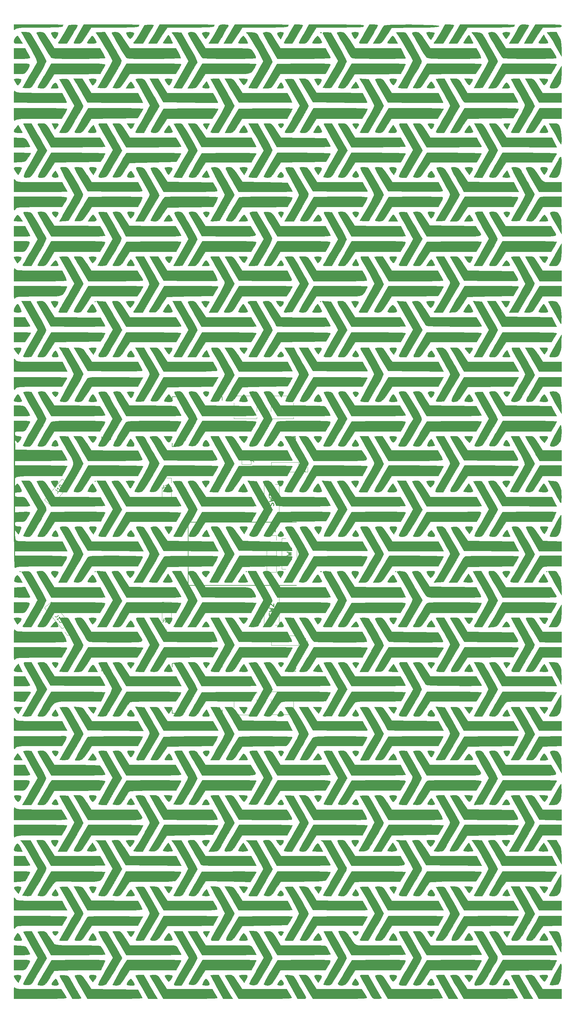
<source format=gbr>
G04 #@! TF.GenerationSoftware,KiCad,Pcbnew,9.0.2*
G04 #@! TF.CreationDate,2025-10-02T21:32:23-04:00*
G04 #@! TF.ProjectId,Trackball,54726163-6b62-4616-9c6c-2e6b69636164,rev?*
G04 #@! TF.SameCoordinates,Original*
G04 #@! TF.FileFunction,Legend,Top*
G04 #@! TF.FilePolarity,Positive*
%FSLAX46Y46*%
G04 Gerber Fmt 4.6, Leading zero omitted, Abs format (unit mm)*
G04 Created by KiCad (PCBNEW 9.0.2) date 2025-10-02 21:32:23*
%MOMM*%
%LPD*%
G01*
G04 APERTURE LIST*
%ADD10C,0.150000*%
%ADD11C,0.254000*%
%ADD12C,0.010000*%
%ADD13C,0.120000*%
%ADD14C,0.100000*%
G04 APERTURE END LIST*
D10*
X185454819Y-127259523D02*
X186169104Y-127259523D01*
X186169104Y-127259523D02*
X186311961Y-127307142D01*
X186311961Y-127307142D02*
X186407200Y-127402380D01*
X186407200Y-127402380D02*
X186454819Y-127545237D01*
X186454819Y-127545237D02*
X186454819Y-127640475D01*
X186454819Y-126259523D02*
X186454819Y-126830951D01*
X186454819Y-126545237D02*
X185454819Y-126545237D01*
X185454819Y-126545237D02*
X185597676Y-126640475D01*
X185597676Y-126640475D02*
X185692914Y-126735713D01*
X185692914Y-126735713D02*
X185740533Y-126830951D01*
X185550057Y-125878570D02*
X185502438Y-125830951D01*
X185502438Y-125830951D02*
X185454819Y-125735713D01*
X185454819Y-125735713D02*
X185454819Y-125497618D01*
X185454819Y-125497618D02*
X185502438Y-125402380D01*
X185502438Y-125402380D02*
X185550057Y-125354761D01*
X185550057Y-125354761D02*
X185645295Y-125307142D01*
X185645295Y-125307142D02*
X185740533Y-125307142D01*
X185740533Y-125307142D02*
X185883390Y-125354761D01*
X185883390Y-125354761D02*
X186454819Y-125926189D01*
X186454819Y-125926189D02*
X186454819Y-125307142D01*
X185354819Y-78209523D02*
X186069104Y-78209523D01*
X186069104Y-78209523D02*
X186211961Y-78257142D01*
X186211961Y-78257142D02*
X186307200Y-78352380D01*
X186307200Y-78352380D02*
X186354819Y-78495237D01*
X186354819Y-78495237D02*
X186354819Y-78590475D01*
X186354819Y-77209523D02*
X186354819Y-77780951D01*
X186354819Y-77495237D02*
X185354819Y-77495237D01*
X185354819Y-77495237D02*
X185497676Y-77590475D01*
X185497676Y-77590475D02*
X185592914Y-77685713D01*
X185592914Y-77685713D02*
X185640533Y-77780951D01*
X185354819Y-76304761D02*
X185354819Y-76780951D01*
X185354819Y-76780951D02*
X185831009Y-76828570D01*
X185831009Y-76828570D02*
X185783390Y-76780951D01*
X185783390Y-76780951D02*
X185735771Y-76685713D01*
X185735771Y-76685713D02*
X185735771Y-76447618D01*
X185735771Y-76447618D02*
X185783390Y-76352380D01*
X185783390Y-76352380D02*
X185831009Y-76304761D01*
X185831009Y-76304761D02*
X185926247Y-76257142D01*
X185926247Y-76257142D02*
X186164342Y-76257142D01*
X186164342Y-76257142D02*
X186259580Y-76304761D01*
X186259580Y-76304761D02*
X186307200Y-76352380D01*
X186307200Y-76352380D02*
X186354819Y-76447618D01*
X186354819Y-76447618D02*
X186354819Y-76685713D01*
X186354819Y-76685713D02*
X186307200Y-76780951D01*
X186307200Y-76780951D02*
X186259580Y-76828570D01*
X117042322Y-118889173D02*
X116495147Y-119348307D01*
X116495147Y-119348307D02*
X116355103Y-119403655D01*
X116355103Y-119403655D02*
X116220929Y-119391917D01*
X116220929Y-119391917D02*
X116092624Y-119313091D01*
X116092624Y-119313091D02*
X116031406Y-119240134D01*
X116919065Y-120298005D02*
X116551758Y-119860266D01*
X116735411Y-120079135D02*
X117501456Y-119436348D01*
X117501456Y-119436348D02*
X117330803Y-119455218D01*
X117330803Y-119455218D02*
X117196629Y-119443479D01*
X117196629Y-119443479D02*
X117098932Y-119401132D01*
X117899372Y-119910566D02*
X118297288Y-120384784D01*
X118297288Y-120384784D02*
X117791199Y-120374307D01*
X117791199Y-120374307D02*
X117883026Y-120483742D01*
X117883026Y-120483742D02*
X117907766Y-120587308D01*
X117907766Y-120587308D02*
X117901896Y-120654395D01*
X117901896Y-120654395D02*
X117859548Y-120752091D01*
X117859548Y-120752091D02*
X117677157Y-120905136D01*
X117677157Y-120905136D02*
X117573591Y-120929875D01*
X117573591Y-120929875D02*
X117506504Y-120924006D01*
X117506504Y-120924006D02*
X117408808Y-120881658D01*
X117408808Y-120881658D02*
X117225154Y-120662788D01*
X117225154Y-120662788D02*
X117200415Y-120559223D01*
X117200415Y-120559223D02*
X117206284Y-120492136D01*
X129161905Y-69554819D02*
X129161905Y-68554819D01*
X129161905Y-69031009D02*
X129733333Y-69031009D01*
X129733333Y-69554819D02*
X129733333Y-68554819D01*
X130733333Y-69554819D02*
X130161905Y-69554819D01*
X130447619Y-69554819D02*
X130447619Y-68554819D01*
X130447619Y-68554819D02*
X130352381Y-68697676D01*
X130352381Y-68697676D02*
X130257143Y-68792914D01*
X130257143Y-68792914D02*
X130161905Y-68840533D01*
X131590476Y-68554819D02*
X131400000Y-68554819D01*
X131400000Y-68554819D02*
X131304762Y-68602438D01*
X131304762Y-68602438D02*
X131257143Y-68650057D01*
X131257143Y-68650057D02*
X131161905Y-68792914D01*
X131161905Y-68792914D02*
X131114286Y-68983390D01*
X131114286Y-68983390D02*
X131114286Y-69364342D01*
X131114286Y-69364342D02*
X131161905Y-69459580D01*
X131161905Y-69459580D02*
X131209524Y-69507200D01*
X131209524Y-69507200D02*
X131304762Y-69554819D01*
X131304762Y-69554819D02*
X131495238Y-69554819D01*
X131495238Y-69554819D02*
X131590476Y-69507200D01*
X131590476Y-69507200D02*
X131638095Y-69459580D01*
X131638095Y-69459580D02*
X131685714Y-69364342D01*
X131685714Y-69364342D02*
X131685714Y-69126247D01*
X131685714Y-69126247D02*
X131638095Y-69031009D01*
X131638095Y-69031009D02*
X131590476Y-68983390D01*
X131590476Y-68983390D02*
X131495238Y-68935771D01*
X131495238Y-68935771D02*
X131304762Y-68935771D01*
X131304762Y-68935771D02*
X131209524Y-68983390D01*
X131209524Y-68983390D02*
X131161905Y-69031009D01*
X131161905Y-69031009D02*
X131114286Y-69126247D01*
X146590476Y-119804819D02*
X146590476Y-120519104D01*
X146590476Y-120519104D02*
X146542857Y-120661961D01*
X146542857Y-120661961D02*
X146447619Y-120757200D01*
X146447619Y-120757200D02*
X146304762Y-120804819D01*
X146304762Y-120804819D02*
X146209524Y-120804819D01*
X147019048Y-119900057D02*
X147066667Y-119852438D01*
X147066667Y-119852438D02*
X147161905Y-119804819D01*
X147161905Y-119804819D02*
X147400000Y-119804819D01*
X147400000Y-119804819D02*
X147495238Y-119852438D01*
X147495238Y-119852438D02*
X147542857Y-119900057D01*
X147542857Y-119900057D02*
X147590476Y-119995295D01*
X147590476Y-119995295D02*
X147590476Y-120090533D01*
X147590476Y-120090533D02*
X147542857Y-120233390D01*
X147542857Y-120233390D02*
X146971429Y-120804819D01*
X146971429Y-120804819D02*
X147590476Y-120804819D01*
X148209524Y-119804819D02*
X148304762Y-119804819D01*
X148304762Y-119804819D02*
X148400000Y-119852438D01*
X148400000Y-119852438D02*
X148447619Y-119900057D01*
X148447619Y-119900057D02*
X148495238Y-119995295D01*
X148495238Y-119995295D02*
X148542857Y-120185771D01*
X148542857Y-120185771D02*
X148542857Y-120423866D01*
X148542857Y-120423866D02*
X148495238Y-120614342D01*
X148495238Y-120614342D02*
X148447619Y-120709580D01*
X148447619Y-120709580D02*
X148400000Y-120757200D01*
X148400000Y-120757200D02*
X148304762Y-120804819D01*
X148304762Y-120804819D02*
X148209524Y-120804819D01*
X148209524Y-120804819D02*
X148114286Y-120757200D01*
X148114286Y-120757200D02*
X148066667Y-120709580D01*
X148066667Y-120709580D02*
X148019048Y-120614342D01*
X148019048Y-120614342D02*
X147971429Y-120423866D01*
X147971429Y-120423866D02*
X147971429Y-120185771D01*
X147971429Y-120185771D02*
X148019048Y-119995295D01*
X148019048Y-119995295D02*
X148066667Y-119900057D01*
X148066667Y-119900057D02*
X148114286Y-119852438D01*
X148114286Y-119852438D02*
X148209524Y-119804819D01*
D11*
X182413842Y-103293333D02*
X182474318Y-103111904D01*
X182474318Y-103111904D02*
X182474318Y-102809523D01*
X182474318Y-102809523D02*
X182413842Y-102688571D01*
X182413842Y-102688571D02*
X182353365Y-102628095D01*
X182353365Y-102628095D02*
X182232413Y-102567618D01*
X182232413Y-102567618D02*
X182111461Y-102567618D01*
X182111461Y-102567618D02*
X181990508Y-102628095D01*
X181990508Y-102628095D02*
X181930032Y-102688571D01*
X181930032Y-102688571D02*
X181869556Y-102809523D01*
X181869556Y-102809523D02*
X181809080Y-103051428D01*
X181809080Y-103051428D02*
X181748603Y-103172380D01*
X181748603Y-103172380D02*
X181688127Y-103232857D01*
X181688127Y-103232857D02*
X181567175Y-103293333D01*
X181567175Y-103293333D02*
X181446222Y-103293333D01*
X181446222Y-103293333D02*
X181325270Y-103232857D01*
X181325270Y-103232857D02*
X181264794Y-103172380D01*
X181264794Y-103172380D02*
X181204318Y-103051428D01*
X181204318Y-103051428D02*
X181204318Y-102749047D01*
X181204318Y-102749047D02*
X181264794Y-102567618D01*
X181204318Y-102144285D02*
X182474318Y-101841904D01*
X182474318Y-101841904D02*
X181567175Y-101599999D01*
X181567175Y-101599999D02*
X182474318Y-101358094D01*
X182474318Y-101358094D02*
X181204318Y-101055714D01*
X182474318Y-99906665D02*
X182474318Y-100632380D01*
X182474318Y-100269523D02*
X181204318Y-100269523D01*
X181204318Y-100269523D02*
X181385746Y-100390475D01*
X181385746Y-100390475D02*
X181506699Y-100511427D01*
X181506699Y-100511427D02*
X181567175Y-100632380D01*
D10*
X181209105Y-134604819D02*
X181209105Y-133604819D01*
X181209105Y-134081009D02*
X181780533Y-134081009D01*
X181780533Y-134604819D02*
X181780533Y-133604819D01*
X182780533Y-134604819D02*
X182209105Y-134604819D01*
X182494819Y-134604819D02*
X182494819Y-133604819D01*
X182494819Y-133604819D02*
X182399581Y-133747676D01*
X182399581Y-133747676D02*
X182304343Y-133842914D01*
X182304343Y-133842914D02*
X182209105Y-133890533D01*
X183161486Y-133700057D02*
X183209105Y-133652438D01*
X183209105Y-133652438D02*
X183304343Y-133604819D01*
X183304343Y-133604819D02*
X183542438Y-133604819D01*
X183542438Y-133604819D02*
X183637676Y-133652438D01*
X183637676Y-133652438D02*
X183685295Y-133700057D01*
X183685295Y-133700057D02*
X183732914Y-133795295D01*
X183732914Y-133795295D02*
X183732914Y-133890533D01*
X183732914Y-133890533D02*
X183685295Y-134033390D01*
X183685295Y-134033390D02*
X183113867Y-134604819D01*
X183113867Y-134604819D02*
X183732914Y-134604819D01*
X146590476Y-82304819D02*
X146590476Y-83019104D01*
X146590476Y-83019104D02*
X146542857Y-83161961D01*
X146542857Y-83161961D02*
X146447619Y-83257200D01*
X146447619Y-83257200D02*
X146304762Y-83304819D01*
X146304762Y-83304819D02*
X146209524Y-83304819D01*
X147019048Y-82400057D02*
X147066667Y-82352438D01*
X147066667Y-82352438D02*
X147161905Y-82304819D01*
X147161905Y-82304819D02*
X147400000Y-82304819D01*
X147400000Y-82304819D02*
X147495238Y-82352438D01*
X147495238Y-82352438D02*
X147542857Y-82400057D01*
X147542857Y-82400057D02*
X147590476Y-82495295D01*
X147590476Y-82495295D02*
X147590476Y-82590533D01*
X147590476Y-82590533D02*
X147542857Y-82733390D01*
X147542857Y-82733390D02*
X146971429Y-83304819D01*
X146971429Y-83304819D02*
X147590476Y-83304819D01*
X148542857Y-83304819D02*
X147971429Y-83304819D01*
X148257143Y-83304819D02*
X148257143Y-82304819D01*
X148257143Y-82304819D02*
X148161905Y-82447676D01*
X148161905Y-82447676D02*
X148066667Y-82542914D01*
X148066667Y-82542914D02*
X147971429Y-82590533D01*
X129161905Y-134604819D02*
X129161905Y-133604819D01*
X129161905Y-134081009D02*
X129733333Y-134081009D01*
X129733333Y-134604819D02*
X129733333Y-133604819D01*
X130733333Y-134604819D02*
X130161905Y-134604819D01*
X130447619Y-134604819D02*
X130447619Y-133604819D01*
X130447619Y-133604819D02*
X130352381Y-133747676D01*
X130352381Y-133747676D02*
X130257143Y-133842914D01*
X130257143Y-133842914D02*
X130161905Y-133890533D01*
X131590476Y-133938152D02*
X131590476Y-134604819D01*
X131352381Y-133557200D02*
X131114286Y-134271485D01*
X131114286Y-134271485D02*
X131733333Y-134271485D01*
X116206552Y-83610505D02*
X116753727Y-84069639D01*
X116753727Y-84069639D02*
X116832553Y-84197944D01*
X116832553Y-84197944D02*
X116844291Y-84332118D01*
X116844291Y-84332118D02*
X116788943Y-84472162D01*
X116788943Y-84472162D02*
X116727725Y-84545119D01*
X117615384Y-83487248D02*
X117248077Y-83924988D01*
X117431731Y-83706118D02*
X116665686Y-83063330D01*
X116665686Y-83063330D02*
X116713903Y-83228114D01*
X116713903Y-83228114D02*
X116725642Y-83362288D01*
X116725642Y-83362288D02*
X116700902Y-83465854D01*
X117247256Y-82370242D02*
X117308474Y-82297286D01*
X117308474Y-82297286D02*
X117406170Y-82254938D01*
X117406170Y-82254938D02*
X117473257Y-82249069D01*
X117473257Y-82249069D02*
X117576823Y-82273808D01*
X117576823Y-82273808D02*
X117753345Y-82359766D01*
X117753345Y-82359766D02*
X117935736Y-82512810D01*
X117935736Y-82512810D02*
X118051041Y-82671724D01*
X118051041Y-82671724D02*
X118093388Y-82769420D01*
X118093388Y-82769420D02*
X118099258Y-82836508D01*
X118099258Y-82836508D02*
X118074518Y-82940073D01*
X118074518Y-82940073D02*
X118013300Y-83013030D01*
X118013300Y-83013030D02*
X117915604Y-83055378D01*
X117915604Y-83055378D02*
X117848517Y-83061247D01*
X117848517Y-83061247D02*
X117744951Y-83036507D01*
X117744951Y-83036507D02*
X117568429Y-82950550D01*
X117568429Y-82950550D02*
X117386038Y-82797505D01*
X117386038Y-82797505D02*
X117270733Y-82638591D01*
X117270733Y-82638591D02*
X117228386Y-82540895D01*
X117228386Y-82540895D02*
X117222516Y-82473808D01*
X117222516Y-82473808D02*
X117247256Y-82370242D01*
X176090476Y-94484819D02*
X176090476Y-95199104D01*
X176090476Y-95199104D02*
X176042857Y-95341961D01*
X176042857Y-95341961D02*
X175947619Y-95437200D01*
X175947619Y-95437200D02*
X175804762Y-95484819D01*
X175804762Y-95484819D02*
X175709524Y-95484819D01*
X177090476Y-95484819D02*
X176519048Y-95484819D01*
X176804762Y-95484819D02*
X176804762Y-94484819D01*
X176804762Y-94484819D02*
X176709524Y-94627676D01*
X176709524Y-94627676D02*
X176614286Y-94722914D01*
X176614286Y-94722914D02*
X176519048Y-94770533D01*
X177947619Y-94818152D02*
X177947619Y-95484819D01*
X177709524Y-94437200D02*
X177471429Y-95151485D01*
X177471429Y-95151485D02*
X178090476Y-95151485D01*
X181164705Y-69554819D02*
X181164705Y-68554819D01*
X181164705Y-69031009D02*
X181736133Y-69031009D01*
X181736133Y-69554819D02*
X181736133Y-68554819D01*
X182736133Y-69554819D02*
X182164705Y-69554819D01*
X182450419Y-69554819D02*
X182450419Y-68554819D01*
X182450419Y-68554819D02*
X182355181Y-68697676D01*
X182355181Y-68697676D02*
X182259943Y-68792914D01*
X182259943Y-68792914D02*
X182164705Y-68840533D01*
X183069467Y-68554819D02*
X183688514Y-68554819D01*
X183688514Y-68554819D02*
X183355181Y-68935771D01*
X183355181Y-68935771D02*
X183498038Y-68935771D01*
X183498038Y-68935771D02*
X183593276Y-68983390D01*
X183593276Y-68983390D02*
X183640895Y-69031009D01*
X183640895Y-69031009D02*
X183688514Y-69126247D01*
X183688514Y-69126247D02*
X183688514Y-69364342D01*
X183688514Y-69364342D02*
X183640895Y-69459580D01*
X183640895Y-69459580D02*
X183593276Y-69507200D01*
X183593276Y-69507200D02*
X183498038Y-69554819D01*
X183498038Y-69554819D02*
X183212324Y-69554819D01*
X183212324Y-69554819D02*
X183117086Y-69507200D01*
X183117086Y-69507200D02*
X183069467Y-69459580D01*
D11*
X177413842Y-88043333D02*
X177474318Y-87861904D01*
X177474318Y-87861904D02*
X177474318Y-87559523D01*
X177474318Y-87559523D02*
X177413842Y-87438571D01*
X177413842Y-87438571D02*
X177353365Y-87378095D01*
X177353365Y-87378095D02*
X177232413Y-87317618D01*
X177232413Y-87317618D02*
X177111461Y-87317618D01*
X177111461Y-87317618D02*
X176990508Y-87378095D01*
X176990508Y-87378095D02*
X176930032Y-87438571D01*
X176930032Y-87438571D02*
X176869556Y-87559523D01*
X176869556Y-87559523D02*
X176809080Y-87801428D01*
X176809080Y-87801428D02*
X176748603Y-87922380D01*
X176748603Y-87922380D02*
X176688127Y-87982857D01*
X176688127Y-87982857D02*
X176567175Y-88043333D01*
X176567175Y-88043333D02*
X176446222Y-88043333D01*
X176446222Y-88043333D02*
X176325270Y-87982857D01*
X176325270Y-87982857D02*
X176264794Y-87922380D01*
X176264794Y-87922380D02*
X176204318Y-87801428D01*
X176204318Y-87801428D02*
X176204318Y-87499047D01*
X176204318Y-87499047D02*
X176264794Y-87317618D01*
X176204318Y-86894285D02*
X177474318Y-86591904D01*
X177474318Y-86591904D02*
X176567175Y-86349999D01*
X176567175Y-86349999D02*
X177474318Y-86108094D01*
X177474318Y-86108094D02*
X176204318Y-85805714D01*
X176204318Y-85442856D02*
X176204318Y-84656665D01*
X176204318Y-84656665D02*
X176688127Y-85079999D01*
X176688127Y-85079999D02*
X176688127Y-84898570D01*
X176688127Y-84898570D02*
X176748603Y-84777618D01*
X176748603Y-84777618D02*
X176809080Y-84717142D01*
X176809080Y-84717142D02*
X176930032Y-84656665D01*
X176930032Y-84656665D02*
X177232413Y-84656665D01*
X177232413Y-84656665D02*
X177353365Y-84717142D01*
X177353365Y-84717142D02*
X177413842Y-84777618D01*
X177413842Y-84777618D02*
X177474318Y-84898570D01*
X177474318Y-84898570D02*
X177474318Y-85261427D01*
X177474318Y-85261427D02*
X177413842Y-85382380D01*
X177413842Y-85382380D02*
X177353365Y-85442856D01*
D10*
X170864870Y-75433333D02*
X171579155Y-75433333D01*
X171579155Y-75433333D02*
X171722012Y-75480952D01*
X171722012Y-75480952D02*
X171817251Y-75576190D01*
X171817251Y-75576190D02*
X171864870Y-75719047D01*
X171864870Y-75719047D02*
X171864870Y-75814285D01*
X171864870Y-74433333D02*
X171864870Y-75004761D01*
X171864870Y-74719047D02*
X170864870Y-74719047D01*
X170864870Y-74719047D02*
X171007727Y-74814285D01*
X171007727Y-74814285D02*
X171102965Y-74909523D01*
X171102965Y-74909523D02*
X171150584Y-75004761D01*
D11*
X177413842Y-119043333D02*
X177474318Y-118861904D01*
X177474318Y-118861904D02*
X177474318Y-118559523D01*
X177474318Y-118559523D02*
X177413842Y-118438571D01*
X177413842Y-118438571D02*
X177353365Y-118378095D01*
X177353365Y-118378095D02*
X177232413Y-118317618D01*
X177232413Y-118317618D02*
X177111461Y-118317618D01*
X177111461Y-118317618D02*
X176990508Y-118378095D01*
X176990508Y-118378095D02*
X176930032Y-118438571D01*
X176930032Y-118438571D02*
X176869556Y-118559523D01*
X176869556Y-118559523D02*
X176809080Y-118801428D01*
X176809080Y-118801428D02*
X176748603Y-118922380D01*
X176748603Y-118922380D02*
X176688127Y-118982857D01*
X176688127Y-118982857D02*
X176567175Y-119043333D01*
X176567175Y-119043333D02*
X176446222Y-119043333D01*
X176446222Y-119043333D02*
X176325270Y-118982857D01*
X176325270Y-118982857D02*
X176264794Y-118922380D01*
X176264794Y-118922380D02*
X176204318Y-118801428D01*
X176204318Y-118801428D02*
X176204318Y-118499047D01*
X176204318Y-118499047D02*
X176264794Y-118317618D01*
X176204318Y-117894285D02*
X177474318Y-117591904D01*
X177474318Y-117591904D02*
X176567175Y-117349999D01*
X176567175Y-117349999D02*
X177474318Y-117108094D01*
X177474318Y-117108094D02*
X176204318Y-116805714D01*
X176325270Y-116382380D02*
X176264794Y-116321904D01*
X176264794Y-116321904D02*
X176204318Y-116200951D01*
X176204318Y-116200951D02*
X176204318Y-115898570D01*
X176204318Y-115898570D02*
X176264794Y-115777618D01*
X176264794Y-115777618D02*
X176325270Y-115717142D01*
X176325270Y-115717142D02*
X176446222Y-115656665D01*
X176446222Y-115656665D02*
X176567175Y-115656665D01*
X176567175Y-115656665D02*
X176748603Y-115717142D01*
X176748603Y-115717142D02*
X177474318Y-116442856D01*
X177474318Y-116442856D02*
X177474318Y-115656665D01*
D12*
X106269473Y-106560526D02*
X106135789Y-106694210D01*
X106002105Y-106560526D01*
X106135789Y-106426842D01*
X106269473Y-106560526D01*
G36*
X106269473Y-106560526D02*
G01*
X106135789Y-106694210D01*
X106002105Y-106560526D01*
X106135789Y-106426842D01*
X106269473Y-106560526D01*
G37*
X127391579Y-30627895D02*
X127257895Y-30761579D01*
X127124210Y-30627895D01*
X127257895Y-30494210D01*
X127391579Y-30627895D01*
G36*
X127391579Y-30627895D02*
G01*
X127257895Y-30761579D01*
X127124210Y-30627895D01*
X127257895Y-30494210D01*
X127391579Y-30627895D01*
G37*
X127391579Y-81160526D02*
X127257895Y-81294210D01*
X127124210Y-81160526D01*
X127257895Y-81026842D01*
X127391579Y-81160526D01*
G36*
X127391579Y-81160526D02*
G01*
X127257895Y-81294210D01*
X127124210Y-81160526D01*
X127257895Y-81026842D01*
X127391579Y-81160526D01*
G37*
X127391579Y-106560526D02*
X127257895Y-106694210D01*
X127124210Y-106560526D01*
X127257895Y-106426842D01*
X127391579Y-106560526D01*
G36*
X127391579Y-106560526D02*
G01*
X127257895Y-106694210D01*
X127124210Y-106560526D01*
X127257895Y-106426842D01*
X127391579Y-106560526D01*
G37*
X169903158Y-106560526D02*
X169769473Y-106694210D01*
X169635789Y-106560526D01*
X169769473Y-106426842D01*
X169903158Y-106560526D01*
G36*
X169903158Y-106560526D02*
G01*
X169769473Y-106694210D01*
X169635789Y-106560526D01*
X169769473Y-106426842D01*
X169903158Y-106560526D01*
G37*
X190757895Y-30627895D02*
X190624210Y-30761579D01*
X190490526Y-30627895D01*
X190624210Y-30494210D01*
X190757895Y-30627895D01*
G36*
X190757895Y-30627895D02*
G01*
X190624210Y-30761579D01*
X190490526Y-30627895D01*
X190624210Y-30494210D01*
X190757895Y-30627895D01*
G37*
X211880000Y-106560526D02*
X211746316Y-106694210D01*
X211612631Y-106560526D01*
X211746316Y-106426842D01*
X211880000Y-106560526D01*
G36*
X211880000Y-106560526D02*
G01*
X211746316Y-106694210D01*
X211612631Y-106560526D01*
X211746316Y-106426842D01*
X211880000Y-106560526D01*
G37*
X254391579Y-106560526D02*
X254257895Y-106694210D01*
X254124210Y-106560526D01*
X254257895Y-106426842D01*
X254391579Y-106560526D01*
G36*
X254391579Y-106560526D02*
G01*
X254257895Y-106694210D01*
X254124210Y-106560526D01*
X254257895Y-106426842D01*
X254391579Y-106560526D01*
G37*
X190936140Y45081930D02*
X190899439Y44922980D01*
X190757895Y44903684D01*
X190537820Y45001510D01*
X190579649Y45081930D01*
X190896953Y45113929D01*
X190936140Y45081930D01*
G36*
X190936140Y45081930D02*
G01*
X190899439Y44922980D01*
X190757895Y44903684D01*
X190537820Y45001510D01*
X190579649Y45081930D01*
X190896953Y45113929D01*
X190936140Y45081930D01*
G37*
X190936140Y-106515965D02*
X190899439Y-106674915D01*
X190757895Y-106694210D01*
X190537820Y-106596385D01*
X190579649Y-106515965D01*
X190896953Y-106483966D01*
X190936140Y-106515965D01*
G36*
X190936140Y-106515965D02*
G01*
X190899439Y-106674915D01*
X190757895Y-106694210D01*
X190537820Y-106596385D01*
X190579649Y-106515965D01*
X190896953Y-106483966D01*
X190936140Y-106515965D01*
G37*
X106240910Y-133642431D02*
X106815078Y-134767895D01*
X105606486Y-134767895D01*
X104784863Y-134701788D01*
X104440338Y-134464145D01*
X104549762Y-133995977D01*
X105033646Y-133308221D01*
X105666741Y-132516968D01*
X106240910Y-133642431D01*
G36*
X106240910Y-133642431D02*
G01*
X106815078Y-134767895D01*
X105606486Y-134767895D01*
X104784863Y-134701788D01*
X104440338Y-134464145D01*
X104549762Y-133995977D01*
X105033646Y-133308221D01*
X105666741Y-132516968D01*
X106240910Y-133642431D01*
G37*
X116712291Y19437754D02*
X116925828Y19194337D01*
X116689860Y18704998D01*
X116463964Y18410410D01*
X115963718Y17792633D01*
X115521309Y18648158D01*
X115078899Y19503684D01*
X116021555Y19503684D01*
X116712291Y19437754D01*
G36*
X116712291Y19437754D02*
G01*
X116925828Y19194337D01*
X116689860Y18704998D01*
X116463964Y18410410D01*
X115963718Y17792633D01*
X115521309Y18648158D01*
X115078899Y19503684D01*
X116021555Y19503684D01*
X116712291Y19437754D01*
G37*
X126926764Y-133044011D02*
X127335303Y-133655692D01*
X127362566Y-133703960D01*
X127960531Y-134767895D01*
X125222399Y-134767895D01*
X125705410Y-133945233D01*
X126205836Y-133175093D01*
X126581615Y-132879249D01*
X126926764Y-133044011D01*
G36*
X126926764Y-133044011D02*
G01*
X127335303Y-133655692D01*
X127362566Y-133703960D01*
X127960531Y-134767895D01*
X125222399Y-134767895D01*
X125705410Y-133945233D01*
X126205836Y-133175093D01*
X126581615Y-132879249D01*
X126926764Y-133044011D01*
G37*
X211350276Y-6373028D02*
X211717506Y-6891588D01*
X211844573Y-7099474D01*
X212396702Y-8035263D01*
X209736136Y-8035263D01*
X210340173Y-7102783D01*
X210753727Y-6522293D01*
X211060261Y-6194086D01*
X211118327Y-6166994D01*
X211350276Y-6373028D01*
G36*
X211350276Y-6373028D02*
G01*
X211717506Y-6891588D01*
X211844573Y-7099474D01*
X212396702Y-8035263D01*
X209736136Y-8035263D01*
X210340173Y-7102783D01*
X210753727Y-6522293D01*
X211060261Y-6194086D01*
X211118327Y-6166994D01*
X211350276Y-6373028D01*
G37*
X105862359Y-108016868D02*
X106210615Y-108568028D01*
X106820177Y-109635263D01*
X105758499Y-109635263D01*
X104908639Y-109553465D01*
X104527450Y-109271313D01*
X104568962Y-108733671D01*
X104716996Y-108386091D01*
X105097333Y-107775156D01*
X105455770Y-107649238D01*
X105862359Y-108016868D01*
G36*
X105862359Y-108016868D02*
G01*
X106210615Y-108568028D01*
X106820177Y-109635263D01*
X105758499Y-109635263D01*
X104908639Y-109553465D01*
X104527450Y-109271313D01*
X104568962Y-108733671D01*
X104716996Y-108386091D01*
X105097333Y-107775156D01*
X105455770Y-107649238D01*
X105862359Y-108016868D01*
G37*
X106177636Y-220115796D02*
X106469215Y-220350244D01*
X106381773Y-220855251D01*
X106076992Y-221495167D01*
X105673865Y-222263493D01*
X105045495Y-221495167D01*
X104535130Y-220769629D01*
X104458872Y-220323986D01*
X104832245Y-220105375D01*
X105467368Y-220058421D01*
X106177636Y-220115796D01*
G36*
X106177636Y-220115796D02*
G01*
X106469215Y-220350244D01*
X106381773Y-220855251D01*
X106076992Y-221495167D01*
X105673865Y-222263493D01*
X105045495Y-221495167D01*
X104535130Y-220769629D01*
X104458872Y-220323986D01*
X104832245Y-220105375D01*
X105467368Y-220058421D01*
X106177636Y-220115796D01*
G37*
X106188368Y-195227201D02*
X106467462Y-195405816D01*
X106364685Y-195843730D01*
X106089250Y-196381569D01*
X105663068Y-197168927D01*
X105030481Y-196433501D01*
X104535800Y-195775656D01*
X104474876Y-195394339D01*
X104871043Y-195223303D01*
X105467368Y-195193158D01*
X106188368Y-195227201D01*
G36*
X106188368Y-195227201D02*
G01*
X106467462Y-195405816D01*
X106364685Y-195843730D01*
X106089250Y-196381569D01*
X105663068Y-197168927D01*
X105030481Y-196433501D01*
X104535800Y-195775656D01*
X104474876Y-195394339D01*
X104871043Y-195223303D01*
X105467368Y-195193158D01*
X106188368Y-195227201D01*
G37*
X116548500Y30530835D02*
X116653925Y30319525D01*
X116894787Y29745107D01*
X116854631Y29478069D01*
X116438232Y29400683D01*
X115907172Y29396316D01*
X114850134Y29396316D01*
X115305593Y30196731D01*
X115772286Y30829900D01*
X116175434Y30940253D01*
X116548500Y30530835D01*
G36*
X116548500Y30530835D02*
G01*
X116653925Y30319525D01*
X116894787Y29745107D01*
X116854631Y29478069D01*
X116438232Y29400683D01*
X115907172Y29396316D01*
X114850134Y29396316D01*
X115305593Y30196731D01*
X115772286Y30829900D01*
X116175434Y30940253D01*
X116548500Y30530835D01*
G37*
X116516165Y5501039D02*
X116890596Y4812986D01*
X116859615Y4430180D01*
X116393577Y4277416D01*
X116028421Y4263684D01*
X115340535Y4358101D01*
X115120135Y4667813D01*
X115353671Y5232513D01*
X115586320Y5558474D01*
X116068119Y6184843D01*
X116516165Y5501039D01*
G36*
X116516165Y5501039D02*
G01*
X116890596Y4812986D01*
X116859615Y4430180D01*
X116393577Y4277416D01*
X116028421Y4263684D01*
X115340535Y4358101D01*
X115120135Y4667813D01*
X115353671Y5232513D01*
X115586320Y5558474D01*
X116068119Y6184843D01*
X116516165Y5501039D01*
G37*
X116516165Y-146096856D02*
X116890596Y-146784908D01*
X116859615Y-147167715D01*
X116393577Y-147320479D01*
X116028421Y-147334210D01*
X115340535Y-147239794D01*
X115120135Y-146930081D01*
X115353671Y-146365382D01*
X115586320Y-146039421D01*
X116068119Y-145413052D01*
X116516165Y-146096856D01*
G36*
X116516165Y-146096856D02*
G01*
X116890596Y-146784908D01*
X116859615Y-147167715D01*
X116393577Y-147320479D01*
X116028421Y-147334210D01*
X115340535Y-147239794D01*
X115120135Y-146930081D01*
X115353671Y-146365382D01*
X115586320Y-146039421D01*
X116068119Y-145413052D01*
X116516165Y-146096856D01*
G37*
X116516165Y-196629487D02*
X116890596Y-197317540D01*
X116859615Y-197700347D01*
X116393577Y-197853111D01*
X116028421Y-197866842D01*
X115340535Y-197772425D01*
X115120135Y-197462713D01*
X115353671Y-196898013D01*
X115586320Y-196572052D01*
X116068119Y-195945683D01*
X116516165Y-196629487D01*
G36*
X116516165Y-196629487D02*
G01*
X116890596Y-197317540D01*
X116859615Y-197700347D01*
X116393577Y-197853111D01*
X116028421Y-197866842D01*
X115340535Y-197772425D01*
X115120135Y-197462713D01*
X115353671Y-196898013D01*
X115586320Y-196572052D01*
X116068119Y-195945683D01*
X116516165Y-196629487D01*
G37*
X116653435Y-106507169D02*
X116934605Y-106782374D01*
X116759566Y-107303793D01*
X116445971Y-107754178D01*
X115939623Y-108413094D01*
X115391338Y-107754178D01*
X114922093Y-107072155D01*
X114905841Y-106654983D01*
X115359521Y-106457996D01*
X115894737Y-106426842D01*
X116653435Y-106507169D01*
G36*
X116653435Y-106507169D02*
G01*
X116934605Y-106782374D01*
X116759566Y-107303793D01*
X116445971Y-107754178D01*
X115939623Y-108413094D01*
X115391338Y-107754178D01*
X114922093Y-107072155D01*
X114905841Y-106654983D01*
X115359521Y-106457996D01*
X115894737Y-106426842D01*
X116653435Y-106507169D01*
G37*
X116497349Y-19365257D02*
X116653925Y-19678370D01*
X116893149Y-20247685D01*
X116856828Y-20515913D01*
X116449564Y-20596346D01*
X115876530Y-20601579D01*
X114788850Y-20601579D01*
X115360000Y-19799474D01*
X115853258Y-19192603D01*
X116199279Y-19050962D01*
X116497349Y-19365257D01*
G36*
X116497349Y-19365257D02*
G01*
X116653925Y-19678370D01*
X116893149Y-20247685D01*
X116856828Y-20515913D01*
X116449564Y-20596346D01*
X115876530Y-20601579D01*
X114788850Y-20601579D01*
X115360000Y-19799474D01*
X115853258Y-19192603D01*
X116199279Y-19050962D01*
X116497349Y-19365257D01*
G37*
X116497349Y-120965257D02*
X116653925Y-121278370D01*
X116893149Y-121847685D01*
X116856828Y-122115913D01*
X116449564Y-122196346D01*
X115876530Y-122201579D01*
X114788850Y-122201579D01*
X115360000Y-121399474D01*
X115853258Y-120792603D01*
X116199279Y-120650962D01*
X116497349Y-120965257D01*
G36*
X116497349Y-120965257D02*
G01*
X116653925Y-121278370D01*
X116893149Y-121847685D01*
X116856828Y-122115913D01*
X116449564Y-122196346D01*
X115876530Y-122201579D01*
X114788850Y-122201579D01*
X115360000Y-121399474D01*
X115853258Y-120792603D01*
X116199279Y-120650962D01*
X116497349Y-120965257D01*
G37*
X116709264Y-207813629D02*
X116919670Y-208028482D01*
X116698784Y-208482610D01*
X116572444Y-208655195D01*
X116135771Y-208983201D01*
X115700435Y-208789419D01*
X115352031Y-208279320D01*
X115223794Y-207934218D01*
X115416824Y-207788841D01*
X116019014Y-207759474D01*
X116709264Y-207813629D01*
G36*
X116709264Y-207813629D02*
G01*
X116919670Y-208028482D01*
X116698784Y-208482610D01*
X116572444Y-208655195D01*
X116135771Y-208983201D01*
X115700435Y-208789419D01*
X115352031Y-208279320D01*
X115223794Y-207934218D01*
X115416824Y-207788841D01*
X116019014Y-207759474D01*
X116709264Y-207813629D01*
G37*
X126970782Y-6403591D02*
X127242734Y-6757912D01*
X127616768Y-7427836D01*
X127561312Y-7825841D01*
X127042169Y-8007262D01*
X126453331Y-8035263D01*
X125247715Y-8035263D01*
X125851752Y-7102783D01*
X126321635Y-6439990D01*
X126654770Y-6216812D01*
X126970782Y-6403591D01*
G36*
X126970782Y-6403591D02*
G01*
X127242734Y-6757912D01*
X127616768Y-7427836D01*
X127561312Y-7825841D01*
X127042169Y-8007262D01*
X126453331Y-8035263D01*
X125247715Y-8035263D01*
X125851752Y-7102783D01*
X126321635Y-6439990D01*
X126654770Y-6216812D01*
X126970782Y-6403591D01*
G37*
X127313318Y7141912D02*
X127610388Y6895064D01*
X127518031Y6376632D01*
X127210852Y5747998D01*
X126784167Y4959679D01*
X126153411Y5747998D01*
X125647889Y6482901D01*
X125573516Y6934426D01*
X125946390Y7156354D01*
X126589473Y7204737D01*
X127313318Y7141912D01*
G36*
X127313318Y7141912D02*
G01*
X127610388Y6895064D01*
X127518031Y6376632D01*
X127210852Y5747998D01*
X126784167Y4959679D01*
X126153411Y5747998D01*
X125647889Y6482901D01*
X125573516Y6934426D01*
X125946390Y7156354D01*
X126589473Y7204737D01*
X127313318Y7141912D01*
G37*
X127313318Y-93923351D02*
X127610388Y-94170199D01*
X127518031Y-94688631D01*
X127210852Y-95317266D01*
X126784167Y-96105584D01*
X126153411Y-95317266D01*
X125647889Y-94582362D01*
X125573516Y-94130837D01*
X125946390Y-93908909D01*
X126589473Y-93860526D01*
X127313318Y-93923351D01*
G36*
X127313318Y-93923351D02*
G01*
X127610388Y-94170199D01*
X127518031Y-94688631D01*
X127210852Y-95317266D01*
X126784167Y-96105584D01*
X126153411Y-95317266D01*
X125647889Y-94582362D01*
X125573516Y-94130837D01*
X125946390Y-93908909D01*
X126589473Y-93860526D01*
X127313318Y-93923351D01*
G37*
X127361615Y-220151515D02*
X127649415Y-220450246D01*
X127464304Y-220983788D01*
X127127862Y-221432485D01*
X126596777Y-222063684D01*
X126064334Y-221395263D01*
X125609100Y-220703635D01*
X125600701Y-220284308D01*
X126058230Y-220088683D01*
X126589473Y-220058421D01*
X127361615Y-220151515D01*
G36*
X127361615Y-220151515D02*
G01*
X127649415Y-220450246D01*
X127464304Y-220983788D01*
X127127862Y-221432485D01*
X126596777Y-222063684D01*
X126064334Y-221395263D01*
X125609100Y-220703635D01*
X125600701Y-220284308D01*
X126058230Y-220088683D01*
X126589473Y-220058421D01*
X127361615Y-220151515D01*
G37*
X127292380Y-68533755D02*
X127634391Y-68790238D01*
X127524452Y-69285167D01*
X127242734Y-69737877D01*
X126834333Y-70208598D01*
X126487889Y-70250015D01*
X126098977Y-69837008D01*
X125822795Y-69396316D01*
X125270666Y-68460526D01*
X126464806Y-68460526D01*
X127292380Y-68533755D01*
G36*
X127292380Y-68533755D02*
G01*
X127634391Y-68790238D01*
X127524452Y-69285167D01*
X127242734Y-69737877D01*
X126834333Y-70208598D01*
X126487889Y-70250015D01*
X126098977Y-69837008D01*
X125822795Y-69396316D01*
X125270666Y-68460526D01*
X126464806Y-68460526D01*
X127292380Y-68533755D01*
G37*
X138034790Y-132138538D02*
X138297574Y-132330377D01*
X138116212Y-132758008D01*
X137813002Y-133163684D01*
X137284210Y-133832105D01*
X136755419Y-133163684D01*
X136328928Y-132552545D01*
X136320439Y-132230076D01*
X136773601Y-132107997D01*
X137284210Y-132094210D01*
X138034790Y-132138538D01*
G36*
X138034790Y-132138538D02*
G01*
X138297574Y-132330377D01*
X138116212Y-132758008D01*
X137813002Y-133163684D01*
X137284210Y-133832105D01*
X136755419Y-133163684D01*
X136328928Y-132552545D01*
X136320439Y-132230076D01*
X136773601Y-132107997D01*
X137284210Y-132094210D01*
X138034790Y-132138538D01*
G37*
X148620941Y-68489907D02*
X148960562Y-68647058D01*
X148909742Y-69035497D01*
X148619456Y-69613387D01*
X148250519Y-70139332D01*
X147897060Y-70213891D01*
X147475528Y-69820806D01*
X147136879Y-69324905D01*
X146589593Y-68460526D01*
X147819007Y-68460526D01*
X148620941Y-68489907D01*
G36*
X148620941Y-68489907D02*
G01*
X148960562Y-68647058D01*
X148909742Y-69035497D01*
X148619456Y-69613387D01*
X148250519Y-70139332D01*
X147897060Y-70213891D01*
X147475528Y-69820806D01*
X147136879Y-69324905D01*
X146589593Y-68460526D01*
X147819007Y-68460526D01*
X148620941Y-68489907D01*
G37*
X148620941Y-169555170D02*
X148960562Y-169712321D01*
X148909742Y-170100760D01*
X148619456Y-170678650D01*
X148250519Y-171204595D01*
X147897060Y-171279154D01*
X147475528Y-170886070D01*
X147136879Y-170390168D01*
X146589593Y-169525789D01*
X147819007Y-169525789D01*
X148620941Y-169555170D01*
G36*
X148620941Y-169555170D02*
G01*
X148960562Y-169712321D01*
X148909742Y-170100760D01*
X148619456Y-170678650D01*
X148250519Y-171204595D01*
X147897060Y-171279154D01*
X147475528Y-170886070D01*
X147136879Y-170390168D01*
X146589593Y-169525789D01*
X147819007Y-169525789D01*
X148620941Y-169555170D01*
G37*
X159048227Y30517053D02*
X159374529Y29840247D01*
X159381782Y29511794D01*
X158997833Y29405719D01*
X158406316Y29396316D01*
X157675463Y29435935D01*
X157404722Y29613062D01*
X157562984Y30015101D01*
X157988369Y30570618D01*
X158620665Y31343867D01*
X159048227Y30517053D01*
G36*
X159048227Y30517053D02*
G01*
X159374529Y29840247D01*
X159381782Y29511794D01*
X158997833Y29405719D01*
X158406316Y29396316D01*
X157675463Y29435935D01*
X157404722Y29613062D01*
X157562984Y30015101D01*
X157988369Y30570618D01*
X158620665Y31343867D01*
X159048227Y30517053D01*
G37*
X159048227Y-146213473D02*
X159374529Y-146890279D01*
X159381782Y-147218732D01*
X158997833Y-147324808D01*
X158406316Y-147334210D01*
X157675463Y-147294591D01*
X157404722Y-147117464D01*
X157562984Y-146715426D01*
X157988369Y-146159909D01*
X158620665Y-145386659D01*
X159048227Y-146213473D01*
G36*
X159048227Y-146213473D02*
G01*
X159374529Y-146890279D01*
X159381782Y-147218732D01*
X158997833Y-147324808D01*
X158406316Y-147334210D01*
X157675463Y-147294591D01*
X157404722Y-147117464D01*
X157562984Y-146715426D01*
X157988369Y-146159909D01*
X158620665Y-145386659D01*
X159048227Y-146213473D01*
G37*
X159219331Y-132145513D02*
X159427420Y-132358700D01*
X159202530Y-132822689D01*
X158982100Y-133121632D01*
X158500302Y-133748001D01*
X158052256Y-133064197D01*
X157695158Y-132465246D01*
X157708003Y-132183108D01*
X158150490Y-132099057D01*
X158540000Y-132094210D01*
X159219331Y-132145513D01*
G36*
X159219331Y-132145513D02*
G01*
X159427420Y-132358700D01*
X159202530Y-132822689D01*
X158982100Y-133121632D01*
X158500302Y-133748001D01*
X158052256Y-133064197D01*
X157695158Y-132465246D01*
X157708003Y-132183108D01*
X158150490Y-132099057D01*
X158540000Y-132094210D01*
X159219331Y-132145513D01*
G37*
X158851124Y-19375732D02*
X159043987Y-19656382D01*
X159381608Y-20222350D01*
X159372821Y-20500563D01*
X158947243Y-20592927D01*
X158391200Y-20601579D01*
X157306610Y-20601579D01*
X157780425Y-19799474D01*
X158191454Y-19191301D01*
X158506149Y-19054834D01*
X158851124Y-19375732D01*
G36*
X158851124Y-19375732D02*
G01*
X159043987Y-19656382D01*
X159381608Y-20222350D01*
X159372821Y-20500563D01*
X158947243Y-20592927D01*
X158391200Y-20601579D01*
X157306610Y-20601579D01*
X157780425Y-19799474D01*
X158191454Y-19191301D01*
X158506149Y-19054834D01*
X158851124Y-19375732D01*
G37*
X158851124Y-120975732D02*
X159043987Y-121256382D01*
X159381608Y-121822350D01*
X159372821Y-122100563D01*
X158947243Y-122192927D01*
X158391200Y-122201579D01*
X157306610Y-122201579D01*
X157780425Y-121399474D01*
X158191454Y-120791301D01*
X158506149Y-120654834D01*
X158851124Y-120975732D01*
G36*
X158851124Y-120975732D02*
G01*
X159043987Y-121256382D01*
X159381608Y-121822350D01*
X159372821Y-122100563D01*
X158947243Y-122192927D01*
X158391200Y-122201579D01*
X157306610Y-122201579D01*
X157780425Y-121399474D01*
X158191454Y-120791301D01*
X158506149Y-120654834D01*
X158851124Y-120975732D01*
G37*
X158851124Y-170973627D02*
X159043987Y-171254277D01*
X159381608Y-171820245D01*
X159372821Y-172098457D01*
X158947243Y-172190822D01*
X158391200Y-172199474D01*
X157306610Y-172199474D01*
X157780425Y-171397368D01*
X158191454Y-170789196D01*
X158506149Y-170652728D01*
X158851124Y-170973627D01*
G36*
X158851124Y-170973627D02*
G01*
X159043987Y-171254277D01*
X159381608Y-171820245D01*
X159372821Y-172098457D01*
X158947243Y-172190822D01*
X158391200Y-172199474D01*
X157306610Y-172199474D01*
X157780425Y-171397368D01*
X158191454Y-170789196D01*
X158506149Y-170652728D01*
X158851124Y-170973627D01*
G37*
X169750226Y32038159D02*
X170089415Y31878769D01*
X170022550Y31496033D01*
X169699605Y30932322D01*
X169316705Y30418565D01*
X168988762Y30330487D01*
X168608149Y30688504D01*
X168258984Y31205622D01*
X167711698Y32070000D01*
X168941112Y32070000D01*
X169750226Y32038159D01*
G36*
X169750226Y32038159D02*
G01*
X170089415Y31878769D01*
X170022550Y31496033D01*
X169699605Y30932322D01*
X169316705Y30418565D01*
X168988762Y30330487D01*
X168608149Y30688504D01*
X168258984Y31205622D01*
X167711698Y32070000D01*
X168941112Y32070000D01*
X169750226Y32038159D01*
G37*
X169743047Y-17957275D02*
X170082667Y-18114427D01*
X170031847Y-18502866D01*
X169741561Y-19080755D01*
X169372624Y-19606700D01*
X169019165Y-19681259D01*
X168597634Y-19288175D01*
X168258984Y-18792273D01*
X167711698Y-17927895D01*
X168941112Y-17927895D01*
X169743047Y-17957275D01*
G36*
X169743047Y-17957275D02*
G01*
X170082667Y-18114427D01*
X170031847Y-18502866D01*
X169741561Y-19080755D01*
X169372624Y-19606700D01*
X169019165Y-19681259D01*
X168597634Y-19288175D01*
X168258984Y-18792273D01*
X167711698Y-17927895D01*
X168941112Y-17927895D01*
X169743047Y-17957275D01*
G37*
X169750226Y-119559736D02*
X170089415Y-119719125D01*
X170022550Y-120101862D01*
X169699605Y-120665573D01*
X169316705Y-121179330D01*
X168988762Y-121267408D01*
X168608149Y-120909391D01*
X168258984Y-120392273D01*
X167711698Y-119527895D01*
X168941112Y-119527895D01*
X169750226Y-119559736D01*
G36*
X169750226Y-119559736D02*
G01*
X170089415Y-119719125D01*
X170022550Y-120101862D01*
X169699605Y-120665573D01*
X169316705Y-121179330D01*
X168988762Y-121267408D01*
X168608149Y-120909391D01*
X168258984Y-120392273D01*
X167711698Y-119527895D01*
X168941112Y-119527895D01*
X169750226Y-119559736D01*
G37*
X169743047Y-169555170D02*
X170082667Y-169712321D01*
X170031847Y-170100760D01*
X169741561Y-170678650D01*
X169372624Y-171204595D01*
X169019165Y-171279154D01*
X168597634Y-170886070D01*
X168258984Y-170390168D01*
X167711698Y-169525789D01*
X168941112Y-169525789D01*
X169743047Y-169555170D01*
G36*
X169743047Y-169555170D02*
G01*
X170082667Y-169712321D01*
X170031847Y-170100760D01*
X169741561Y-170678650D01*
X169372624Y-171204595D01*
X169019165Y-171279154D01*
X168597634Y-170886070D01*
X168258984Y-170390168D01*
X167711698Y-169525789D01*
X168941112Y-169525789D01*
X169743047Y-169555170D01*
G37*
X180036980Y45133388D02*
X180271101Y44944410D01*
X180144586Y44490143D01*
X179886803Y43990025D01*
X179464489Y43210050D01*
X178967663Y43856341D01*
X178536996Y44548970D01*
X178551190Y44967160D01*
X179023761Y45152516D01*
X179394737Y45171053D01*
X180036980Y45133388D01*
G36*
X180036980Y45133388D02*
G01*
X180271101Y44944410D01*
X180144586Y44490143D01*
X179886803Y43990025D01*
X179464489Y43210050D01*
X178967663Y43856341D01*
X178536996Y44548970D01*
X178551190Y44967160D01*
X179023761Y45152516D01*
X179394737Y45171053D01*
X180036980Y45133388D01*
G37*
X180036980Y-106464507D02*
X180271101Y-106653484D01*
X180144586Y-107107752D01*
X179886803Y-107607870D01*
X179464489Y-108387845D01*
X178967663Y-107741554D01*
X178536996Y-107048925D01*
X178551190Y-106630735D01*
X179023761Y-106445378D01*
X179394737Y-106426842D01*
X180036980Y-106464507D01*
G36*
X180036980Y-106464507D02*
G01*
X180271101Y-106653484D01*
X180144586Y-107107752D01*
X179886803Y-107607870D01*
X179464489Y-108387845D01*
X178967663Y-107741554D01*
X178536996Y-107048925D01*
X178551190Y-106630735D01*
X179023761Y-106445378D01*
X179394737Y-106426842D01*
X180036980Y-106464507D01*
G37*
X180113550Y-5412376D02*
X180284580Y-5640259D01*
X180088547Y-6158464D01*
X179959124Y-6398424D01*
X179606670Y-7034216D01*
X179166493Y-6405775D01*
X178798959Y-5790555D01*
X178830039Y-5474040D01*
X179290832Y-5366508D01*
X179528421Y-5361579D01*
X180113550Y-5412376D01*
G36*
X180113550Y-5412376D02*
G01*
X180284580Y-5640259D01*
X180088547Y-6158464D01*
X179959124Y-6398424D01*
X179606670Y-7034216D01*
X179166493Y-6405775D01*
X178798959Y-5790555D01*
X178830039Y-5474040D01*
X179290832Y-5366508D01*
X179528421Y-5361579D01*
X180113550Y-5412376D01*
G37*
X180113550Y-55945008D02*
X180284580Y-56172891D01*
X180088547Y-56691095D01*
X179959124Y-56931055D01*
X179606670Y-57566847D01*
X179166493Y-56938406D01*
X178798959Y-56323187D01*
X178830039Y-56006672D01*
X179290832Y-55899140D01*
X179528421Y-55894210D01*
X180113550Y-55945008D01*
G36*
X180113550Y-55945008D02*
G01*
X180284580Y-56172891D01*
X180088547Y-56691095D01*
X179959124Y-56931055D01*
X179606670Y-57566847D01*
X179166493Y-56938406D01*
X178798959Y-56323187D01*
X178830039Y-56006672D01*
X179290832Y-55899140D01*
X179528421Y-55894210D01*
X180113550Y-55945008D01*
G37*
X179878305Y30611406D02*
X180020241Y30319525D01*
X180267037Y29726275D01*
X180211997Y29464364D01*
X179761084Y29398275D01*
X179379621Y29396316D01*
X178428715Y29396316D01*
X178902530Y30198421D01*
X179312732Y30808746D01*
X179604187Y30942745D01*
X179878305Y30611406D01*
G36*
X179878305Y30611406D02*
G01*
X180020241Y30319525D01*
X180267037Y29726275D01*
X180211997Y29464364D01*
X179761084Y29398275D01*
X179379621Y29396316D01*
X178428715Y29396316D01*
X178902530Y30198421D01*
X179312732Y30808746D01*
X179604187Y30942745D01*
X179878305Y30611406D01*
G37*
X179878305Y-19386488D02*
X180020241Y-19678370D01*
X180267037Y-20271620D01*
X180211997Y-20533531D01*
X179761084Y-20599620D01*
X179379621Y-20601579D01*
X178428715Y-20601579D01*
X178902530Y-19799474D01*
X179312732Y-19189149D01*
X179604187Y-19055149D01*
X179878305Y-19386488D01*
G36*
X179878305Y-19386488D02*
G01*
X180020241Y-19678370D01*
X180267037Y-20271620D01*
X180211997Y-20533531D01*
X179761084Y-20599620D01*
X179379621Y-20601579D01*
X178428715Y-20601579D01*
X178902530Y-19799474D01*
X179312732Y-19189149D01*
X179604187Y-19055149D01*
X179878305Y-19386488D01*
G37*
X179878305Y-120986488D02*
X180020241Y-121278370D01*
X180267037Y-121871620D01*
X180211997Y-122133531D01*
X179761084Y-122199620D01*
X179379621Y-122201579D01*
X178428715Y-122201579D01*
X178902530Y-121399474D01*
X179312732Y-120789149D01*
X179604187Y-120655149D01*
X179878305Y-120986488D01*
G36*
X179878305Y-120986488D02*
G01*
X180020241Y-121278370D01*
X180267037Y-121871620D01*
X180211997Y-122133531D01*
X179761084Y-122199620D01*
X179379621Y-122201579D01*
X178428715Y-122201579D01*
X178902530Y-121399474D01*
X179312732Y-120789149D01*
X179604187Y-120655149D01*
X179878305Y-120986488D01*
G37*
X179977602Y-30528896D02*
X180258163Y-30705781D01*
X180170236Y-31134106D01*
X180004204Y-31496842D01*
X179625439Y-32005034D01*
X179211434Y-31994424D01*
X178736830Y-31461298D01*
X178635162Y-31296316D01*
X178161347Y-30494210D01*
X179245936Y-30494210D01*
X179977602Y-30528896D01*
G36*
X179977602Y-30528896D02*
G01*
X180258163Y-30705781D01*
X180170236Y-31134106D01*
X180004204Y-31496842D01*
X179625439Y-32005034D01*
X179211434Y-31994424D01*
X178736830Y-31461298D01*
X178635162Y-31296316D01*
X178161347Y-30494210D01*
X179245936Y-30494210D01*
X179977602Y-30528896D01*
G37*
X179977602Y-182126791D02*
X180258163Y-182303676D01*
X180170236Y-182732000D01*
X180004204Y-183094737D01*
X179625439Y-183602929D01*
X179211434Y-183592319D01*
X178736830Y-183059193D01*
X178635162Y-182894210D01*
X178161347Y-182092105D01*
X179245936Y-182092105D01*
X179977602Y-182126791D01*
G36*
X179977602Y-182126791D02*
G01*
X180258163Y-182303676D01*
X180170236Y-182732000D01*
X180004204Y-183094737D01*
X179625439Y-183602929D01*
X179211434Y-183592319D01*
X178736830Y-183059193D01*
X178635162Y-182894210D01*
X178161347Y-182092105D01*
X179245936Y-182092105D01*
X179977602Y-182126791D01*
G37*
X190715779Y-133680647D02*
X191326846Y-134767895D01*
X189972897Y-134767895D01*
X189206241Y-134732281D01*
X188718862Y-134641103D01*
X188626140Y-134567368D01*
X188787413Y-134254916D01*
X189183611Y-133709789D01*
X189369022Y-133480121D01*
X190104711Y-132593399D01*
X190715779Y-133680647D01*
G36*
X190715779Y-133680647D02*
G01*
X191326846Y-134767895D01*
X189972897Y-134767895D01*
X189206241Y-134732281D01*
X188718862Y-134641103D01*
X188626140Y-134567368D01*
X188787413Y-134254916D01*
X189183611Y-133709789D01*
X189369022Y-133480121D01*
X190104711Y-132593399D01*
X190715779Y-133680647D01*
G37*
X190337098Y-6403591D02*
X190609049Y-6757912D01*
X190983084Y-7427836D01*
X190927628Y-7825841D01*
X190408485Y-8007262D01*
X189819647Y-8035263D01*
X188614031Y-8035263D01*
X189218068Y-7102783D01*
X189687951Y-6439990D01*
X190021086Y-6216812D01*
X190337098Y-6403591D01*
G36*
X190337098Y-6403591D02*
G01*
X190609049Y-6757912D01*
X190983084Y-7427836D01*
X190927628Y-7825841D01*
X190408485Y-8007262D01*
X189819647Y-8035263D01*
X188614031Y-8035263D01*
X189218068Y-7102783D01*
X189687951Y-6439990D01*
X190021086Y-6216812D01*
X190337098Y-6403591D01*
G37*
X190679634Y-93923351D02*
X190976704Y-94170199D01*
X190884347Y-94688631D01*
X190577168Y-95317266D01*
X190150483Y-96105584D01*
X189519727Y-95317266D01*
X189014205Y-94582362D01*
X188939832Y-94130837D01*
X189312706Y-93908909D01*
X189955789Y-93860526D01*
X190679634Y-93923351D01*
G36*
X190679634Y-93923351D02*
G01*
X190976704Y-94170199D01*
X190884347Y-94688631D01*
X190577168Y-95317266D01*
X190150483Y-96105584D01*
X189519727Y-95317266D01*
X189014205Y-94582362D01*
X188939832Y-94130837D01*
X189312706Y-93908909D01*
X189955789Y-93860526D01*
X190679634Y-93923351D01*
G37*
X190700287Y7132294D02*
X190992270Y6868898D01*
X190859214Y6345445D01*
X190522545Y5779180D01*
X190023351Y5022044D01*
X189454833Y5820454D01*
X189005340Y6549661D01*
X188962774Y6975254D01*
X189353035Y7168800D01*
X189955789Y7204737D01*
X190700287Y7132294D01*
G36*
X190700287Y7132294D02*
G01*
X190992270Y6868898D01*
X190859214Y6345445D01*
X190522545Y5779180D01*
X190023351Y5022044D01*
X189454833Y5820454D01*
X189005340Y6549661D01*
X188962774Y6975254D01*
X189353035Y7168800D01*
X189955789Y7204737D01*
X190700287Y7132294D01*
G37*
X190700287Y-220130864D02*
X190992270Y-220394260D01*
X190859214Y-220917713D01*
X190522545Y-221483978D01*
X190023351Y-222241114D01*
X189454833Y-221442704D01*
X189005340Y-220713497D01*
X188962774Y-220287904D01*
X189353035Y-220094358D01*
X189955789Y-220058421D01*
X190700287Y-220130864D01*
G36*
X190700287Y-220130864D02*
G01*
X190992270Y-220394260D01*
X190859214Y-220917713D01*
X190522545Y-221483978D01*
X190023351Y-222241114D01*
X189454833Y-221442704D01*
X189005340Y-220713497D01*
X188962774Y-220287904D01*
X189353035Y-220094358D01*
X189955789Y-220058421D01*
X190700287Y-220130864D01*
G37*
X200963961Y-70055231D02*
X201398687Y-70748446D01*
X201365768Y-71188151D01*
X200861500Y-71386731D01*
X200561403Y-71401579D01*
X199788599Y-71340571D01*
X199499773Y-71109199D01*
X199653194Y-70634941D01*
X199902386Y-70256317D01*
X200475290Y-69451748D01*
X200963961Y-70055231D01*
G36*
X200963961Y-70055231D02*
G01*
X201398687Y-70748446D01*
X201365768Y-71188151D01*
X200861500Y-71386731D01*
X200561403Y-71401579D01*
X199788599Y-71340571D01*
X199499773Y-71109199D01*
X199653194Y-70634941D01*
X199902386Y-70256317D01*
X200475290Y-69451748D01*
X200963961Y-70055231D01*
G37*
X200963961Y-221653126D02*
X201398687Y-222346341D01*
X201365768Y-222786045D01*
X200861500Y-222984626D01*
X200561403Y-222999474D01*
X199788599Y-222938466D01*
X199499773Y-222707094D01*
X199653194Y-222232836D01*
X199902386Y-221854212D01*
X200475290Y-221049643D01*
X200963961Y-221653126D01*
G36*
X200963961Y-221653126D02*
G01*
X201398687Y-222346341D01*
X201365768Y-222786045D01*
X200861500Y-222984626D01*
X200561403Y-222999474D01*
X199788599Y-222938466D01*
X199499773Y-222707094D01*
X199653194Y-222232836D01*
X199902386Y-221854212D01*
X200475290Y-221049643D01*
X200963961Y-221653126D01*
G37*
X201199835Y-132148107D02*
X201413312Y-132371619D01*
X201201233Y-132857480D01*
X201012088Y-133138929D01*
X200571545Y-133767893D01*
X200082244Y-133131578D01*
X199678565Y-132528210D01*
X199689165Y-132215005D01*
X200151381Y-132102841D01*
X200516842Y-132094210D01*
X201199835Y-132148107D01*
G36*
X201199835Y-132148107D02*
G01*
X201413312Y-132371619D01*
X201201233Y-132857480D01*
X201012088Y-133138929D01*
X200571545Y-133767893D01*
X200082244Y-133131578D01*
X199678565Y-132528210D01*
X199689165Y-132215005D01*
X200151381Y-132102841D01*
X200516842Y-132094210D01*
X201199835Y-132148107D01*
G37*
X201113176Y-106493838D02*
X201400300Y-106745457D01*
X201273735Y-107257648D01*
X200930374Y-107849931D01*
X200447205Y-108604599D01*
X199880444Y-107808657D01*
X199431858Y-107080355D01*
X199390603Y-106655444D01*
X199782690Y-106462429D01*
X200383158Y-106426842D01*
X201113176Y-106493838D01*
G36*
X201113176Y-106493838D02*
G01*
X201400300Y-106745457D01*
X201273735Y-107257648D01*
X200930374Y-107849931D01*
X200447205Y-108604599D01*
X199880444Y-107808657D01*
X199431858Y-107080355D01*
X199390603Y-106655444D01*
X199782690Y-106462429D01*
X200383158Y-106426842D01*
X201113176Y-106493838D01*
G37*
X201026523Y-19483653D02*
X201352193Y-20158516D01*
X201370378Y-20486237D01*
X201023914Y-20592202D01*
X200516842Y-20601579D01*
X199859529Y-20558491D01*
X199629722Y-20362246D01*
X199791026Y-19912370D01*
X200092496Y-19430089D01*
X200600415Y-18659651D01*
X201026523Y-19483653D01*
G36*
X201026523Y-19483653D02*
G01*
X201352193Y-20158516D01*
X201370378Y-20486237D01*
X201023914Y-20592202D01*
X200516842Y-20601579D01*
X199859529Y-20558491D01*
X199629722Y-20362246D01*
X199791026Y-19912370D01*
X200092496Y-19430089D01*
X200600415Y-18659651D01*
X201026523Y-19483653D01*
G37*
X201012088Y5575771D02*
X201400827Y4873677D01*
X201351627Y4456199D01*
X200847398Y4278064D01*
X200516842Y4263684D01*
X199829944Y4357427D01*
X199609073Y4665765D01*
X199840684Y5229361D01*
X200082244Y5568420D01*
X200571545Y6204735D01*
X201012088Y5575771D01*
G36*
X201012088Y5575771D02*
G01*
X201400827Y4873677D01*
X201351627Y4456199D01*
X200847398Y4278064D01*
X200516842Y4263684D01*
X199829944Y4357427D01*
X199609073Y4665765D01*
X199840684Y5229361D01*
X200082244Y5568420D01*
X200571545Y6204735D01*
X201012088Y5575771D01*
G37*
X201004586Y-45031593D02*
X201379017Y-45719645D01*
X201348036Y-46102452D01*
X200881998Y-46255216D01*
X200516842Y-46268947D01*
X199828956Y-46174530D01*
X199608557Y-45864818D01*
X199842092Y-45300119D01*
X200074741Y-44974157D01*
X200556540Y-44347789D01*
X201004586Y-45031593D01*
G36*
X201004586Y-45031593D02*
G01*
X201379017Y-45719645D01*
X201348036Y-46102452D01*
X200881998Y-46255216D01*
X200516842Y-46268947D01*
X199828956Y-46174530D01*
X199608557Y-45864818D01*
X199842092Y-45300119D01*
X200074741Y-44974157D01*
X200556540Y-44347789D01*
X201004586Y-45031593D01*
G37*
X201004586Y-95564224D02*
X201379017Y-96252277D01*
X201348036Y-96635084D01*
X200881998Y-96787848D01*
X200516842Y-96801579D01*
X199828956Y-96707162D01*
X199608557Y-96397450D01*
X199842092Y-95832750D01*
X200074741Y-95506789D01*
X200556540Y-94880420D01*
X201004586Y-95564224D01*
G36*
X201004586Y-95564224D02*
G01*
X201379017Y-96252277D01*
X201348036Y-96635084D01*
X200881998Y-96787848D01*
X200516842Y-96801579D01*
X199828956Y-96707162D01*
X199608557Y-96397450D01*
X199842092Y-95832750D01*
X200074741Y-95506789D01*
X200556540Y-94880420D01*
X201004586Y-95564224D01*
G37*
X201004586Y-146096856D02*
X201379017Y-146784908D01*
X201348036Y-147167715D01*
X200881998Y-147320479D01*
X200516842Y-147334210D01*
X199828956Y-147239794D01*
X199608557Y-146930081D01*
X199842092Y-146365382D01*
X200074741Y-146039421D01*
X200556540Y-145413052D01*
X201004586Y-146096856D01*
G36*
X201004586Y-146096856D02*
G01*
X201379017Y-146784908D01*
X201348036Y-147167715D01*
X200881998Y-147320479D01*
X200516842Y-147334210D01*
X199828956Y-147239794D01*
X199608557Y-146930081D01*
X199842092Y-146365382D01*
X200074741Y-146039421D01*
X200556540Y-145413052D01*
X201004586Y-146096856D01*
G37*
X201004586Y-196629487D02*
X201379017Y-197317540D01*
X201348036Y-197700347D01*
X200881998Y-197853111D01*
X200516842Y-197866842D01*
X199828956Y-197772425D01*
X199608557Y-197462713D01*
X199842092Y-196898013D01*
X200074741Y-196572052D01*
X200556540Y-195945683D01*
X201004586Y-196629487D01*
G36*
X201004586Y-196629487D02*
G01*
X201379017Y-197317540D01*
X201348036Y-197700347D01*
X200881998Y-197853111D01*
X200516842Y-197866842D01*
X199828956Y-197772425D01*
X199608557Y-197462713D01*
X199842092Y-196898013D01*
X200074741Y-196572052D01*
X200556540Y-195945683D01*
X201004586Y-196629487D01*
G37*
X200985770Y-120965257D02*
X201142346Y-121278370D01*
X201381570Y-121847685D01*
X201345249Y-122115913D01*
X200937985Y-122196346D01*
X200364951Y-122201579D01*
X199277271Y-122201579D01*
X199848421Y-121399474D01*
X200341679Y-120792603D01*
X200687700Y-120650962D01*
X200985770Y-120965257D01*
G36*
X200985770Y-120965257D02*
G01*
X201142346Y-121278370D01*
X201381570Y-121847685D01*
X201345249Y-122115913D01*
X200937985Y-122196346D01*
X200364951Y-122201579D01*
X199277271Y-122201579D01*
X199848421Y-121399474D01*
X200341679Y-120792603D01*
X200687700Y-120650962D01*
X200985770Y-120965257D01*
G37*
X201197685Y-207813629D02*
X201408092Y-208028482D01*
X201187205Y-208482610D01*
X201060865Y-208655195D01*
X200624193Y-208983201D01*
X200188856Y-208789419D01*
X199840452Y-208279320D01*
X199712215Y-207934218D01*
X199905245Y-207788841D01*
X200507435Y-207759474D01*
X201197685Y-207813629D01*
G36*
X201197685Y-207813629D02*
G01*
X201408092Y-208028482D01*
X201187205Y-208482610D01*
X201060865Y-208655195D01*
X200624193Y-208983201D01*
X200188856Y-208789419D01*
X199840452Y-208279320D01*
X199712215Y-207934218D01*
X199905245Y-207788841D01*
X200507435Y-207759474D01*
X201197685Y-207813629D01*
G37*
X201204041Y19448264D02*
X201414481Y19220580D01*
X201194583Y18728498D01*
X201030200Y18484824D01*
X200607768Y17881718D01*
X200094410Y18534347D01*
X199684021Y19114707D01*
X199678884Y19401820D01*
X200123035Y19496729D01*
X200516842Y19503684D01*
X201204041Y19448264D01*
G36*
X201204041Y19448264D02*
G01*
X201414481Y19220580D01*
X201194583Y18728498D01*
X201030200Y18484824D01*
X200607768Y17881718D01*
X200094410Y18534347D01*
X199684021Y19114707D01*
X199678884Y19401820D01*
X200123035Y19496729D01*
X200516842Y19503684D01*
X201204041Y19448264D01*
G37*
X211837884Y-133680647D02*
X212448952Y-134767895D01*
X211095002Y-134767895D01*
X210328346Y-134732281D01*
X209840967Y-134641103D01*
X209748245Y-134567368D01*
X209909518Y-134254916D01*
X210305717Y-133709789D01*
X210491127Y-133480121D01*
X211226817Y-132593399D01*
X211837884Y-133680647D01*
G36*
X211837884Y-133680647D02*
G01*
X212448952Y-134767895D01*
X211095002Y-134767895D01*
X210328346Y-134732281D01*
X209840967Y-134641103D01*
X209748245Y-134567368D01*
X209909518Y-134254916D01*
X210305717Y-133709789D01*
X210491127Y-133480121D01*
X211226817Y-132593399D01*
X211837884Y-133680647D01*
G37*
X211801740Y-93923351D02*
X212098809Y-94170199D01*
X212006452Y-94688631D01*
X211699273Y-95317266D01*
X211272588Y-96105584D01*
X210641832Y-95317266D01*
X210136310Y-94582362D01*
X210061937Y-94130837D01*
X210434811Y-93908909D01*
X211077895Y-93860526D01*
X211801740Y-93923351D01*
G36*
X211801740Y-93923351D02*
G01*
X212098809Y-94170199D01*
X212006452Y-94688631D01*
X211699273Y-95317266D01*
X211272588Y-96105584D01*
X210641832Y-95317266D01*
X210136310Y-94582362D01*
X210061937Y-94130837D01*
X210434811Y-93908909D01*
X211077895Y-93860526D01*
X211801740Y-93923351D01*
G37*
X211798894Y-43629306D02*
X212077988Y-43807921D01*
X211975211Y-44245835D01*
X211699776Y-44783674D01*
X211273594Y-45571032D01*
X210641007Y-44835607D01*
X210146326Y-44177761D01*
X210085402Y-43796444D01*
X210481570Y-43625408D01*
X211077895Y-43595263D01*
X211798894Y-43629306D01*
G36*
X211798894Y-43629306D02*
G01*
X212077988Y-43807921D01*
X211975211Y-44245835D01*
X211699776Y-44783674D01*
X211273594Y-45571032D01*
X210641007Y-44835607D01*
X210146326Y-44177761D01*
X210085402Y-43796444D01*
X210481570Y-43625408D01*
X211077895Y-43595263D01*
X211798894Y-43629306D01*
G37*
X211798894Y-195227201D02*
X212077988Y-195405816D01*
X211975211Y-195843730D01*
X211699776Y-196381569D01*
X211273594Y-197168927D01*
X210641007Y-196433501D01*
X210146326Y-195775656D01*
X210085402Y-195394339D01*
X210481570Y-195223303D01*
X211077895Y-195193158D01*
X211798894Y-195227201D01*
G36*
X211798894Y-195227201D02*
G01*
X212077988Y-195405816D01*
X211975211Y-195843730D01*
X211699776Y-196381569D01*
X211273594Y-197168927D01*
X210641007Y-196433501D01*
X210146326Y-195775656D01*
X210085402Y-195394339D01*
X210481570Y-195223303D01*
X211077895Y-195193158D01*
X211798894Y-195227201D01*
G37*
X211090148Y7157371D02*
X211785670Y7008476D01*
X212031544Y6681882D01*
X211868619Y6083625D01*
X211700948Y5752407D01*
X211277209Y4968498D01*
X210525667Y5886091D01*
X210055403Y6584050D01*
X210037099Y7004853D01*
X210482452Y7174842D01*
X211090148Y7157371D01*
G36*
X211090148Y7157371D02*
G01*
X211785670Y7008476D01*
X212031544Y6681882D01*
X211868619Y6083625D01*
X211700948Y5752407D01*
X211277209Y4968498D01*
X210525667Y5886091D01*
X210055403Y6584050D01*
X210037099Y7004853D01*
X210482452Y7174842D01*
X211090148Y7157371D01*
G37*
X222523211Y-132138538D02*
X222785995Y-132330377D01*
X222604633Y-132758008D01*
X222301423Y-133163684D01*
X221772631Y-133832105D01*
X221243840Y-133163684D01*
X220817350Y-132552545D01*
X220808860Y-132230076D01*
X221262022Y-132107997D01*
X221772631Y-132094210D01*
X222523211Y-132138538D01*
G36*
X222523211Y-132138538D02*
G01*
X222785995Y-132330377D01*
X222604633Y-132758008D01*
X222301423Y-133163684D01*
X221772631Y-133832105D01*
X221243840Y-133163684D01*
X220817350Y-132552545D01*
X220808860Y-132230076D01*
X221262022Y-132107997D01*
X221772631Y-132094210D01*
X222523211Y-132138538D01*
G37*
X222683070Y-207828269D02*
X222581282Y-208276306D01*
X222407622Y-208629457D01*
X222037683Y-209205515D01*
X221718287Y-209291780D01*
X221346329Y-208885031D01*
X221163881Y-208590594D01*
X220707205Y-207817504D01*
X221657202Y-207706598D01*
X222397217Y-207665635D01*
X222683070Y-207828269D01*
G36*
X222683070Y-207828269D02*
G01*
X222581282Y-208276306D01*
X222407622Y-208629457D01*
X222037683Y-209205515D01*
X221718287Y-209291780D01*
X221346329Y-208885031D01*
X221163881Y-208590594D01*
X220707205Y-207817504D01*
X221657202Y-207706598D01*
X222397217Y-207665635D01*
X222683070Y-207828269D01*
G37*
X233116541Y32038159D02*
X233455731Y31878769D01*
X233388865Y31496033D01*
X233065921Y30932322D01*
X232683021Y30418565D01*
X232355078Y30330487D01*
X231974465Y30688504D01*
X231625300Y31205622D01*
X231078014Y32070000D01*
X232307428Y32070000D01*
X233116541Y32038159D01*
G36*
X233116541Y32038159D02*
G01*
X233455731Y31878769D01*
X233388865Y31496033D01*
X233065921Y30932322D01*
X232683021Y30418565D01*
X232355078Y30330487D01*
X231974465Y30688504D01*
X231625300Y31205622D01*
X231078014Y32070000D01*
X232307428Y32070000D01*
X233116541Y32038159D01*
G37*
X233109362Y-17957275D02*
X233448983Y-18114427D01*
X233398163Y-18502866D01*
X233107877Y-19080755D01*
X232738940Y-19606700D01*
X232385481Y-19681259D01*
X231963949Y-19288175D01*
X231625300Y-18792273D01*
X231078014Y-17927895D01*
X232307428Y-17927895D01*
X233109362Y-17957275D01*
G36*
X233109362Y-17957275D02*
G01*
X233448983Y-18114427D01*
X233398163Y-18502866D01*
X233107877Y-19080755D01*
X232738940Y-19606700D01*
X232385481Y-19681259D01*
X231963949Y-19288175D01*
X231625300Y-18792273D01*
X231078014Y-17927895D01*
X232307428Y-17927895D01*
X233109362Y-17957275D01*
G37*
X233116541Y-119559736D02*
X233455731Y-119719125D01*
X233388865Y-120101862D01*
X233065921Y-120665573D01*
X232683021Y-121179330D01*
X232355078Y-121267408D01*
X231974465Y-120909391D01*
X231625300Y-120392273D01*
X231078014Y-119527895D01*
X232307428Y-119527895D01*
X233116541Y-119559736D01*
G36*
X233116541Y-119559736D02*
G01*
X233455731Y-119719125D01*
X233388865Y-120101862D01*
X233065921Y-120665573D01*
X232683021Y-121179330D01*
X232355078Y-121267408D01*
X231974465Y-120909391D01*
X231625300Y-120392273D01*
X231078014Y-119527895D01*
X232307428Y-119527895D01*
X233116541Y-119559736D01*
G37*
X233109362Y-169555170D02*
X233448983Y-169712321D01*
X233398163Y-170100760D01*
X233107877Y-170678650D01*
X232738940Y-171204595D01*
X232385481Y-171279154D01*
X231963949Y-170886070D01*
X231625300Y-170390168D01*
X231078014Y-169525789D01*
X232307428Y-169525789D01*
X233109362Y-169555170D01*
G36*
X233109362Y-169555170D02*
G01*
X233448983Y-169712321D01*
X233398163Y-170100760D01*
X233107877Y-170678650D01*
X232738940Y-171204595D01*
X232385481Y-171279154D01*
X231963949Y-170886070D01*
X231625300Y-170390168D01*
X231078014Y-169525789D01*
X232307428Y-169525789D01*
X233109362Y-169555170D01*
G37*
X243706139Y-132144961D02*
X243915431Y-132356630D01*
X243693635Y-132818339D01*
X243463019Y-133131578D01*
X242973718Y-133767893D01*
X242533175Y-133138929D01*
X242166641Y-132525255D01*
X242208473Y-132210195D01*
X242702631Y-132101013D01*
X243028421Y-132094210D01*
X243706139Y-132144961D01*
G36*
X243706139Y-132144961D02*
G01*
X243915431Y-132356630D01*
X243693635Y-132818339D01*
X243463019Y-133131578D01*
X242973718Y-133767893D01*
X242533175Y-133138929D01*
X242166641Y-132525255D01*
X242208473Y-132210195D01*
X242702631Y-132101013D01*
X243028421Y-132094210D01*
X243706139Y-132144961D01*
G37*
X243379974Y30634761D02*
X243547997Y30406298D01*
X243891706Y29826948D01*
X243843863Y29521734D01*
X243349542Y29407659D01*
X242879621Y29396316D01*
X241795031Y29396316D01*
X242268846Y30198421D01*
X242687759Y30809062D01*
X243017624Y30947925D01*
X243379974Y30634761D01*
G36*
X243379974Y30634761D02*
G01*
X243547997Y30406298D01*
X243891706Y29826948D01*
X243843863Y29521734D01*
X243349542Y29407659D01*
X242879621Y29396316D01*
X241795031Y29396316D01*
X242268846Y30198421D01*
X242687759Y30809062D01*
X243017624Y30947925D01*
X243379974Y30634761D01*
G37*
X243379974Y-19363134D02*
X243547997Y-19591596D01*
X243891706Y-20170947D01*
X243843863Y-20476161D01*
X243349542Y-20590235D01*
X242879621Y-20601579D01*
X241795031Y-20601579D01*
X242268846Y-19799474D01*
X242687759Y-19188833D01*
X243017624Y-19049969D01*
X243379974Y-19363134D01*
G36*
X243379974Y-19363134D02*
G01*
X243547997Y-19591596D01*
X243891706Y-20170947D01*
X243843863Y-20476161D01*
X243349542Y-20590235D01*
X242879621Y-20601579D01*
X241795031Y-20601579D01*
X242268846Y-19799474D01*
X242687759Y-19188833D01*
X243017624Y-19049969D01*
X243379974Y-19363134D01*
G37*
X243339545Y-120975732D02*
X243532408Y-121256382D01*
X243870029Y-121822350D01*
X243861242Y-122100563D01*
X243435664Y-122192927D01*
X242879621Y-122201579D01*
X241795031Y-122201579D01*
X242268846Y-121399474D01*
X242679875Y-120791301D01*
X242994570Y-120654834D01*
X243339545Y-120975732D01*
G36*
X243339545Y-120975732D02*
G01*
X243532408Y-121256382D01*
X243870029Y-121822350D01*
X243861242Y-122100563D01*
X243435664Y-122192927D01*
X242879621Y-122201579D01*
X241795031Y-122201579D01*
X242268846Y-121399474D01*
X242679875Y-120791301D01*
X242994570Y-120654834D01*
X243339545Y-120975732D01*
G37*
X243339545Y-170973627D02*
X243532408Y-171254277D01*
X243870029Y-171820245D01*
X243861242Y-172098457D01*
X243435664Y-172190822D01*
X242879621Y-172199474D01*
X241795031Y-172199474D01*
X242268846Y-171397368D01*
X242679875Y-170789196D01*
X242994570Y-170652728D01*
X243339545Y-170973627D01*
G36*
X243339545Y-170973627D02*
G01*
X243532408Y-171254277D01*
X243870029Y-171820245D01*
X243861242Y-172098457D01*
X243435664Y-172190822D01*
X242879621Y-172199474D01*
X241795031Y-172199474D01*
X242268846Y-171397368D01*
X242679875Y-170789196D01*
X242994570Y-170652728D01*
X243339545Y-170973627D01*
G37*
X254238647Y32038159D02*
X254577836Y31878769D01*
X254510971Y31496033D01*
X254188026Y30932322D01*
X253805126Y30418565D01*
X253477183Y30330487D01*
X253096570Y30688504D01*
X252747405Y31205622D01*
X252200119Y32070000D01*
X253429533Y32070000D01*
X254238647Y32038159D01*
G36*
X254238647Y32038159D02*
G01*
X254577836Y31878769D01*
X254510971Y31496033D01*
X254188026Y30932322D01*
X253805126Y30418565D01*
X253477183Y30330487D01*
X253096570Y30688504D01*
X252747405Y31205622D01*
X252200119Y32070000D01*
X253429533Y32070000D01*
X254238647Y32038159D01*
G37*
X254231468Y-17957275D02*
X254571088Y-18114427D01*
X254520268Y-18502866D01*
X254229982Y-19080755D01*
X253861045Y-19606700D01*
X253507586Y-19681259D01*
X253086055Y-19288175D01*
X252747405Y-18792273D01*
X252200119Y-17927895D01*
X253429533Y-17927895D01*
X254231468Y-17957275D01*
G36*
X254231468Y-17957275D02*
G01*
X254571088Y-18114427D01*
X254520268Y-18502866D01*
X254229982Y-19080755D01*
X253861045Y-19606700D01*
X253507586Y-19681259D01*
X253086055Y-19288175D01*
X252747405Y-18792273D01*
X252200119Y-17927895D01*
X253429533Y-17927895D01*
X254231468Y-17957275D01*
G37*
X254231468Y-119557275D02*
X254571088Y-119714427D01*
X254520268Y-120102866D01*
X254229982Y-120680755D01*
X253861045Y-121206700D01*
X253507586Y-121281259D01*
X253086055Y-120888175D01*
X252747405Y-120392273D01*
X252200119Y-119527895D01*
X253429533Y-119527895D01*
X254231468Y-119557275D01*
G36*
X254231468Y-119557275D02*
G01*
X254571088Y-119714427D01*
X254520268Y-120102866D01*
X254229982Y-120680755D01*
X253861045Y-121206700D01*
X253507586Y-121281259D01*
X253086055Y-120888175D01*
X252747405Y-120392273D01*
X252200119Y-119527895D01*
X253429533Y-119527895D01*
X254231468Y-119557275D01*
G37*
X254231468Y-169555170D02*
X254571088Y-169712321D01*
X254520268Y-170100760D01*
X254229982Y-170678650D01*
X253861045Y-171204595D01*
X253507586Y-171279154D01*
X253086055Y-170886070D01*
X252747405Y-170390168D01*
X252200119Y-169525789D01*
X253429533Y-169525789D01*
X254231468Y-169555170D01*
G36*
X254231468Y-169555170D02*
G01*
X254571088Y-169712321D01*
X254520268Y-170100760D01*
X254229982Y-170678650D01*
X253861045Y-171204595D01*
X253507586Y-171279154D01*
X253086055Y-170886070D01*
X252747405Y-170390168D01*
X252200119Y-169525789D01*
X253429533Y-169525789D01*
X254231468Y-169555170D01*
G37*
X107861230Y-39324231D02*
X108677410Y-39342617D01*
X109134663Y-39369219D01*
X109191922Y-39384210D01*
X109050766Y-39627045D01*
X108705666Y-40184372D01*
X108367209Y-40721053D01*
X107561101Y-41991053D01*
X104397895Y-41991053D01*
X104397895Y-39317368D01*
X106804210Y-39317368D01*
X107861230Y-39324231D01*
G36*
X107861230Y-39324231D02*
G01*
X108677410Y-39342617D01*
X109134663Y-39369219D01*
X109191922Y-39384210D01*
X109050766Y-39627045D01*
X108705666Y-40184372D01*
X108367209Y-40721053D01*
X107561101Y-41991053D01*
X104397895Y-41991053D01*
X104397895Y-39317368D01*
X106804210Y-39317368D01*
X107861230Y-39324231D01*
G37*
X108249331Y-36223400D02*
X108644506Y-36925126D01*
X108895783Y-37424009D01*
X108943158Y-37560242D01*
X108696279Y-37629347D01*
X108037480Y-37682198D01*
X107089518Y-37710535D01*
X106670526Y-37713158D01*
X104397895Y-37713158D01*
X104397895Y-35039474D01*
X107555504Y-35039474D01*
X108249331Y-36223400D01*
G36*
X108249331Y-36223400D02*
G01*
X108644506Y-36925126D01*
X108895783Y-37424009D01*
X108943158Y-37560242D01*
X108696279Y-37629347D01*
X108037480Y-37682198D01*
X107089518Y-37710535D01*
X106670526Y-37713158D01*
X104397895Y-37713158D01*
X104397895Y-35039474D01*
X107555504Y-35039474D01*
X108249331Y-36223400D01*
G37*
X108249331Y-137288663D02*
X108644506Y-137990389D01*
X108895783Y-138489272D01*
X108943158Y-138625505D01*
X108696279Y-138694610D01*
X108037480Y-138747461D01*
X107089518Y-138775798D01*
X106670526Y-138778421D01*
X104397895Y-138778421D01*
X104397895Y-136104737D01*
X107555504Y-136104737D01*
X108249331Y-137288663D01*
G36*
X108249331Y-137288663D02*
G01*
X108644506Y-137990389D01*
X108895783Y-138489272D01*
X108943158Y-138625505D01*
X108696279Y-138694610D01*
X108037480Y-138747461D01*
X107089518Y-138775798D01*
X106670526Y-138778421D01*
X104397895Y-138778421D01*
X104397895Y-136104737D01*
X107555504Y-136104737D01*
X108249331Y-137288663D01*
G37*
X108251878Y39388956D02*
X108642055Y38649792D01*
X108892718Y38096073D01*
X108943158Y37918429D01*
X108696314Y37812827D01*
X108037603Y37732060D01*
X107089753Y37688750D01*
X106670526Y37684737D01*
X104397895Y37684737D01*
X104397895Y40625790D01*
X107560598Y40625790D01*
X108251878Y39388956D01*
G36*
X108251878Y39388956D02*
G01*
X108642055Y38649792D01*
X108892718Y38096073D01*
X108943158Y37918429D01*
X108696314Y37812827D01*
X108037603Y37732060D01*
X107089753Y37688750D01*
X106670526Y37684737D01*
X104397895Y37684737D01*
X104397895Y40625790D01*
X107560598Y40625790D01*
X108251878Y39388956D01*
G37*
X108251878Y-187874202D02*
X108638962Y-188584037D01*
X108889825Y-189077206D01*
X108943158Y-189211044D01*
X108696263Y-189256241D01*
X108037427Y-189290806D01*
X107089417Y-189309338D01*
X106670526Y-189311053D01*
X104397895Y-189311053D01*
X104397895Y-186637368D01*
X107560598Y-186637368D01*
X108251878Y-187874202D01*
G36*
X108251878Y-187874202D02*
G01*
X108638962Y-188584037D01*
X108889825Y-189077206D01*
X108943158Y-189211044D01*
X108696263Y-189256241D01*
X108037427Y-189290806D01*
X107089417Y-189309338D01*
X106670526Y-189311053D01*
X104397895Y-189311053D01*
X104397895Y-186637368D01*
X107560598Y-186637368D01*
X108251878Y-187874202D01*
G37*
X108270233Y-10700059D02*
X108639965Y-11453300D01*
X108884384Y-11996493D01*
X108943158Y-12170585D01*
X108696275Y-12235017D01*
X108037468Y-12284293D01*
X107089495Y-12310712D01*
X106670526Y-12313158D01*
X104397895Y-12313158D01*
X104397895Y-9372105D01*
X107597307Y-9372105D01*
X108270233Y-10700059D01*
G36*
X108270233Y-10700059D02*
G01*
X108639965Y-11453300D01*
X108884384Y-11996493D01*
X108943158Y-12170585D01*
X108696275Y-12235017D01*
X108037468Y-12284293D01*
X107089495Y-12310712D01*
X106670526Y-12313158D01*
X104397895Y-12313158D01*
X104397895Y-9372105D01*
X107597307Y-9372105D01*
X108270233Y-10700059D01*
G37*
X108270233Y-162297954D02*
X108639965Y-163051194D01*
X108884384Y-163594388D01*
X108943158Y-163768480D01*
X108696275Y-163832911D01*
X108037468Y-163882188D01*
X107089495Y-163908607D01*
X106670526Y-163911053D01*
X104397895Y-163911053D01*
X104397895Y-160970000D01*
X107597307Y-160970000D01*
X108270233Y-162297954D01*
G36*
X108270233Y-162297954D02*
G01*
X108639965Y-163051194D01*
X108884384Y-163594388D01*
X108943158Y-163768480D01*
X108696275Y-163832911D01*
X108037468Y-163882188D01*
X107089495Y-163908607D01*
X106670526Y-163911053D01*
X104397895Y-163911053D01*
X104397895Y-160970000D01*
X107597307Y-160970000D01*
X108270233Y-162297954D01*
G37*
X137943668Y19489045D02*
X138320736Y19452417D01*
X138349742Y19436842D01*
X138239933Y19178170D01*
X138015532Y18722693D01*
X137605263Y18125505D01*
X137213121Y18053240D01*
X136780748Y18504880D01*
X136659833Y18699018D01*
X136184505Y19503684D01*
X137269094Y19503684D01*
X137943668Y19489045D01*
G36*
X137943668Y19489045D02*
G01*
X138320736Y19452417D01*
X138349742Y19436842D01*
X138239933Y19178170D01*
X138015532Y18722693D01*
X137605263Y18125505D01*
X137213121Y18053240D01*
X136780748Y18504880D01*
X136659833Y18699018D01*
X136184505Y19503684D01*
X137269094Y19503684D01*
X137943668Y19489045D01*
G37*
X159099803Y-55989390D02*
X159326611Y-56298072D01*
X159092461Y-56854966D01*
X159036543Y-56937077D01*
X158702569Y-57340103D01*
X158418195Y-57324529D01*
X158111904Y-57072894D01*
X157661577Y-56504647D01*
X157694046Y-56096287D01*
X158196350Y-55902647D01*
X158390536Y-55894210D01*
X159099803Y-55989390D01*
G36*
X159099803Y-55989390D02*
G01*
X159326611Y-56298072D01*
X159092461Y-56854966D01*
X159036543Y-56937077D01*
X158702569Y-57340103D01*
X158418195Y-57324529D01*
X158111904Y-57072894D01*
X157661577Y-56504647D01*
X157694046Y-56096287D01*
X158196350Y-55902647D01*
X158390536Y-55894210D01*
X159099803Y-55989390D01*
G37*
X159202236Y-157002447D02*
X159417023Y-157215450D01*
X159261029Y-157724611D01*
X159149468Y-157962105D01*
X158766094Y-158478581D01*
X158346633Y-158464549D01*
X157976399Y-158095789D01*
X157636268Y-157475188D01*
X157767121Y-157105020D01*
X158380184Y-156962654D01*
X158540000Y-156959474D01*
X159202236Y-157002447D01*
G36*
X159202236Y-157002447D02*
G01*
X159417023Y-157215450D01*
X159261029Y-157724611D01*
X159149468Y-157962105D01*
X158766094Y-158478581D01*
X158346633Y-158464549D01*
X157976399Y-158095789D01*
X157636268Y-157475188D01*
X157767121Y-157105020D01*
X158380184Y-156962654D01*
X158540000Y-156959474D01*
X159202236Y-157002447D01*
G37*
X179767767Y-170847896D02*
X179971490Y-171185735D01*
X180263498Y-171807396D01*
X180182316Y-172105658D01*
X179660579Y-172195771D01*
X179378957Y-172199474D01*
X178783652Y-172152364D01*
X178604576Y-171956214D01*
X178830302Y-171528792D01*
X179219527Y-171052051D01*
X179542200Y-170740739D01*
X179767767Y-170847896D01*
G36*
X179767767Y-170847896D02*
G01*
X179971490Y-171185735D01*
X180263498Y-171807396D01*
X180182316Y-172105658D01*
X179660579Y-172195771D01*
X179378957Y-172199474D01*
X178783652Y-172152364D01*
X178604576Y-171956214D01*
X178830302Y-171528792D01*
X179219527Y-171052051D01*
X179542200Y-170740739D01*
X179767767Y-170847896D01*
G37*
X180147373Y19431068D02*
X180292662Y19165925D01*
X179994191Y18637311D01*
X179929473Y18552155D01*
X179607891Y18192130D01*
X179368989Y18258465D01*
X179127368Y18552155D01*
X178777275Y19117428D01*
X178867328Y19410654D01*
X179427428Y19502775D01*
X179528421Y19503684D01*
X180147373Y19431068D01*
G36*
X180147373Y19431068D02*
G01*
X180292662Y19165925D01*
X179994191Y18637311D01*
X179929473Y18552155D01*
X179607891Y18192130D01*
X179368989Y18258465D01*
X179127368Y18552155D01*
X178777275Y19117428D01*
X178867328Y19410654D01*
X179427428Y19502775D01*
X179528421Y19503684D01*
X180147373Y19431068D01*
G37*
X180147373Y-132166826D02*
X180292662Y-132431970D01*
X179994191Y-132960584D01*
X179929473Y-133045740D01*
X179607891Y-133405765D01*
X179368989Y-133339429D01*
X179127368Y-133045740D01*
X178777275Y-132480467D01*
X178867328Y-132187241D01*
X179427428Y-132095120D01*
X179528421Y-132094210D01*
X180147373Y-132166826D01*
G36*
X180147373Y-132166826D02*
G01*
X180292662Y-132431970D01*
X179994191Y-132960584D01*
X179929473Y-133045740D01*
X179607891Y-133405765D01*
X179368989Y-133339429D01*
X179127368Y-133045740D01*
X178777275Y-132480467D01*
X178867328Y-132187241D01*
X179427428Y-132095120D01*
X179528421Y-132094210D01*
X180147373Y-132166826D01*
G37*
X180139474Y-207823355D02*
X180281445Y-208071037D01*
X179990198Y-208586574D01*
X179920970Y-208679523D01*
X179605300Y-209040111D01*
X179370268Y-208971043D01*
X179135871Y-208679523D01*
X178789879Y-208122162D01*
X178872350Y-207843800D01*
X179419147Y-207760383D01*
X179528421Y-207759474D01*
X180139474Y-207823355D01*
G36*
X180139474Y-207823355D02*
G01*
X180281445Y-208071037D01*
X179990198Y-208586574D01*
X179920970Y-208679523D01*
X179605300Y-209040111D01*
X179370268Y-208971043D01*
X179135871Y-208679523D01*
X178789879Y-208122162D01*
X178872350Y-207843800D01*
X179419147Y-207760383D01*
X179528421Y-207759474D01*
X180139474Y-207823355D01*
G37*
X200587998Y-55974960D02*
X201209283Y-56167008D01*
X201336046Y-56541238D01*
X201025191Y-57097368D01*
X200718656Y-57447463D01*
X200477403Y-57423080D01*
X200100707Y-57003678D01*
X200099886Y-57002676D01*
X199745730Y-56397812D01*
X199858501Y-56041687D01*
X200427014Y-55957848D01*
X200587998Y-55974960D01*
G36*
X200587998Y-55974960D02*
G01*
X201209283Y-56167008D01*
X201336046Y-56541238D01*
X201025191Y-57097368D01*
X200718656Y-57447463D01*
X200477403Y-57423080D01*
X200100707Y-57003678D01*
X200099886Y-57002676D01*
X199745730Y-56397812D01*
X199858501Y-56041687D01*
X200427014Y-55957848D01*
X200587998Y-55974960D01*
G37*
X243714303Y-55949148D02*
X243925698Y-56175522D01*
X243708256Y-56665669D01*
X243536114Y-56921158D01*
X243197731Y-57333241D01*
X242916023Y-57329805D01*
X242600325Y-57072894D01*
X242140996Y-56503034D01*
X242183852Y-56105440D01*
X242718172Y-55909625D01*
X243028421Y-55894210D01*
X243714303Y-55949148D01*
G36*
X243714303Y-55949148D02*
G01*
X243925698Y-56175522D01*
X243708256Y-56665669D01*
X243536114Y-56921158D01*
X243197731Y-57333241D01*
X242916023Y-57329805D01*
X242600325Y-57072894D01*
X242140996Y-56503034D01*
X242183852Y-56105440D01*
X242718172Y-55909625D01*
X243028421Y-55894210D01*
X243714303Y-55949148D01*
G37*
X106220998Y18055274D02*
X106578863Y17423663D01*
X106784680Y17011843D01*
X106804210Y16948401D01*
X106565019Y16877761D01*
X105959901Y16835411D01*
X105601052Y16830000D01*
X104764838Y16911249D01*
X104415487Y17180580D01*
X104538008Y17676369D01*
X105017840Y18323016D01*
X105637785Y19043746D01*
X106220998Y18055274D01*
G36*
X106220998Y18055274D02*
G01*
X106578863Y17423663D01*
X106784680Y17011843D01*
X106804210Y16948401D01*
X106565019Y16877761D01*
X105959901Y16835411D01*
X105601052Y16830000D01*
X104764838Y16911249D01*
X104415487Y17180580D01*
X104538008Y17676369D01*
X105017840Y18323016D01*
X105637785Y19043746D01*
X106220998Y18055274D01*
G37*
X106189296Y32034119D02*
X106470217Y31849119D01*
X106356416Y31398965D01*
X106116545Y30933684D01*
X105797648Y30410354D01*
X105531070Y30225105D01*
X105246546Y30417414D01*
X104873812Y31026762D01*
X104451035Y31869474D01*
X104624160Y31993010D01*
X105175187Y32063611D01*
X105445087Y32070000D01*
X106189296Y32034119D01*
G36*
X106189296Y32034119D02*
G01*
X106470217Y31849119D01*
X106356416Y31398965D01*
X106116545Y30933684D01*
X105797648Y30410354D01*
X105531070Y30225105D01*
X105246546Y30417414D01*
X104873812Y31026762D01*
X104451035Y31869474D01*
X104624160Y31993010D01*
X105175187Y32063611D01*
X105445087Y32070000D01*
X106189296Y32034119D01*
G37*
X106188192Y-43629265D02*
X106467381Y-43807741D01*
X106364862Y-44245397D01*
X106088747Y-44784634D01*
X105662062Y-45572952D01*
X105031306Y-44784634D01*
X104620573Y-44223138D01*
X104407503Y-43837848D01*
X104399223Y-43795789D01*
X104635675Y-43670199D01*
X105227952Y-43600364D01*
X105467368Y-43595263D01*
X106188192Y-43629265D01*
G36*
X106188192Y-43629265D02*
G01*
X106467381Y-43807741D01*
X106364862Y-44245397D01*
X106088747Y-44784634D01*
X105662062Y-45572952D01*
X105031306Y-44784634D01*
X104620573Y-44223138D01*
X104407503Y-43837848D01*
X104399223Y-43795789D01*
X104635675Y-43670199D01*
X105227952Y-43600364D01*
X105467368Y-43595263D01*
X106188192Y-43629265D01*
G37*
X106147500Y7158605D02*
X106573135Y7043878D01*
X106615856Y7004211D01*
X106561517Y6668529D01*
X106289589Y6081363D01*
X106183127Y5895624D01*
X105639827Y4987564D01*
X105020189Y5761940D01*
X104520400Y6492209D01*
X104453664Y6940613D01*
X104835648Y7159551D01*
X105451589Y7204737D01*
X106147500Y7158605D01*
G36*
X106147500Y7158605D02*
G01*
X106573135Y7043878D01*
X106615856Y7004211D01*
X106561517Y6668529D01*
X106289589Y6081363D01*
X106183127Y5895624D01*
X105639827Y4987564D01*
X105020189Y5761940D01*
X104520400Y6492209D01*
X104453664Y6940613D01*
X104835648Y7159551D01*
X105451589Y7204737D01*
X106147500Y7158605D01*
G37*
X106313315Y-144673766D02*
X106732832Y-144707273D01*
X106782060Y-144727368D01*
X106641720Y-144974431D01*
X106319050Y-145508313D01*
X106200052Y-145701957D01*
X105640194Y-146609703D01*
X105019044Y-145887574D01*
X104532213Y-145238405D01*
X104483820Y-144862769D01*
X104905870Y-144693184D01*
X105601052Y-144660526D01*
X106313315Y-144673766D01*
G36*
X106313315Y-144673766D02*
G01*
X106732832Y-144707273D01*
X106782060Y-144727368D01*
X106641720Y-144974431D01*
X106319050Y-145508313D01*
X106200052Y-145701957D01*
X105640194Y-146609703D01*
X105019044Y-145887574D01*
X104532213Y-145238405D01*
X104483820Y-144862769D01*
X104905870Y-144693184D01*
X105601052Y-144660526D01*
X106313315Y-144673766D01*
G37*
X106195672Y-169589157D02*
X106475812Y-169843733D01*
X106361543Y-170386230D01*
X106173244Y-170795789D01*
X105799867Y-171301691D01*
X105405544Y-171295867D01*
X104949823Y-170772944D01*
X104856594Y-170620852D01*
X104500684Y-169964796D01*
X104495992Y-169642623D01*
X104908609Y-169535839D01*
X105467368Y-169525789D01*
X106195672Y-169589157D01*
G36*
X106195672Y-169589157D02*
G01*
X106475812Y-169843733D01*
X106361543Y-170386230D01*
X106173244Y-170795789D01*
X105799867Y-171301691D01*
X105405544Y-171295867D01*
X104949823Y-170772944D01*
X104856594Y-170620852D01*
X104500684Y-169964796D01*
X104495992Y-169642623D01*
X104908609Y-169535839D01*
X105467368Y-169525789D01*
X106195672Y-169589157D01*
G37*
X108263639Y-112287047D02*
X108635630Y-113046330D01*
X108882447Y-113598399D01*
X108943158Y-113781398D01*
X108696862Y-113842947D01*
X108040900Y-113873171D01*
X107099655Y-113867800D01*
X106737368Y-113857129D01*
X104531579Y-113779474D01*
X104531579Y-111105789D01*
X106057850Y-111025936D01*
X107584120Y-110946082D01*
X108263639Y-112287047D01*
G36*
X108263639Y-112287047D02*
G01*
X108635630Y-113046330D01*
X108882447Y-113598399D01*
X108943158Y-113781398D01*
X108696862Y-113842947D01*
X108040900Y-113873171D01*
X107099655Y-113867800D01*
X106737368Y-113857129D01*
X104531579Y-113779474D01*
X104531579Y-111105789D01*
X106057850Y-111025936D01*
X107584120Y-110946082D01*
X108263639Y-112287047D01*
G37*
X116616664Y-30530091D02*
X116897585Y-30715091D01*
X116783784Y-31165245D01*
X116543914Y-31630526D01*
X116225017Y-32153856D01*
X115958438Y-32339106D01*
X115673914Y-32146796D01*
X115301180Y-31537449D01*
X114878403Y-30694737D01*
X115051529Y-30571201D01*
X115602556Y-30500599D01*
X115872456Y-30494210D01*
X116616664Y-30530091D01*
G36*
X116616664Y-30530091D02*
G01*
X116897585Y-30715091D01*
X116783784Y-31165245D01*
X116543914Y-31630526D01*
X116225017Y-32153856D01*
X115958438Y-32339106D01*
X115673914Y-32146796D01*
X115301180Y-31537449D01*
X114878403Y-30694737D01*
X115051529Y-30571201D01*
X115602556Y-30500599D01*
X115872456Y-30494210D01*
X116616664Y-30530091D01*
G37*
X116616664Y-81062723D02*
X116897585Y-81247723D01*
X116783784Y-81697877D01*
X116543914Y-82163158D01*
X116225017Y-82686488D01*
X115958438Y-82871737D01*
X115673914Y-82679428D01*
X115301180Y-82070080D01*
X114878403Y-81227368D01*
X115051529Y-81103832D01*
X115602556Y-81033231D01*
X115872456Y-81026842D01*
X116616664Y-81062723D01*
G36*
X116616664Y-81062723D02*
G01*
X116897585Y-81247723D01*
X116783784Y-81697877D01*
X116543914Y-82163158D01*
X116225017Y-82686488D01*
X115958438Y-82871737D01*
X115673914Y-82679428D01*
X115301180Y-82070080D01*
X114878403Y-81227368D01*
X115051529Y-81103832D01*
X115602556Y-81033231D01*
X115872456Y-81026842D01*
X116616664Y-81062723D01*
G37*
X116507309Y-69915682D02*
X116653925Y-70211001D01*
X116913150Y-70882777D01*
X116846562Y-71214823D01*
X116394677Y-71331103D01*
X116110035Y-71344489D01*
X115322838Y-71310918D01*
X115014282Y-71108347D01*
X115138692Y-70672844D01*
X115373366Y-70313334D01*
X115862281Y-69715479D01*
X116207045Y-69585582D01*
X116507309Y-69915682D01*
G36*
X116507309Y-69915682D02*
G01*
X116653925Y-70211001D01*
X116913150Y-70882777D01*
X116846562Y-71214823D01*
X116394677Y-71331103D01*
X116110035Y-71344489D01*
X115322838Y-71310918D01*
X115014282Y-71108347D01*
X115138692Y-70672844D01*
X115373366Y-70313334D01*
X115862281Y-69715479D01*
X116207045Y-69585582D01*
X116507309Y-69915682D01*
G37*
X116498730Y-221492583D02*
X116653925Y-221808896D01*
X116916887Y-222510779D01*
X116841382Y-222868974D01*
X116374509Y-222991895D01*
X116072982Y-222999474D01*
X115304053Y-222941072D01*
X115019665Y-222718330D01*
X115177779Y-222259945D01*
X115424620Y-221899778D01*
X115905155Y-221317079D01*
X116224931Y-221184176D01*
X116498730Y-221492583D01*
G36*
X116498730Y-221492583D02*
G01*
X116653925Y-221808896D01*
X116916887Y-222510779D01*
X116841382Y-222868974D01*
X116374509Y-222991895D01*
X116072982Y-222999474D01*
X115304053Y-222941072D01*
X115019665Y-222718330D01*
X115177779Y-222259945D01*
X115424620Y-221899778D01*
X115905155Y-221317079D01*
X116224931Y-221184176D01*
X116498730Y-221492583D01*
G37*
X116721576Y-56015734D02*
X116940457Y-56315697D01*
X116697996Y-56874830D01*
X116537318Y-57097368D01*
X116230667Y-57447145D01*
X115989292Y-57423096D01*
X115612882Y-57004383D01*
X115610032Y-57000906D01*
X115189204Y-56411367D01*
X115193379Y-56097581D01*
X115658800Y-55968138D01*
X116028421Y-55945674D01*
X116721576Y-56015734D01*
G36*
X116721576Y-56015734D02*
G01*
X116940457Y-56315697D01*
X116697996Y-56874830D01*
X116537318Y-57097368D01*
X116230667Y-57447145D01*
X115989292Y-57423096D01*
X115612882Y-57004383D01*
X115610032Y-57000906D01*
X115189204Y-56411367D01*
X115193379Y-56097581D01*
X115658800Y-55968138D01*
X116028421Y-55945674D01*
X116721576Y-56015734D01*
G37*
X116690658Y-132137183D02*
X116905445Y-132350187D01*
X116749450Y-132859348D01*
X116637889Y-133096842D01*
X116315290Y-133594582D01*
X115996039Y-133606970D01*
X115584078Y-133129050D01*
X115524434Y-133039407D01*
X115176490Y-132450983D01*
X115204578Y-132177059D01*
X115672464Y-132098044D01*
X116028421Y-132094210D01*
X116690658Y-132137183D01*
G36*
X116690658Y-132137183D02*
G01*
X116905445Y-132350187D01*
X116749450Y-132859348D01*
X116637889Y-133096842D01*
X116315290Y-133594582D01*
X115996039Y-133606970D01*
X115584078Y-133129050D01*
X115524434Y-133039407D01*
X115176490Y-132450983D01*
X115204578Y-132177059D01*
X115672464Y-132098044D01*
X116028421Y-132094210D01*
X116690658Y-132137183D01*
G37*
X116544894Y-44943209D02*
X116630000Y-45121179D01*
X116904434Y-45807191D01*
X116851732Y-46147396D01*
X116409685Y-46260483D01*
X116028421Y-46268947D01*
X115350801Y-46194537D01*
X115127020Y-45921998D01*
X115326337Y-45377366D01*
X115524434Y-45056382D01*
X115936112Y-44526184D01*
X116236910Y-44486153D01*
X116544894Y-44943209D01*
G36*
X116544894Y-44943209D02*
G01*
X116630000Y-45121179D01*
X116904434Y-45807191D01*
X116851732Y-46147396D01*
X116409685Y-46260483D01*
X116028421Y-46268947D01*
X115350801Y-46194537D01*
X115127020Y-45921998D01*
X115326337Y-45377366D01*
X115524434Y-45056382D01*
X115936112Y-44526184D01*
X116236910Y-44486153D01*
X116544894Y-44943209D01*
G37*
X116544894Y-95475840D02*
X116630000Y-95653811D01*
X116904434Y-96339823D01*
X116851732Y-96680028D01*
X116409685Y-96793114D01*
X116028421Y-96801579D01*
X115350801Y-96727169D01*
X115127020Y-96454629D01*
X115326337Y-95909997D01*
X115524434Y-95589014D01*
X115936112Y-95058816D01*
X116236910Y-95018785D01*
X116544894Y-95475840D01*
G36*
X116544894Y-95475840D02*
G01*
X116630000Y-95653811D01*
X116904434Y-96339823D01*
X116851732Y-96680028D01*
X116409685Y-96793114D01*
X116028421Y-96801579D01*
X115350801Y-96727169D01*
X115127020Y-96454629D01*
X115326337Y-95909997D01*
X115524434Y-95589014D01*
X115936112Y-95058816D01*
X116236910Y-95018785D01*
X116544894Y-95475840D01*
G37*
X116625456Y45134682D02*
X116899120Y44948311D01*
X116781937Y44496046D01*
X116543914Y44034737D01*
X116163932Y43458847D01*
X115841514Y43371302D01*
X115470169Y43775587D01*
X115283962Y44075990D01*
X114928052Y44732046D01*
X114923360Y45054219D01*
X115335977Y45161004D01*
X115894737Y45171053D01*
X116625456Y45134682D01*
G36*
X116625456Y45134682D02*
G01*
X116899120Y44948311D01*
X116781937Y44496046D01*
X116543914Y44034737D01*
X116163932Y43458847D01*
X115841514Y43371302D01*
X115470169Y43775587D01*
X115283962Y44075990D01*
X114928052Y44732046D01*
X114923360Y45054219D01*
X115335977Y45161004D01*
X115894737Y45171053D01*
X116625456Y45134682D01*
G37*
X116625456Y-182128476D02*
X116899120Y-182314847D01*
X116781937Y-182767112D01*
X116543914Y-183228421D01*
X116163932Y-183804311D01*
X115841514Y-183891856D01*
X115470169Y-183487570D01*
X115283962Y-183187168D01*
X114928052Y-182531112D01*
X114923360Y-182208939D01*
X115335977Y-182102154D01*
X115894737Y-182092105D01*
X116625456Y-182128476D01*
G36*
X116625456Y-182128476D02*
G01*
X116899120Y-182314847D01*
X116781937Y-182767112D01*
X116543914Y-183228421D01*
X116163932Y-183804311D01*
X115841514Y-183891856D01*
X115470169Y-183487570D01*
X115283962Y-183187168D01*
X114928052Y-182531112D01*
X114923360Y-182208939D01*
X115335977Y-182102154D01*
X115894737Y-182092105D01*
X116625456Y-182128476D01*
G37*
X116291164Y-170698516D02*
X116626653Y-171217264D01*
X116653925Y-171276265D01*
X116901600Y-171872354D01*
X116844213Y-172133391D01*
X116387990Y-172197779D01*
X116028421Y-172199474D01*
X115339774Y-172143518D01*
X115130389Y-171914390D01*
X115352993Y-171420198D01*
X115508845Y-171189491D01*
X115950383Y-170691670D01*
X116291164Y-170698516D01*
G36*
X116291164Y-170698516D02*
G01*
X116626653Y-171217264D01*
X116653925Y-171276265D01*
X116901600Y-171872354D01*
X116844213Y-172133391D01*
X116387990Y-172197779D01*
X116028421Y-172199474D01*
X115339774Y-172143518D01*
X115130389Y-171914390D01*
X115352993Y-171420198D01*
X115508845Y-171189491D01*
X115950383Y-170691670D01*
X116291164Y-170698516D01*
G37*
X116722781Y-5461326D02*
X116939232Y-5781901D01*
X116691415Y-6355304D01*
X116541284Y-6564737D01*
X116241052Y-6909616D01*
X116004915Y-6884539D01*
X115643881Y-6462084D01*
X115619943Y-6431053D01*
X115201423Y-5814938D01*
X115190743Y-5491941D01*
X115622031Y-5372711D01*
X116028421Y-5361579D01*
X116722781Y-5461326D01*
G36*
X116722781Y-5461326D02*
G01*
X116939232Y-5781901D01*
X116691415Y-6355304D01*
X116541284Y-6564737D01*
X116241052Y-6909616D01*
X116004915Y-6884539D01*
X115643881Y-6462084D01*
X115619943Y-6431053D01*
X115201423Y-5814938D01*
X115190743Y-5491941D01*
X115622031Y-5372711D01*
X116028421Y-5361579D01*
X116722781Y-5461326D01*
G37*
X116722781Y-157059221D02*
X116939232Y-157379795D01*
X116691415Y-157953199D01*
X116541284Y-158162631D01*
X116241052Y-158507511D01*
X116004915Y-158482434D01*
X115643881Y-158059979D01*
X115619943Y-158028947D01*
X115201423Y-157412833D01*
X115190743Y-157089835D01*
X115622031Y-156970606D01*
X116028421Y-156959474D01*
X116722781Y-157059221D01*
G36*
X116722781Y-157059221D02*
G01*
X116939232Y-157379795D01*
X116691415Y-157953199D01*
X116541284Y-158162631D01*
X116241052Y-158507511D01*
X116004915Y-158482434D01*
X115643881Y-158059979D01*
X115619943Y-158028947D01*
X115201423Y-157412833D01*
X115190743Y-157089835D01*
X115622031Y-156970606D01*
X116028421Y-156959474D01*
X116722781Y-157059221D01*
G37*
X127221101Y18237992D02*
X127567708Y17467339D01*
X127562269Y17041722D01*
X127151135Y16862439D01*
X126455789Y16830000D01*
X125738115Y16871853D01*
X125307732Y16977739D01*
X125252631Y17040626D01*
X125410305Y17357167D01*
X125807606Y17907883D01*
X126017943Y18167972D01*
X126783255Y19084693D01*
X127221101Y18237992D01*
G36*
X127221101Y18237992D02*
G01*
X127567708Y17467339D01*
X127562269Y17041722D01*
X127151135Y16862439D01*
X126455789Y16830000D01*
X125738115Y16871853D01*
X125307732Y16977739D01*
X125252631Y17040626D01*
X125410305Y17357167D01*
X125807606Y17907883D01*
X126017943Y18167972D01*
X126783255Y19084693D01*
X127221101Y18237992D01*
G37*
X127346808Y-169605465D02*
X127624538Y-169883997D01*
X127451673Y-170420641D01*
X127211259Y-170795789D01*
X126773395Y-171290501D01*
X126415326Y-171301699D01*
X126039105Y-170815092D01*
X125927918Y-170608541D01*
X125612090Y-169947586D01*
X125622381Y-169631631D01*
X126036606Y-169533316D01*
X126589473Y-169525789D01*
X127346808Y-169605465D01*
G36*
X127346808Y-169605465D02*
G01*
X127624538Y-169883997D01*
X127451673Y-170420641D01*
X127211259Y-170795789D01*
X126773395Y-171290501D01*
X126415326Y-171301699D01*
X126039105Y-170815092D01*
X125927918Y-170608541D01*
X125612090Y-169947586D01*
X125622381Y-169631631D01*
X126036606Y-169533316D01*
X126589473Y-169525789D01*
X127346808Y-169605465D01*
G37*
X127311401Y-195229039D02*
X127592322Y-195414038D01*
X127478521Y-195864193D01*
X127238651Y-196329474D01*
X126919754Y-196852803D01*
X126653175Y-197038053D01*
X126368651Y-196845744D01*
X125995917Y-196236396D01*
X125573140Y-195393684D01*
X125746266Y-195270148D01*
X126297293Y-195199547D01*
X126567193Y-195193158D01*
X127311401Y-195229039D01*
G36*
X127311401Y-195229039D02*
G01*
X127592322Y-195414038D01*
X127478521Y-195864193D01*
X127238651Y-196329474D01*
X126919754Y-196852803D01*
X126653175Y-197038053D01*
X126368651Y-196845744D01*
X125995917Y-196236396D01*
X125573140Y-195393684D01*
X125746266Y-195270148D01*
X126297293Y-195199547D01*
X126567193Y-195193158D01*
X127311401Y-195229039D01*
G37*
X127310297Y-43629265D02*
X127589486Y-43807741D01*
X127486967Y-44245397D01*
X127210852Y-44784634D01*
X126784167Y-45572952D01*
X126153411Y-44784634D01*
X125742678Y-44223138D01*
X125529608Y-43837848D01*
X125521328Y-43795789D01*
X125757781Y-43670199D01*
X126350058Y-43600364D01*
X126589473Y-43595263D01*
X127310297Y-43629265D01*
G36*
X127310297Y-43629265D02*
G01*
X127589486Y-43807741D01*
X127486967Y-44245397D01*
X127210852Y-44784634D01*
X126784167Y-45572952D01*
X126153411Y-44784634D01*
X125742678Y-44223138D01*
X125529608Y-43837848D01*
X125521328Y-43795789D01*
X125757781Y-43670199D01*
X126350058Y-43600364D01*
X126589473Y-43595263D01*
X127310297Y-43629265D01*
G37*
X127238874Y-144690585D02*
X127573678Y-144849460D01*
X127518821Y-145240197D01*
X127238651Y-145796842D01*
X126935185Y-146307601D01*
X126749838Y-146531664D01*
X126746352Y-146532105D01*
X126543485Y-146340214D01*
X126141275Y-145856433D01*
X125939179Y-145596316D01*
X125225418Y-144660526D01*
X126442183Y-144660526D01*
X127238874Y-144690585D01*
G36*
X127238874Y-144690585D02*
G01*
X127573678Y-144849460D01*
X127518821Y-145240197D01*
X127238651Y-145796842D01*
X126935185Y-146307601D01*
X126749838Y-146531664D01*
X126746352Y-146532105D01*
X126543485Y-146340214D01*
X126141275Y-145856433D01*
X125939179Y-145596316D01*
X125225418Y-144660526D01*
X126442183Y-144660526D01*
X127238874Y-144690585D01*
G37*
X137737683Y-221542587D02*
X137945765Y-221916722D01*
X138261857Y-222577893D01*
X138255393Y-222893820D01*
X137853714Y-222992010D01*
X137328772Y-222999474D01*
X136501494Y-222950677D01*
X136155538Y-222759171D01*
X136242778Y-222357285D01*
X136546726Y-221899778D01*
X137044800Y-221311308D01*
X137402154Y-221191765D01*
X137737683Y-221542587D01*
G36*
X137737683Y-221542587D02*
G01*
X137945765Y-221916722D01*
X138261857Y-222577893D01*
X138255393Y-222893820D01*
X137853714Y-222992010D01*
X137328772Y-222999474D01*
X136501494Y-222950677D01*
X136155538Y-222759171D01*
X136242778Y-222357285D01*
X136546726Y-221899778D01*
X137044800Y-221311308D01*
X137402154Y-221191765D01*
X137737683Y-221542587D01*
G37*
X137816243Y5585117D02*
X137945765Y5346435D01*
X138261593Y4685481D01*
X138251303Y4369526D01*
X137837077Y4271211D01*
X137284210Y4263684D01*
X136530438Y4330677D01*
X136255121Y4583491D01*
X136417367Y5099884D01*
X136646539Y5476249D01*
X137084195Y6009765D01*
X137442225Y6049238D01*
X137816243Y5585117D01*
G36*
X137816243Y5585117D02*
G01*
X137945765Y5346435D01*
X138261593Y4685481D01*
X138251303Y4369526D01*
X137837077Y4271211D01*
X137284210Y4263684D01*
X136530438Y4330677D01*
X136255121Y4583491D01*
X136417367Y5099884D01*
X136646539Y5476249D01*
X137084195Y6009765D01*
X137442225Y6049238D01*
X137816243Y5585117D01*
G37*
X137816243Y-44947515D02*
X137945765Y-45186196D01*
X138261593Y-45847150D01*
X138251303Y-46163106D01*
X137837077Y-46261421D01*
X137284210Y-46268947D01*
X136530438Y-46201955D01*
X136255121Y-45949140D01*
X136417367Y-45432748D01*
X136646539Y-45056382D01*
X137084195Y-44522867D01*
X137442225Y-44483393D01*
X137816243Y-44947515D01*
G36*
X137816243Y-44947515D02*
G01*
X137945765Y-45186196D01*
X138261593Y-45847150D01*
X138251303Y-46163106D01*
X137837077Y-46261421D01*
X137284210Y-46268947D01*
X136530438Y-46201955D01*
X136255121Y-45949140D01*
X136417367Y-45432748D01*
X136646539Y-45056382D01*
X137084195Y-44522867D01*
X137442225Y-44483393D01*
X137816243Y-44947515D01*
G37*
X137816243Y-95480146D02*
X137945765Y-95718828D01*
X138261593Y-96379782D01*
X138251303Y-96695737D01*
X137837077Y-96794053D01*
X137284210Y-96801579D01*
X136530438Y-96734587D01*
X136255121Y-96481772D01*
X136417367Y-95965380D01*
X136646539Y-95589014D01*
X137084195Y-95055499D01*
X137442225Y-95016025D01*
X137816243Y-95480146D01*
G36*
X137816243Y-95480146D02*
G01*
X137945765Y-95718828D01*
X138261593Y-96379782D01*
X138251303Y-96695737D01*
X137837077Y-96794053D01*
X137284210Y-96801579D01*
X136530438Y-96734587D01*
X136255121Y-96481772D01*
X136417367Y-95965380D01*
X136646539Y-95589014D01*
X137084195Y-95055499D01*
X137442225Y-95016025D01*
X137816243Y-95480146D01*
G37*
X137816243Y-146012778D02*
X137945765Y-146251459D01*
X138261593Y-146912414D01*
X138251303Y-147228369D01*
X137837077Y-147326684D01*
X137284210Y-147334210D01*
X136530438Y-147267218D01*
X136255121Y-147014404D01*
X136417367Y-146498011D01*
X136646539Y-146121646D01*
X137084195Y-145588130D01*
X137442225Y-145548656D01*
X137816243Y-146012778D01*
G36*
X137816243Y-146012778D02*
G01*
X137945765Y-146251459D01*
X138261593Y-146912414D01*
X138251303Y-147228369D01*
X137837077Y-147326684D01*
X137284210Y-147334210D01*
X136530438Y-147267218D01*
X136255121Y-147014404D01*
X136417367Y-146498011D01*
X136646539Y-146121646D01*
X137084195Y-145588130D01*
X137442225Y-145548656D01*
X137816243Y-146012778D01*
G37*
X137826102Y45108449D02*
X138171913Y44878204D01*
X138083795Y44416671D01*
X137837373Y43995984D01*
X137397391Y43422374D01*
X137050996Y43324695D01*
X136662429Y43704578D01*
X136450217Y44012663D01*
X136056644Y44678559D01*
X136041372Y45025414D01*
X136452818Y45155038D01*
X137001063Y45171053D01*
X137826102Y45108449D01*
G36*
X137826102Y45108449D02*
G01*
X138171913Y44878204D01*
X138083795Y44416671D01*
X137837373Y43995984D01*
X137397391Y43422374D01*
X137050996Y43324695D01*
X136662429Y43704578D01*
X136450217Y44012663D01*
X136056644Y44678559D01*
X136041372Y45025414D01*
X136452818Y45155038D01*
X137001063Y45171053D01*
X137826102Y45108449D01*
G37*
X137954679Y-106461195D02*
X138283317Y-106628167D01*
X138194399Y-107023628D01*
X137850835Y-107585231D01*
X137403106Y-108169414D01*
X137054428Y-108274197D01*
X136666957Y-107899578D01*
X136450217Y-107585231D01*
X136062321Y-106931049D01*
X136044484Y-106583921D01*
X136454665Y-106447976D01*
X137150526Y-106426842D01*
X137954679Y-106461195D01*
G36*
X137954679Y-106461195D02*
G01*
X138283317Y-106628167D01*
X138194399Y-107023628D01*
X137850835Y-107585231D01*
X137403106Y-108169414D01*
X137054428Y-108274197D01*
X136666957Y-107899578D01*
X136450217Y-107585231D01*
X136062321Y-106931049D01*
X136044484Y-106583921D01*
X136454665Y-106447976D01*
X137150526Y-106426842D01*
X137954679Y-106461195D01*
G37*
X138014929Y-5397949D02*
X138288593Y-5584321D01*
X138171411Y-6036585D01*
X137933388Y-6497895D01*
X137553406Y-7073784D01*
X137230988Y-7161330D01*
X136859643Y-6757044D01*
X136673436Y-6456642D01*
X136317526Y-5800586D01*
X136312834Y-5478413D01*
X136725451Y-5371628D01*
X137284210Y-5361579D01*
X138014929Y-5397949D01*
G36*
X138014929Y-5397949D02*
G01*
X138288593Y-5584321D01*
X138171411Y-6036585D01*
X137933388Y-6497895D01*
X137553406Y-7073784D01*
X137230988Y-7161330D01*
X136859643Y-6757044D01*
X136673436Y-6456642D01*
X136317526Y-5800586D01*
X136312834Y-5478413D01*
X136725451Y-5371628D01*
X137284210Y-5361579D01*
X138014929Y-5397949D01*
G37*
X138014929Y-156995844D02*
X138288593Y-157182216D01*
X138171411Y-157634480D01*
X137933388Y-158095789D01*
X137553406Y-158671679D01*
X137230988Y-158759224D01*
X136859643Y-158354939D01*
X136673436Y-158054537D01*
X136317526Y-157398481D01*
X136312834Y-157076308D01*
X136725451Y-156969523D01*
X137284210Y-156959474D01*
X138014929Y-156995844D01*
G36*
X138014929Y-156995844D02*
G01*
X138288593Y-157182216D01*
X138171411Y-157634480D01*
X137933388Y-158095789D01*
X137553406Y-158671679D01*
X137230988Y-158759224D01*
X136859643Y-158354939D01*
X136673436Y-158054537D01*
X136317526Y-157398481D01*
X136312834Y-157076308D01*
X136725451Y-156969523D01*
X137284210Y-156959474D01*
X138014929Y-156995844D01*
G37*
X137941805Y-207774094D02*
X138315320Y-207810680D01*
X138342979Y-207826316D01*
X138222335Y-208081493D01*
X137945515Y-208606045D01*
X137933388Y-208628421D01*
X137556556Y-209201275D01*
X137236327Y-209292630D01*
X136866942Y-208896939D01*
X136658320Y-208561579D01*
X136184505Y-207759474D01*
X137269094Y-207759474D01*
X137941805Y-207774094D01*
G36*
X137941805Y-207774094D02*
G01*
X138315320Y-207810680D01*
X138342979Y-207826316D01*
X138222335Y-208081493D01*
X137945515Y-208606045D01*
X137933388Y-208628421D01*
X137556556Y-209201275D01*
X137236327Y-209292630D01*
X136866942Y-208896939D01*
X136658320Y-208561579D01*
X136184505Y-207759474D01*
X137269094Y-207759474D01*
X137941805Y-207774094D01*
G37*
X148709666Y-17964265D02*
X148983330Y-18150637D01*
X148866148Y-18602901D01*
X148628124Y-19064210D01*
X148273741Y-19633606D01*
X147981245Y-19735045D01*
X147589350Y-19386511D01*
X147429121Y-19197895D01*
X146986297Y-18538835D01*
X147005518Y-18136724D01*
X147504064Y-17951646D01*
X147978947Y-17927895D01*
X148709666Y-17964265D01*
G36*
X148709666Y-17964265D02*
G01*
X148983330Y-18150637D01*
X148866148Y-18602901D01*
X148628124Y-19064210D01*
X148273741Y-19633606D01*
X147981245Y-19735045D01*
X147589350Y-19386511D01*
X147429121Y-19197895D01*
X146986297Y-18538835D01*
X147005518Y-18136724D01*
X147504064Y-17951646D01*
X147978947Y-17927895D01*
X148709666Y-17964265D01*
G37*
X148623639Y-43622801D02*
X148944399Y-43779373D01*
X148879441Y-44175917D01*
X148604417Y-44731579D01*
X148280349Y-45244675D01*
X148035276Y-45463435D01*
X148031200Y-45463532D01*
X147783571Y-45257755D01*
X147388251Y-44746763D01*
X147241226Y-44527743D01*
X146637189Y-43595263D01*
X147842805Y-43595263D01*
X148623639Y-43622801D01*
G36*
X148623639Y-43622801D02*
G01*
X148944399Y-43779373D01*
X148879441Y-44175917D01*
X148604417Y-44731579D01*
X148280349Y-45244675D01*
X148035276Y-45463435D01*
X148031200Y-45463532D01*
X147783571Y-45257755D01*
X147388251Y-44746763D01*
X147241226Y-44527743D01*
X146637189Y-43595263D01*
X147842805Y-43595263D01*
X148623639Y-43622801D01*
G37*
X148631493Y-144690738D02*
X148951446Y-144850785D01*
X148868048Y-145244784D01*
X148556082Y-145796364D01*
X148213434Y-146301966D01*
X147986332Y-146527513D01*
X147978947Y-146528318D01*
X147764710Y-146323914D01*
X147389134Y-145815451D01*
X147241226Y-145593006D01*
X146637189Y-144660526D01*
X147842805Y-144660526D01*
X148631493Y-144690738D01*
G36*
X148631493Y-144690738D02*
G01*
X148951446Y-144850785D01*
X148868048Y-145244784D01*
X148556082Y-145796364D01*
X148213434Y-146301966D01*
X147986332Y-146527513D01*
X147978947Y-146528318D01*
X147764710Y-146323914D01*
X147389134Y-145815451D01*
X147241226Y-145593006D01*
X146637189Y-144660526D01*
X147842805Y-144660526D01*
X148631493Y-144690738D01*
G37*
X148642313Y-195226056D02*
X148971370Y-195389896D01*
X148893229Y-195782400D01*
X148578327Y-196329474D01*
X148226905Y-196833848D01*
X147992441Y-197060440D01*
X147983862Y-197061427D01*
X147766478Y-196856611D01*
X147389023Y-196347727D01*
X147241226Y-196125638D01*
X146637189Y-195193158D01*
X147842805Y-195193158D01*
X148642313Y-195226056D01*
G36*
X148642313Y-195226056D02*
G01*
X148971370Y-195389896D01*
X148893229Y-195782400D01*
X148578327Y-196329474D01*
X148226905Y-196833848D01*
X147992441Y-197060440D01*
X147983862Y-197061427D01*
X147766478Y-196856611D01*
X147389023Y-196347727D01*
X147241226Y-196125638D01*
X146637189Y-195193158D01*
X147842805Y-195193158D01*
X148642313Y-195226056D01*
G37*
X158878378Y-69945909D02*
X159043987Y-70189014D01*
X159409247Y-70868599D01*
X159366125Y-71245292D01*
X158887209Y-71391441D01*
X158584561Y-71401579D01*
X157811016Y-71339829D01*
X157509455Y-71103935D01*
X157626214Y-70617929D01*
X157802586Y-70294589D01*
X158206679Y-69704771D01*
X158522141Y-69592212D01*
X158878378Y-69945909D01*
G36*
X158878378Y-69945909D02*
G01*
X159043987Y-70189014D01*
X159409247Y-70868599D01*
X159366125Y-71245292D01*
X158887209Y-71391441D01*
X158584561Y-71401579D01*
X157811016Y-71339829D01*
X157509455Y-71103935D01*
X157626214Y-70617929D01*
X157802586Y-70294589D01*
X158206679Y-69704771D01*
X158522141Y-69592212D01*
X158878378Y-69945909D01*
G37*
X159155680Y19486906D02*
X159458353Y19445646D01*
X159465084Y19436842D01*
X159344411Y19181956D01*
X159064746Y18650523D01*
X159032066Y18590025D01*
X158609752Y17810050D01*
X158112926Y18456341D01*
X157705005Y19063817D01*
X157709158Y19380043D01*
X158161803Y19494329D01*
X158540000Y19503684D01*
X159155680Y19486906D01*
G36*
X159155680Y19486906D02*
G01*
X159458353Y19445646D01*
X159465084Y19436842D01*
X159344411Y19181956D01*
X159064746Y18650523D01*
X159032066Y18590025D01*
X158609752Y17810050D01*
X158112926Y18456341D01*
X157705005Y19063817D01*
X157709158Y19380043D01*
X158161803Y19494329D01*
X158540000Y19503684D01*
X159155680Y19486906D01*
G37*
X159155680Y-207776252D02*
X159458353Y-207817512D01*
X159465084Y-207826316D01*
X159344411Y-208081202D01*
X159064746Y-208612635D01*
X159032066Y-208673133D01*
X158609752Y-209453108D01*
X158112926Y-208806817D01*
X157705005Y-208199341D01*
X157709158Y-207883115D01*
X158161803Y-207768829D01*
X158540000Y-207759474D01*
X159155680Y-207776252D01*
G36*
X159155680Y-207776252D02*
G01*
X159458353Y-207817512D01*
X159465084Y-207826316D01*
X159344411Y-208081202D01*
X159064746Y-208612635D01*
X159032066Y-208673133D01*
X158609752Y-209453108D01*
X158112926Y-208806817D01*
X157705005Y-208199341D01*
X157709158Y-207883115D01*
X158161803Y-207768829D01*
X158540000Y-207759474D01*
X159155680Y-207776252D01*
G37*
X159202236Y-5404552D02*
X159417023Y-5617556D01*
X159261029Y-6126717D01*
X159149468Y-6364210D01*
X158811825Y-6868234D01*
X158466291Y-6871218D01*
X158021959Y-6373753D01*
X158020424Y-6371561D01*
X157668769Y-5772451D01*
X157733881Y-5467996D01*
X158263031Y-5366305D01*
X158540000Y-5361579D01*
X159202236Y-5404552D01*
G36*
X159202236Y-5404552D02*
G01*
X159417023Y-5617556D01*
X159261029Y-6126717D01*
X159149468Y-6364210D01*
X158811825Y-6868234D01*
X158466291Y-6871218D01*
X158021959Y-6373753D01*
X158020424Y-6371561D01*
X157668769Y-5772451D01*
X157733881Y-5467996D01*
X158263031Y-5366305D01*
X158540000Y-5361579D01*
X159202236Y-5404552D01*
G37*
X158751742Y-221371056D02*
X159043987Y-221786909D01*
X159406974Y-222461308D01*
X159352323Y-222834338D01*
X158837574Y-222984011D01*
X158384035Y-222999474D01*
X157732330Y-222956620D01*
X157400335Y-222849093D01*
X157389982Y-222798947D01*
X157876565Y-221830755D01*
X158214855Y-221301165D01*
X158481148Y-221163493D01*
X158751742Y-221371056D01*
G36*
X158751742Y-221371056D02*
G01*
X159043987Y-221786909D01*
X159406974Y-222461308D01*
X159352323Y-222834338D01*
X158837574Y-222984011D01*
X158384035Y-222999474D01*
X157732330Y-222956620D01*
X157400335Y-222849093D01*
X157389982Y-222798947D01*
X157876565Y-221830755D01*
X158214855Y-221301165D01*
X158481148Y-221163493D01*
X158751742Y-221371056D01*
G37*
X169838370Y7136604D02*
X170119156Y6881967D01*
X169987426Y6365471D01*
X169649376Y5783480D01*
X169167315Y5030643D01*
X168483446Y5904466D01*
X168087246Y6493862D01*
X167919644Y6916170D01*
X167931357Y6991513D01*
X168258781Y7127436D01*
X168909085Y7200649D01*
X169116832Y7204737D01*
X169838370Y7136604D01*
G36*
X169838370Y7136604D02*
G01*
X170119156Y6881967D01*
X169987426Y6365471D01*
X169649376Y5783480D01*
X169167315Y5030643D01*
X168483446Y5904466D01*
X168087246Y6493862D01*
X167919644Y6916170D01*
X167931357Y6991513D01*
X168258781Y7127436D01*
X168909085Y7200649D01*
X169116832Y7204737D01*
X169838370Y7136604D01*
G37*
X169852376Y-93931154D02*
X170121102Y-94192364D01*
X169978457Y-94718148D01*
X169654686Y-95273005D01*
X169177935Y-96017062D01*
X168482635Y-95105477D01*
X168093269Y-94514453D01*
X167934786Y-94104074D01*
X167954019Y-94027209D01*
X168306902Y-93919358D01*
X168969756Y-93862931D01*
X169145614Y-93860526D01*
X169852376Y-93931154D01*
G36*
X169852376Y-93931154D02*
G01*
X170121102Y-94192364D01*
X169978457Y-94718148D01*
X169654686Y-95273005D01*
X169177935Y-96017062D01*
X168482635Y-95105477D01*
X168093269Y-94514453D01*
X167934786Y-94104074D01*
X167954019Y-94027209D01*
X168306902Y-93919358D01*
X168969756Y-93862931D01*
X169145614Y-93860526D01*
X169852376Y-93931154D01*
G37*
X169746997Y-220085737D02*
X170078631Y-220243246D01*
X170024181Y-220644287D01*
X169673147Y-221350488D01*
X169198182Y-222241502D01*
X168481196Y-221301485D01*
X168046118Y-220699774D01*
X167791584Y-220287232D01*
X167764210Y-220209945D01*
X168003367Y-220119548D01*
X168608408Y-220065350D01*
X168967368Y-220058421D01*
X169746997Y-220085737D01*
G36*
X169746997Y-220085737D02*
G01*
X170078631Y-220243246D01*
X170024181Y-220644287D01*
X169673147Y-221350488D01*
X169198182Y-222241502D01*
X168481196Y-221301485D01*
X168046118Y-220699774D01*
X167791584Y-220287232D01*
X167764210Y-220209945D01*
X168003367Y-220119548D01*
X168608408Y-220065350D01*
X168967368Y-220058421D01*
X169746997Y-220085737D01*
G37*
X169740800Y-43625759D02*
X170075022Y-43782196D01*
X169999323Y-44161999D01*
X169659075Y-44733117D01*
X169316030Y-45211238D01*
X169077564Y-45276746D01*
X168797746Y-45000485D01*
X168190648Y-44256203D01*
X167928175Y-43835796D01*
X168019330Y-43646843D01*
X168473116Y-43596924D01*
X168934630Y-43595263D01*
X169740800Y-43625759D01*
G36*
X169740800Y-43625759D02*
G01*
X170075022Y-43782196D01*
X169999323Y-44161999D01*
X169659075Y-44733117D01*
X169316030Y-45211238D01*
X169077564Y-45276746D01*
X168797746Y-45000485D01*
X168190648Y-44256203D01*
X167928175Y-43835796D01*
X168019330Y-43646843D01*
X168473116Y-43596924D01*
X168934630Y-43595263D01*
X169740800Y-43625759D01*
G37*
X169753598Y-144690738D02*
X170073552Y-144850785D01*
X169990154Y-145244784D01*
X169678187Y-145796364D01*
X169335539Y-146301966D01*
X169108437Y-146527513D01*
X169101052Y-146528318D01*
X168886815Y-146323914D01*
X168511239Y-145815451D01*
X168363331Y-145593006D01*
X167759294Y-144660526D01*
X168964910Y-144660526D01*
X169753598Y-144690738D01*
G36*
X169753598Y-144690738D02*
G01*
X170073552Y-144850785D01*
X169990154Y-145244784D01*
X169678187Y-145796364D01*
X169335539Y-146301966D01*
X169108437Y-146527513D01*
X169101052Y-146528318D01*
X168886815Y-146323914D01*
X168511239Y-145815451D01*
X168363331Y-145593006D01*
X167759294Y-144660526D01*
X168964910Y-144660526D01*
X169753598Y-144690738D01*
G37*
X169764418Y-195226056D02*
X170093475Y-195389896D01*
X170015334Y-195782400D01*
X169700432Y-196329474D01*
X169349010Y-196833848D01*
X169114546Y-197060440D01*
X169105967Y-197061427D01*
X168888583Y-196856611D01*
X168511128Y-196347727D01*
X168363331Y-196125638D01*
X167759294Y-195193158D01*
X168964910Y-195193158D01*
X169764418Y-195226056D01*
G36*
X169764418Y-195226056D02*
G01*
X170093475Y-195389896D01*
X170015334Y-195782400D01*
X169700432Y-196329474D01*
X169349010Y-196833848D01*
X169114546Y-197060440D01*
X169105967Y-197061427D01*
X168888583Y-196856611D01*
X168511128Y-196347727D01*
X168363331Y-196125638D01*
X167759294Y-195193158D01*
X168964910Y-195193158D01*
X169764418Y-195226056D01*
G37*
X180056973Y-81069815D02*
X180271760Y-81282819D01*
X180115766Y-81791980D01*
X180004204Y-82029474D01*
X179605804Y-82544144D01*
X179187688Y-82529453D01*
X178786733Y-81987772D01*
X178769232Y-81950051D01*
X178521558Y-81353961D01*
X178578945Y-81092925D01*
X179035167Y-81028537D01*
X179394737Y-81026842D01*
X180056973Y-81069815D01*
G36*
X180056973Y-81069815D02*
G01*
X180271760Y-81282819D01*
X180115766Y-81791980D01*
X180004204Y-82029474D01*
X179605804Y-82544144D01*
X179187688Y-82529453D01*
X178786733Y-81987772D01*
X178769232Y-81950051D01*
X178521558Y-81353961D01*
X178578945Y-81092925D01*
X179035167Y-81028537D01*
X179394737Y-81026842D01*
X180056973Y-81069815D01*
G37*
X179888745Y5491665D02*
X179907600Y5466842D01*
X180282517Y4817188D01*
X180196972Y4429291D01*
X179637324Y4271150D01*
X179394737Y4263684D01*
X178722158Y4312743D01*
X178509148Y4519487D01*
X178721579Y4973264D01*
X178986259Y5333158D01*
X179358142Y5775559D01*
X179595974Y5819254D01*
X179888745Y5491665D01*
G36*
X179888745Y5491665D02*
G01*
X179907600Y5466842D01*
X180282517Y4817188D01*
X180196972Y4429291D01*
X179637324Y4271150D01*
X179394737Y4263684D01*
X178722158Y4312743D01*
X178509148Y4519487D01*
X178721579Y4973264D01*
X178986259Y5333158D01*
X179358142Y5775559D01*
X179595974Y5819254D01*
X179888745Y5491665D01*
G37*
X179888745Y-45040967D02*
X179907600Y-45065789D01*
X180282517Y-45715444D01*
X180196972Y-46103341D01*
X179637324Y-46261482D01*
X179394737Y-46268947D01*
X178722158Y-46219888D01*
X178509148Y-46013145D01*
X178721579Y-45559367D01*
X178986259Y-45199474D01*
X179358142Y-44757072D01*
X179595974Y-44713377D01*
X179888745Y-45040967D01*
G36*
X179888745Y-45040967D02*
G01*
X179907600Y-45065789D01*
X180282517Y-45715444D01*
X180196972Y-46103341D01*
X179637324Y-46261482D01*
X179394737Y-46268947D01*
X178722158Y-46219888D01*
X178509148Y-46013145D01*
X178721579Y-45559367D01*
X178986259Y-45199474D01*
X179358142Y-44757072D01*
X179595974Y-44713377D01*
X179888745Y-45040967D01*
G37*
X179888745Y-146106230D02*
X179907600Y-146131053D01*
X180282517Y-146780707D01*
X180196972Y-147168604D01*
X179637324Y-147326745D01*
X179394737Y-147334210D01*
X178722158Y-147285151D01*
X178509148Y-147078408D01*
X178721579Y-146624631D01*
X178986259Y-146264737D01*
X179358142Y-145822335D01*
X179595974Y-145778641D01*
X179888745Y-146106230D01*
G36*
X179888745Y-146106230D02*
G01*
X179907600Y-146131053D01*
X180282517Y-146780707D01*
X180196972Y-147168604D01*
X179637324Y-147326745D01*
X179394737Y-147334210D01*
X178722158Y-147285151D01*
X178509148Y-147078408D01*
X178721579Y-146624631D01*
X178986259Y-146264737D01*
X179358142Y-145822335D01*
X179595974Y-145778641D01*
X179888745Y-146106230D01*
G37*
X179888745Y-196638862D02*
X179907600Y-196663684D01*
X180282517Y-197313339D01*
X180196972Y-197701236D01*
X179637324Y-197859377D01*
X179394737Y-197866842D01*
X178722158Y-197817783D01*
X178509148Y-197611040D01*
X178721579Y-197157262D01*
X178986259Y-196797368D01*
X179358142Y-196354967D01*
X179595974Y-196311272D01*
X179888745Y-196638862D01*
G36*
X179888745Y-196638862D02*
G01*
X179907600Y-196663684D01*
X180282517Y-197313339D01*
X180196972Y-197701236D01*
X179637324Y-197859377D01*
X179394737Y-197866842D01*
X178722158Y-197817783D01*
X178509148Y-197611040D01*
X178721579Y-197157262D01*
X178986259Y-196797368D01*
X179358142Y-196354967D01*
X179595974Y-196311272D01*
X179888745Y-196638862D01*
G37*
X179919446Y-221763141D02*
X179932817Y-221780576D01*
X180301605Y-222430707D01*
X180201687Y-222827975D01*
X179624227Y-222992395D01*
X179394737Y-222999474D01*
X178721801Y-222950095D01*
X178509572Y-222744140D01*
X178726281Y-222294883D01*
X179002973Y-221930000D01*
X179385676Y-221490513D01*
X179628964Y-221444889D01*
X179919446Y-221763141D01*
G36*
X179919446Y-221763141D02*
G01*
X179932817Y-221780576D01*
X180301605Y-222430707D01*
X180201687Y-222827975D01*
X179624227Y-222992395D01*
X179394737Y-222999474D01*
X178721801Y-222950095D01*
X178509572Y-222744140D01*
X178726281Y-222294883D01*
X179002973Y-221930000D01*
X179385676Y-221490513D01*
X179628964Y-221444889D01*
X179919446Y-221763141D01*
G37*
X180146775Y-157078467D02*
X180295992Y-157443556D01*
X179980135Y-158066907D01*
X179923733Y-158143113D01*
X179620606Y-158492812D01*
X179402290Y-158470580D01*
X179125621Y-158028830D01*
X179029900Y-157845998D01*
X178773432Y-157270345D01*
X178867610Y-157019520D01*
X179387448Y-156960129D01*
X179528421Y-156959474D01*
X180146775Y-157078467D01*
G36*
X180146775Y-157078467D02*
G01*
X180295992Y-157443556D01*
X179980135Y-158066907D01*
X179923733Y-158143113D01*
X179620606Y-158492812D01*
X179402290Y-158470580D01*
X179125621Y-158028830D01*
X179029900Y-157845998D01*
X178773432Y-157270345D01*
X178867610Y-157019520D01*
X179387448Y-156960129D01*
X179528421Y-156959474D01*
X180146775Y-157078467D01*
G37*
X179929157Y-70177905D02*
X179932817Y-70182681D01*
X180298139Y-70841654D01*
X180193266Y-71248624D01*
X179619175Y-71400524D01*
X179544200Y-71401579D01*
X178845125Y-71316789D01*
X178634901Y-71030588D01*
X178890197Y-70495232D01*
X179017939Y-70324630D01*
X179392727Y-69888163D01*
X179633612Y-69849007D01*
X179929157Y-70177905D01*
G36*
X179929157Y-70177905D02*
G01*
X179932817Y-70182681D01*
X180298139Y-70841654D01*
X180193266Y-71248624D01*
X179619175Y-71400524D01*
X179544200Y-71401579D01*
X178845125Y-71316789D01*
X178634901Y-71030588D01*
X178890197Y-70495232D01*
X179017939Y-70324630D01*
X179392727Y-69888163D01*
X179633612Y-69849007D01*
X179929157Y-70177905D01*
G37*
X179929157Y-95577905D02*
X179932817Y-95582681D01*
X180298139Y-96241654D01*
X180193266Y-96648624D01*
X179619175Y-96800524D01*
X179544200Y-96801579D01*
X178845125Y-96716789D01*
X178634901Y-96430588D01*
X178890197Y-95895232D01*
X179017939Y-95724630D01*
X179392727Y-95288163D01*
X179633612Y-95249007D01*
X179929157Y-95577905D01*
G36*
X179929157Y-95577905D02*
G01*
X179932817Y-95582681D01*
X180298139Y-96241654D01*
X180193266Y-96648624D01*
X179619175Y-96800524D01*
X179544200Y-96801579D01*
X178845125Y-96716789D01*
X178634901Y-96430588D01*
X178890197Y-95895232D01*
X179017939Y-95724630D01*
X179392727Y-95288163D01*
X179633612Y-95249007D01*
X179929157Y-95577905D01*
G37*
X190694432Y-43634905D02*
X190969458Y-43821804D01*
X190830757Y-44257915D01*
X190522545Y-44753452D01*
X190023351Y-45510588D01*
X189454833Y-44712178D01*
X189081266Y-44148096D01*
X188892066Y-43785194D01*
X188886316Y-43754516D01*
X189123733Y-43654750D01*
X189716763Y-43599300D01*
X189955789Y-43595263D01*
X190694432Y-43634905D01*
G36*
X190694432Y-43634905D02*
G01*
X190969458Y-43821804D01*
X190830757Y-44257915D01*
X190522545Y-44753452D01*
X190023351Y-45510588D01*
X189454833Y-44712178D01*
X189081266Y-44148096D01*
X188892066Y-43785194D01*
X188886316Y-43754516D01*
X189123733Y-43654750D01*
X189716763Y-43599300D01*
X189955789Y-43595263D01*
X190694432Y-43634905D01*
G37*
X190676613Y-195227160D02*
X190955802Y-195405636D01*
X190853283Y-195843292D01*
X190577168Y-196382529D01*
X190150483Y-197170847D01*
X189519727Y-196382529D01*
X189108994Y-195821033D01*
X188895924Y-195435743D01*
X188887644Y-195393684D01*
X189124096Y-195268093D01*
X189716373Y-195198259D01*
X189955789Y-195193158D01*
X190676613Y-195227160D01*
G36*
X190676613Y-195227160D02*
G01*
X190955802Y-195405636D01*
X190853283Y-195843292D01*
X190577168Y-196382529D01*
X190150483Y-197170847D01*
X189519727Y-196382529D01*
X189108994Y-195821033D01*
X188895924Y-195435743D01*
X188887644Y-195393684D01*
X189124096Y-195268093D01*
X189716373Y-195198259D01*
X189955789Y-195193158D01*
X190676613Y-195227160D01*
G37*
X190605190Y-144690585D02*
X190939994Y-144849460D01*
X190885137Y-145240197D01*
X190604966Y-145796842D01*
X190301501Y-146307601D01*
X190116154Y-146531664D01*
X190112668Y-146532105D01*
X189909801Y-146340214D01*
X189507591Y-145856433D01*
X189305495Y-145596316D01*
X188591734Y-144660526D01*
X189808498Y-144660526D01*
X190605190Y-144690585D01*
G36*
X190605190Y-144690585D02*
G01*
X190939994Y-144849460D01*
X190885137Y-145240197D01*
X190604966Y-145796842D01*
X190301501Y-146307601D01*
X190116154Y-146531664D01*
X190112668Y-146532105D01*
X189909801Y-146340214D01*
X189507591Y-145856433D01*
X189305495Y-145596316D01*
X188591734Y-144660526D01*
X189808498Y-144660526D01*
X190605190Y-144690585D01*
G37*
X201113877Y45134682D02*
X201387541Y44948311D01*
X201270358Y44496046D01*
X201032335Y44034737D01*
X200620685Y43447028D01*
X200255944Y43374952D01*
X199868848Y43821341D01*
X199721603Y44088302D01*
X199405774Y44749256D01*
X199416065Y45065211D01*
X199830291Y45163526D01*
X200383158Y45171053D01*
X201113877Y45134682D01*
G36*
X201113877Y45134682D02*
G01*
X201387541Y44948311D01*
X201270358Y44496046D01*
X201032335Y44034737D01*
X200620685Y43447028D01*
X200255944Y43374952D01*
X199868848Y43821341D01*
X199721603Y44088302D01*
X199405774Y44749256D01*
X199416065Y45065211D01*
X199830291Y45163526D01*
X200383158Y45171053D01*
X201113877Y45134682D01*
G37*
X201111048Y-30532507D02*
X201390629Y-30718934D01*
X201258324Y-31160796D01*
X200982537Y-31630526D01*
X200655851Y-32125007D01*
X200405699Y-32316621D01*
X200153689Y-32159962D01*
X199821426Y-31609626D01*
X199366825Y-30694737D01*
X199539950Y-30571201D01*
X200090977Y-30500599D01*
X200360877Y-30494210D01*
X201111048Y-30532507D01*
G36*
X201111048Y-30532507D02*
G01*
X201390629Y-30718934D01*
X201258324Y-31160796D01*
X200982537Y-31630526D01*
X200655851Y-32125007D01*
X200405699Y-32316621D01*
X200153689Y-32159962D01*
X199821426Y-31609626D01*
X199366825Y-30694737D01*
X199539950Y-30571201D01*
X200090977Y-30500599D01*
X200360877Y-30494210D01*
X201111048Y-30532507D01*
G37*
X201103981Y-81060844D02*
X201383170Y-81239320D01*
X201280652Y-81676976D01*
X201004536Y-82216213D01*
X200577851Y-83004531D01*
X199947096Y-82216213D01*
X199536362Y-81654717D01*
X199323292Y-81269427D01*
X199315012Y-81227368D01*
X199551465Y-81101778D01*
X200143742Y-81031943D01*
X200383158Y-81026842D01*
X201103981Y-81060844D01*
G36*
X201103981Y-81060844D02*
G01*
X201383170Y-81239320D01*
X201280652Y-81676976D01*
X201004536Y-82216213D01*
X200577851Y-83004531D01*
X199947096Y-82216213D01*
X199536362Y-81654717D01*
X199323292Y-81269427D01*
X199315012Y-81227368D01*
X199551465Y-81101778D01*
X200143742Y-81031943D01*
X200383158Y-81026842D01*
X201103981Y-81060844D01*
G37*
X201211415Y-5461516D02*
X201427554Y-5781941D01*
X201178338Y-6353780D01*
X201025739Y-6564737D01*
X200719089Y-6914513D01*
X200477713Y-6890464D01*
X200101303Y-6471752D01*
X200098453Y-6468275D01*
X199671398Y-5851392D01*
X199680763Y-5509020D01*
X200152200Y-5373307D01*
X200516842Y-5361579D01*
X201211415Y-5461516D01*
G36*
X201211415Y-5461516D02*
G01*
X201427554Y-5781941D01*
X201178338Y-6353780D01*
X201025739Y-6564737D01*
X200719089Y-6914513D01*
X200477713Y-6890464D01*
X200101303Y-6471752D01*
X200098453Y-6468275D01*
X199671398Y-5851392D01*
X199680763Y-5509020D01*
X200152200Y-5373307D01*
X200516842Y-5361579D01*
X201211415Y-5461516D01*
G37*
X201211415Y-157059410D02*
X201427554Y-157379836D01*
X201178338Y-157951674D01*
X201025739Y-158162631D01*
X200719089Y-158512408D01*
X200477713Y-158488359D01*
X200101303Y-158069646D01*
X200098453Y-158066169D01*
X199671398Y-157449286D01*
X199680763Y-157106915D01*
X200152200Y-156971202D01*
X200516842Y-156959474D01*
X201211415Y-157059410D01*
G36*
X201211415Y-157059410D02*
G01*
X201427554Y-157379836D01*
X201178338Y-157951674D01*
X201025739Y-158162631D01*
X200719089Y-158512408D01*
X200477713Y-158488359D01*
X200101303Y-158069646D01*
X200098453Y-158066169D01*
X199671398Y-157449286D01*
X199680763Y-157106915D01*
X200152200Y-156971202D01*
X200516842Y-156959474D01*
X201211415Y-157059410D01*
G37*
X201119996Y-182130954D02*
X201392101Y-182318917D01*
X201255977Y-182763121D01*
X200982537Y-183228421D01*
X200589662Y-183791871D01*
X200301347Y-183891228D01*
X199976413Y-183521680D01*
X199772383Y-183187168D01*
X199416473Y-182531112D01*
X199411781Y-182208939D01*
X199824398Y-182102154D01*
X200383158Y-182092105D01*
X201119996Y-182130954D01*
G36*
X201119996Y-182130954D02*
G01*
X201392101Y-182318917D01*
X201255977Y-182763121D01*
X200982537Y-183228421D01*
X200589662Y-183791871D01*
X200301347Y-183891228D01*
X199976413Y-183521680D01*
X199772383Y-183187168D01*
X199416473Y-182531112D01*
X199411781Y-182208939D01*
X199824398Y-182102154D01*
X200383158Y-182092105D01*
X201119996Y-182130954D01*
G37*
X200779585Y-170698516D02*
X201115075Y-171217264D01*
X201142346Y-171276265D01*
X201390021Y-171872354D01*
X201332634Y-172133391D01*
X200876411Y-172197779D01*
X200516842Y-172199474D01*
X199828195Y-172143518D01*
X199618810Y-171914390D01*
X199841414Y-171420198D01*
X199997266Y-171189491D01*
X200438805Y-170691670D01*
X200779585Y-170698516D01*
G36*
X200779585Y-170698516D02*
G01*
X201115075Y-171217264D01*
X201142346Y-171276265D01*
X201390021Y-171872354D01*
X201332634Y-172133391D01*
X200876411Y-172197779D01*
X200516842Y-172199474D01*
X199828195Y-172143518D01*
X199618810Y-171914390D01*
X199841414Y-171420198D01*
X199997266Y-171189491D01*
X200438805Y-170691670D01*
X200779585Y-170698516D01*
G37*
X211643036Y18258018D02*
X212062802Y17509640D01*
X212074318Y17071563D01*
X211641559Y16870172D01*
X210944210Y16830000D01*
X210226466Y16864839D01*
X209796100Y16952978D01*
X209741052Y17005289D01*
X209889507Y17307508D01*
X210262373Y17858211D01*
X210441640Y18099096D01*
X211142228Y19017615D01*
X211643036Y18258018D01*
G36*
X211643036Y18258018D02*
G01*
X212062802Y17509640D01*
X212074318Y17071563D01*
X211641559Y16870172D01*
X210944210Y16830000D01*
X210226466Y16864839D01*
X209796100Y16952978D01*
X209741052Y17005289D01*
X209889507Y17307508D01*
X210262373Y17858211D01*
X210441640Y18099096D01*
X211142228Y19017615D01*
X211643036Y18258018D01*
G37*
X211846576Y-68545784D02*
X212131320Y-68836089D01*
X211958617Y-69383243D01*
X211731155Y-69737877D01*
X211282883Y-70230763D01*
X210907564Y-70232543D01*
X210516928Y-69730152D01*
X210416340Y-69543277D01*
X210100511Y-68882323D01*
X210110802Y-68566368D01*
X210525027Y-68468052D01*
X211077895Y-68460526D01*
X211846576Y-68545784D01*
G36*
X211846576Y-68545784D02*
G01*
X212131320Y-68836089D01*
X211958617Y-69383243D01*
X211731155Y-69737877D01*
X211282883Y-70230763D01*
X210907564Y-70232543D01*
X210516928Y-69730152D01*
X210416340Y-69543277D01*
X210100511Y-68882323D01*
X210110802Y-68566368D01*
X210525027Y-68468052D01*
X211077895Y-68460526D01*
X211846576Y-68545784D01*
G37*
X211835229Y-220138097D02*
X212112959Y-220416629D01*
X211940094Y-220953273D01*
X211699680Y-221328421D01*
X211261816Y-221823132D01*
X210903747Y-221834330D01*
X210527526Y-221347724D01*
X210416340Y-221141172D01*
X210100511Y-220480218D01*
X210110802Y-220164263D01*
X210525027Y-220065947D01*
X211077895Y-220058421D01*
X211835229Y-220138097D01*
G36*
X211835229Y-220138097D02*
G01*
X212112959Y-220416629D01*
X211940094Y-220953273D01*
X211699680Y-221328421D01*
X211261816Y-221823132D01*
X210903747Y-221834330D01*
X210527526Y-221347724D01*
X210416340Y-221141172D01*
X210100511Y-220480218D01*
X210110802Y-220164263D01*
X210525027Y-220065947D01*
X211077895Y-220058421D01*
X211835229Y-220138097D01*
G37*
X211808613Y32033630D02*
X212082278Y31847258D01*
X211965095Y31394994D01*
X211727072Y30933684D01*
X211347090Y30357795D01*
X211024672Y30270249D01*
X210653327Y30674535D01*
X210467120Y30974937D01*
X210111210Y31630993D01*
X210106518Y31953166D01*
X210519135Y32059951D01*
X211077895Y32070000D01*
X211808613Y32033630D01*
G36*
X211808613Y32033630D02*
G01*
X212082278Y31847258D01*
X211965095Y31394994D01*
X211727072Y30933684D01*
X211347090Y30357795D01*
X211024672Y30270249D01*
X210653327Y30674535D01*
X210467120Y30974937D01*
X210111210Y31630993D01*
X210106518Y31953166D01*
X210519135Y32059951D01*
X211077895Y32070000D01*
X211808613Y32033630D01*
G37*
X211808613Y-17964265D02*
X212082278Y-18150637D01*
X211965095Y-18602901D01*
X211727072Y-19064210D01*
X211347090Y-19640100D01*
X211024672Y-19727645D01*
X210653327Y-19323360D01*
X210467120Y-19022958D01*
X210111210Y-18366902D01*
X210106518Y-18044729D01*
X210519135Y-17937944D01*
X211077895Y-17927895D01*
X211808613Y-17964265D01*
G36*
X211808613Y-17964265D02*
G01*
X212082278Y-18150637D01*
X211965095Y-18602901D01*
X211727072Y-19064210D01*
X211347090Y-19640100D01*
X211024672Y-19727645D01*
X210653327Y-19323360D01*
X210467120Y-19022958D01*
X210111210Y-18366902D01*
X210106518Y-18044729D01*
X210519135Y-17937944D01*
X211077895Y-17927895D01*
X211808613Y-17964265D01*
G37*
X211808613Y-119564265D02*
X212082278Y-119750637D01*
X211965095Y-120202901D01*
X211727072Y-120664210D01*
X211347090Y-121240100D01*
X211024672Y-121327645D01*
X210653327Y-120923360D01*
X210467120Y-120622958D01*
X210111210Y-119966902D01*
X210106518Y-119644729D01*
X210519135Y-119537944D01*
X211077895Y-119527895D01*
X211808613Y-119564265D01*
G36*
X211808613Y-119564265D02*
G01*
X212082278Y-119750637D01*
X211965095Y-120202901D01*
X211727072Y-120664210D01*
X211347090Y-121240100D01*
X211024672Y-121327645D01*
X210653327Y-120923360D01*
X210467120Y-120622958D01*
X210111210Y-119966902D01*
X210106518Y-119644729D01*
X210519135Y-119537944D01*
X211077895Y-119527895D01*
X211808613Y-119564265D01*
G37*
X211727295Y-144690585D02*
X212062099Y-144849460D01*
X212007242Y-145240197D01*
X211727072Y-145796842D01*
X211423606Y-146307601D01*
X211238259Y-146531664D01*
X211234773Y-146532105D01*
X211031906Y-146340214D01*
X210629696Y-145856433D01*
X210427600Y-145596316D01*
X209713839Y-144660526D01*
X210930604Y-144660526D01*
X211727295Y-144690585D01*
G36*
X211727295Y-144690585D02*
G01*
X212062099Y-144849460D01*
X212007242Y-145240197D01*
X211727072Y-145796842D01*
X211423606Y-146307601D01*
X211238259Y-146531664D01*
X211234773Y-146532105D01*
X211031906Y-146340214D01*
X210629696Y-145856433D01*
X210427600Y-145596316D01*
X209713839Y-144660526D01*
X210930604Y-144660526D01*
X211727295Y-144690585D01*
G37*
X221857304Y19454581D02*
X222473020Y19375924D01*
X222651967Y19200876D01*
X222490135Y18787129D01*
X222410324Y18634737D01*
X222046609Y18065445D01*
X221725126Y17976317D01*
X221318891Y18363324D01*
X221144777Y18594583D01*
X220812108Y19142741D01*
X220873451Y19419507D01*
X221379031Y19485500D01*
X221857304Y19454581D01*
G36*
X221857304Y19454581D02*
G01*
X222473020Y19375924D01*
X222651967Y19200876D01*
X222490135Y18787129D01*
X222410324Y18634737D01*
X222046609Y18065445D01*
X221725126Y17976317D01*
X221318891Y18363324D01*
X221144777Y18594583D01*
X220812108Y19142741D01*
X220873451Y19419507D01*
X221379031Y19485500D01*
X221857304Y19454581D01*
G37*
X221995836Y-170528223D02*
X222330286Y-171077225D01*
X222788964Y-171998947D01*
X222615839Y-172122483D01*
X222064812Y-172193085D01*
X221794912Y-172199474D01*
X221045564Y-172172542D01*
X220762797Y-172013382D01*
X220878656Y-171604445D01*
X221161857Y-171104411D01*
X221489417Y-170584586D01*
X221741478Y-170378267D01*
X221995836Y-170528223D01*
G36*
X221995836Y-170528223D02*
G01*
X222330286Y-171077225D01*
X222788964Y-171998947D01*
X222615839Y-172122483D01*
X222064812Y-172193085D01*
X221794912Y-172199474D01*
X221045564Y-172172542D01*
X220762797Y-172013382D01*
X220878656Y-171604445D01*
X221161857Y-171104411D01*
X221489417Y-170584586D01*
X221741478Y-170378267D01*
X221995836Y-170528223D01*
G37*
X222304664Y5585117D02*
X222434186Y5346435D01*
X222750015Y4685481D01*
X222739724Y4369526D01*
X222325498Y4271211D01*
X221772631Y4263684D01*
X221018859Y4330677D01*
X220743542Y4583491D01*
X220905789Y5099884D01*
X221134960Y5476249D01*
X221572616Y6009765D01*
X221930647Y6049238D01*
X222304664Y5585117D01*
G36*
X222304664Y5585117D02*
G01*
X222434186Y5346435D01*
X222750015Y4685481D01*
X222739724Y4369526D01*
X222325498Y4271211D01*
X221772631Y4263684D01*
X221018859Y4330677D01*
X220743542Y4583491D01*
X220905789Y5099884D01*
X221134960Y5476249D01*
X221572616Y6009765D01*
X221930647Y6049238D01*
X222304664Y5585117D01*
G37*
X222304664Y-44947515D02*
X222434186Y-45186196D01*
X222750015Y-45847150D01*
X222739724Y-46163106D01*
X222325498Y-46261421D01*
X221772631Y-46268947D01*
X221018859Y-46201955D01*
X220743542Y-45949140D01*
X220905789Y-45432748D01*
X221134960Y-45056382D01*
X221572616Y-44522867D01*
X221930647Y-44483393D01*
X222304664Y-44947515D01*
G36*
X222304664Y-44947515D02*
G01*
X222434186Y-45186196D01*
X222750015Y-45847150D01*
X222739724Y-46163106D01*
X222325498Y-46261421D01*
X221772631Y-46268947D01*
X221018859Y-46201955D01*
X220743542Y-45949140D01*
X220905789Y-45432748D01*
X221134960Y-45056382D01*
X221572616Y-44522867D01*
X221930647Y-44483393D01*
X222304664Y-44947515D01*
G37*
X222304664Y-95480146D02*
X222434186Y-95718828D01*
X222750015Y-96379782D01*
X222739724Y-96695737D01*
X222325498Y-96794053D01*
X221772631Y-96801579D01*
X221018859Y-96734587D01*
X220743542Y-96481772D01*
X220905789Y-95965380D01*
X221134960Y-95589014D01*
X221572616Y-95055499D01*
X221930647Y-95016025D01*
X222304664Y-95480146D01*
G36*
X222304664Y-95480146D02*
G01*
X222434186Y-95718828D01*
X222750015Y-96379782D01*
X222739724Y-96695737D01*
X222325498Y-96794053D01*
X221772631Y-96801579D01*
X221018859Y-96734587D01*
X220743542Y-96481772D01*
X220905789Y-95965380D01*
X221134960Y-95589014D01*
X221572616Y-95055499D01*
X221930647Y-95016025D01*
X222304664Y-95480146D01*
G37*
X222304664Y-146012778D02*
X222434186Y-146251459D01*
X222750015Y-146912414D01*
X222739724Y-147228369D01*
X222325498Y-147326684D01*
X221772631Y-147334210D01*
X221018859Y-147267218D01*
X220743542Y-147014404D01*
X220905789Y-146498011D01*
X221134960Y-146121646D01*
X221572616Y-145588130D01*
X221930647Y-145548656D01*
X222304664Y-146012778D01*
G36*
X222304664Y-146012778D02*
G01*
X222434186Y-146251459D01*
X222750015Y-146912414D01*
X222739724Y-147228369D01*
X222325498Y-147326684D01*
X221772631Y-147334210D01*
X221018859Y-147267218D01*
X220743542Y-147014404D01*
X220905789Y-146498011D01*
X221134960Y-146121646D01*
X221572616Y-145588130D01*
X221930647Y-145548656D01*
X222304664Y-146012778D01*
G37*
X222304664Y-196545409D02*
X222434186Y-196784091D01*
X222750015Y-197445045D01*
X222739724Y-197761000D01*
X222325498Y-197859316D01*
X221772631Y-197866842D01*
X221018859Y-197799850D01*
X220743542Y-197547035D01*
X220905789Y-197030643D01*
X221134960Y-196654277D01*
X221572616Y-196120762D01*
X221930647Y-196081288D01*
X222304664Y-196545409D01*
G36*
X222304664Y-196545409D02*
G01*
X222434186Y-196784091D01*
X222750015Y-197445045D01*
X222739724Y-197761000D01*
X222325498Y-197859316D01*
X221772631Y-197866842D01*
X221018859Y-197799850D01*
X220743542Y-197547035D01*
X220905789Y-197030643D01*
X221134960Y-196654277D01*
X221572616Y-196120762D01*
X221930647Y-196081288D01*
X222304664Y-196545409D01*
G37*
X222443100Y-106461195D02*
X222771738Y-106628167D01*
X222682820Y-107023628D01*
X222339256Y-107585231D01*
X221891528Y-108169414D01*
X221542849Y-108274197D01*
X221155378Y-107899578D01*
X220938639Y-107585231D01*
X220550742Y-106931049D01*
X220532905Y-106583921D01*
X220943086Y-106447976D01*
X221638947Y-106426842D01*
X222443100Y-106461195D01*
G36*
X222443100Y-106461195D02*
G01*
X222771738Y-106628167D01*
X222682820Y-107023628D01*
X222339256Y-107585231D01*
X221891528Y-108169414D01*
X221542849Y-108274197D01*
X221155378Y-107899578D01*
X220938639Y-107585231D01*
X220550742Y-106931049D01*
X220532905Y-106583921D01*
X220943086Y-106447976D01*
X221638947Y-106426842D01*
X222443100Y-106461195D01*
G37*
X222431435Y-182124388D02*
X222752849Y-182285345D01*
X222665866Y-182671143D01*
X222354666Y-183190262D01*
X221895920Y-183783365D01*
X221521721Y-183886325D01*
X221114672Y-183504135D01*
X220938639Y-183250495D01*
X220550742Y-182596312D01*
X220532905Y-182249184D01*
X220943086Y-182113239D01*
X221638947Y-182092105D01*
X222431435Y-182124388D01*
G36*
X222431435Y-182124388D02*
G01*
X222752849Y-182285345D01*
X222665866Y-182671143D01*
X222354666Y-183190262D01*
X221895920Y-183783365D01*
X221521721Y-183886325D01*
X221114672Y-183504135D01*
X220938639Y-183250495D01*
X220550742Y-182596312D01*
X220532905Y-182249184D01*
X220943086Y-182113239D01*
X221638947Y-182092105D01*
X222431435Y-182124388D01*
G37*
X222468031Y-55980654D02*
X222673934Y-56285377D01*
X222452264Y-56876466D01*
X222357975Y-57037616D01*
X221973020Y-57598479D01*
X221687110Y-57692661D01*
X221360592Y-57315884D01*
X221168902Y-57001200D01*
X220877542Y-56356450D01*
X221005234Y-56014846D01*
X221596948Y-55897685D01*
X221801413Y-55894210D01*
X222468031Y-55980654D01*
G36*
X222468031Y-55980654D02*
G01*
X222673934Y-56285377D01*
X222452264Y-56876466D01*
X222357975Y-57037616D01*
X221973020Y-57598479D01*
X221687110Y-57692661D01*
X221360592Y-57315884D01*
X221168902Y-57001200D01*
X220877542Y-56356450D01*
X221005234Y-56014846D01*
X221596948Y-55897685D01*
X221801413Y-55894210D01*
X222468031Y-55980654D01*
G37*
X221965036Y-18870103D02*
X222248934Y-19335544D01*
X222692691Y-20204309D01*
X222788964Y-20401053D01*
X222610859Y-20518780D01*
X222047967Y-20590905D01*
X221658770Y-20601579D01*
X220430873Y-20601579D01*
X221034910Y-19669099D01*
X221444535Y-19089028D01*
X221742030Y-18760666D01*
X221796557Y-18733310D01*
X221965036Y-18870103D01*
G36*
X221965036Y-18870103D02*
G01*
X222248934Y-19335544D01*
X222692691Y-20204309D01*
X222788964Y-20401053D01*
X222610859Y-20518780D01*
X222047967Y-20590905D01*
X221658770Y-20601579D01*
X220430873Y-20601579D01*
X221034910Y-19669099D01*
X221444535Y-19089028D01*
X221742030Y-18760666D01*
X221796557Y-18733310D01*
X221965036Y-18870103D01*
G37*
X222379426Y-157026143D02*
X222668769Y-157281518D01*
X222548478Y-157808647D01*
X222407622Y-158096825D01*
X222038097Y-158672483D01*
X221718997Y-158759255D01*
X221347293Y-158353646D01*
X221161857Y-158054537D01*
X220805655Y-157399111D01*
X220787276Y-157076539D01*
X221156215Y-156969328D01*
X221623168Y-156959474D01*
X222379426Y-157026143D01*
G36*
X222379426Y-157026143D02*
G01*
X222668769Y-157281518D01*
X222548478Y-157808647D01*
X222407622Y-158096825D01*
X222038097Y-158672483D01*
X221718997Y-158759255D01*
X221347293Y-158353646D01*
X221161857Y-158054537D01*
X220805655Y-157399111D01*
X220787276Y-157076539D01*
X221156215Y-156969328D01*
X221623168Y-156959474D01*
X222379426Y-157026143D01*
G37*
X222503350Y-5397949D02*
X222777014Y-5584321D01*
X222659832Y-6036585D01*
X222421809Y-6497895D01*
X222041827Y-7073784D01*
X221719409Y-7161330D01*
X221348064Y-6757044D01*
X221161857Y-6456642D01*
X220805947Y-5800586D01*
X220801255Y-5478413D01*
X221213872Y-5371628D01*
X221772631Y-5361579D01*
X222503350Y-5397949D01*
G36*
X222503350Y-5397949D02*
G01*
X222777014Y-5584321D01*
X222659832Y-6036585D01*
X222421809Y-6497895D01*
X222041827Y-7073784D01*
X221719409Y-7161330D01*
X221348064Y-6757044D01*
X221161857Y-6456642D01*
X220805947Y-5800586D01*
X220801255Y-5478413D01*
X221213872Y-5371628D01*
X221772631Y-5361579D01*
X222503350Y-5397949D01*
G37*
X233204686Y7136604D02*
X233485472Y6881967D01*
X233353741Y6365471D01*
X233015692Y5783480D01*
X232533631Y5030643D01*
X231849762Y5904466D01*
X231453562Y6493862D01*
X231285960Y6916170D01*
X231297673Y6991513D01*
X231625097Y7127436D01*
X232275401Y7200649D01*
X232483147Y7204737D01*
X233204686Y7136604D01*
G36*
X233204686Y7136604D02*
G01*
X233485472Y6881967D01*
X233353741Y6365471D01*
X233015692Y5783480D01*
X232533631Y5030643D01*
X231849762Y5904466D01*
X231453562Y6493862D01*
X231285960Y6916170D01*
X231297673Y6991513D01*
X231625097Y7127436D01*
X232275401Y7200649D01*
X232483147Y7204737D01*
X233204686Y7136604D01*
G37*
X233218692Y-93931154D02*
X233487418Y-94192364D01*
X233344773Y-94718148D01*
X233021002Y-95273005D01*
X232544251Y-96017062D01*
X231848951Y-95105477D01*
X231459584Y-94514453D01*
X231301101Y-94104074D01*
X231320334Y-94027209D01*
X231673217Y-93919358D01*
X232336071Y-93862931D01*
X232511930Y-93860526D01*
X233218692Y-93931154D01*
G36*
X233218692Y-93931154D02*
G01*
X233487418Y-94192364D01*
X233344773Y-94718148D01*
X233021002Y-95273005D01*
X232544251Y-96017062D01*
X231848951Y-95105477D01*
X231459584Y-94514453D01*
X231301101Y-94104074D01*
X231320334Y-94027209D01*
X231673217Y-93919358D01*
X232336071Y-93862931D01*
X232511930Y-93860526D01*
X233218692Y-93931154D01*
G37*
X233163211Y-220129100D02*
X233500213Y-220378373D01*
X233372622Y-220862099D01*
X233002242Y-221395263D01*
X232479532Y-222063684D01*
X231814644Y-221261579D01*
X231385305Y-220699220D01*
X231152984Y-220308798D01*
X231140141Y-220258947D01*
X231373102Y-220139420D01*
X231973657Y-220067670D01*
X232333684Y-220058421D01*
X233163211Y-220129100D01*
G36*
X233163211Y-220129100D02*
G01*
X233500213Y-220378373D01*
X233372622Y-220862099D01*
X233002242Y-221395263D01*
X232479532Y-222063684D01*
X231814644Y-221261579D01*
X231385305Y-220699220D01*
X231152984Y-220308798D01*
X231140141Y-220258947D01*
X231373102Y-220139420D01*
X231973657Y-220067670D01*
X232333684Y-220058421D01*
X233163211Y-220129100D01*
G37*
X233107116Y-43625759D02*
X233441338Y-43782196D01*
X233365638Y-44161999D01*
X233025391Y-44733117D01*
X232682345Y-45211238D01*
X232443880Y-45276746D01*
X232164062Y-45000485D01*
X231556964Y-44256203D01*
X231294491Y-43835796D01*
X231385646Y-43646843D01*
X231839432Y-43596924D01*
X232300946Y-43595263D01*
X233107116Y-43625759D01*
G36*
X233107116Y-43625759D02*
G01*
X233441338Y-43782196D01*
X233365638Y-44161999D01*
X233025391Y-44733117D01*
X232682345Y-45211238D01*
X232443880Y-45276746D01*
X232164062Y-45000485D01*
X231556964Y-44256203D01*
X231294491Y-43835796D01*
X231385646Y-43646843D01*
X231839432Y-43596924D01*
X232300946Y-43595263D01*
X233107116Y-43625759D01*
G37*
X233130734Y-144693424D02*
X233459791Y-144857265D01*
X233381650Y-145249768D01*
X233066748Y-145796842D01*
X232715326Y-146301216D01*
X232480862Y-146527808D01*
X232472283Y-146528796D01*
X232254899Y-146323979D01*
X231877444Y-145815095D01*
X231729647Y-145593006D01*
X231125610Y-144660526D01*
X232331226Y-144660526D01*
X233130734Y-144693424D01*
G36*
X233130734Y-144693424D02*
G01*
X233459791Y-144857265D01*
X233381650Y-145249768D01*
X233066748Y-145796842D01*
X232715326Y-146301216D01*
X232480862Y-146527808D01*
X232472283Y-146528796D01*
X232254899Y-146323979D01*
X231877444Y-145815095D01*
X231729647Y-145593006D01*
X231125610Y-144660526D01*
X232331226Y-144660526D01*
X233130734Y-144693424D01*
G37*
X233119914Y-195223369D02*
X233439867Y-195383416D01*
X233356469Y-195777416D01*
X233044503Y-196328996D01*
X232701855Y-196834597D01*
X232474753Y-197060144D01*
X232467368Y-197060949D01*
X232253131Y-196856545D01*
X231877555Y-196348083D01*
X231729647Y-196125638D01*
X231125610Y-195193158D01*
X232331226Y-195193158D01*
X233119914Y-195223369D01*
G36*
X233119914Y-195223369D02*
G01*
X233439867Y-195383416D01*
X233356469Y-195777416D01*
X233044503Y-196328996D01*
X232701855Y-196834597D01*
X232474753Y-197060144D01*
X232467368Y-197060949D01*
X232253131Y-196856545D01*
X231877555Y-196348083D01*
X231729647Y-196125638D01*
X231125610Y-195193158D01*
X232331226Y-195193158D01*
X233119914Y-195223369D01*
G37*
X243644101Y-207776252D02*
X243946774Y-207817512D01*
X243953505Y-207826316D01*
X243832832Y-208081202D01*
X243553167Y-208612635D01*
X243520487Y-208673133D01*
X243098173Y-209453108D01*
X242601347Y-208806817D01*
X242193426Y-208199341D01*
X242197579Y-207883115D01*
X242650224Y-207768829D01*
X243028421Y-207759474D01*
X243644101Y-207776252D01*
G36*
X243644101Y-207776252D02*
G01*
X243946774Y-207817512D01*
X243953505Y-207826316D01*
X243832832Y-208081202D01*
X243553167Y-208612635D01*
X243520487Y-208673133D01*
X243098173Y-209453108D01*
X242601347Y-208806817D01*
X242193426Y-208199341D01*
X242197579Y-207883115D01*
X242650224Y-207768829D01*
X243028421Y-207759474D01*
X243644101Y-207776252D01*
G37*
X243644101Y19486906D02*
X243946774Y19445646D01*
X243953505Y19436842D01*
X243832827Y19182002D01*
X243552730Y18649530D01*
X243516725Y18582844D01*
X243090649Y17795689D01*
X242591640Y18411938D01*
X242176201Y19024197D01*
X242198618Y19362024D01*
X242686152Y19493560D01*
X243028421Y19503684D01*
X243644101Y19486906D01*
G36*
X243644101Y19486906D02*
G01*
X243946774Y19445646D01*
X243953505Y19436842D01*
X243832827Y19182002D01*
X243552730Y18649530D01*
X243516725Y18582844D01*
X243090649Y17795689D01*
X242591640Y18411938D01*
X242176201Y19024197D01*
X242198618Y19362024D01*
X242686152Y19493560D01*
X243028421Y19503684D01*
X243644101Y19486906D01*
G37*
X243690658Y-157002447D02*
X243905445Y-157215450D01*
X243749450Y-157724611D01*
X243637889Y-157962105D01*
X243239489Y-158476776D01*
X242821372Y-158462085D01*
X242420417Y-157920404D01*
X242402916Y-157882683D01*
X242155242Y-157286593D01*
X242212629Y-157025557D01*
X242668851Y-156961168D01*
X243028421Y-156959474D01*
X243690658Y-157002447D01*
G36*
X243690658Y-157002447D02*
G01*
X243905445Y-157215450D01*
X243749450Y-157724611D01*
X243637889Y-157962105D01*
X243239489Y-158476776D01*
X242821372Y-158462085D01*
X242420417Y-157920404D01*
X242402916Y-157882683D01*
X242155242Y-157286593D01*
X242212629Y-157025557D01*
X242668851Y-156961168D01*
X243028421Y-156959474D01*
X243690658Y-157002447D01*
G37*
X243403475Y-70039868D02*
X243556292Y-70318828D01*
X243871180Y-70970662D01*
X243874136Y-71269219D01*
X243500379Y-71335416D01*
X243024685Y-71311112D01*
X242342667Y-71243096D01*
X242104372Y-71061415D01*
X242219747Y-70620385D01*
X242378193Y-70265263D01*
X242723099Y-69680487D01*
X243041302Y-69604284D01*
X243403475Y-70039868D01*
G36*
X243403475Y-70039868D02*
G01*
X243556292Y-70318828D01*
X243871180Y-70970662D01*
X243874136Y-71269219D01*
X243500379Y-71335416D01*
X243024685Y-71311112D01*
X242342667Y-71243096D01*
X242104372Y-71061415D01*
X242219747Y-70620385D01*
X242378193Y-70265263D01*
X242723099Y-69680487D01*
X243041302Y-69604284D01*
X243403475Y-70039868D01*
G37*
X243690658Y-5404552D02*
X243905445Y-5617556D01*
X243749450Y-6126717D01*
X243637889Y-6364210D01*
X243300247Y-6868234D01*
X242954712Y-6871218D01*
X242510380Y-6373753D01*
X242508845Y-6371561D01*
X242157190Y-5772451D01*
X242222302Y-5467996D01*
X242751452Y-5366305D01*
X243028421Y-5361579D01*
X243690658Y-5404552D01*
G36*
X243690658Y-5404552D02*
G01*
X243905445Y-5617556D01*
X243749450Y-6126717D01*
X243637889Y-6364210D01*
X243300247Y-6868234D01*
X242954712Y-6871218D01*
X242510380Y-6373753D01*
X242508845Y-6371561D01*
X242157190Y-5772451D01*
X242222302Y-5467996D01*
X242751452Y-5366305D01*
X243028421Y-5361579D01*
X243690658Y-5404552D01*
G37*
X243457453Y-30507196D02*
X243890410Y-30540129D01*
X243947111Y-30561053D01*
X243829199Y-30819293D01*
X243560241Y-31370730D01*
X243495051Y-31502120D01*
X243135774Y-32100942D01*
X242814208Y-32241985D01*
X242434062Y-31915666D01*
X242052668Y-31358589D01*
X241505383Y-30494210D01*
X242734796Y-30494210D01*
X243457453Y-30507196D01*
G36*
X243457453Y-30507196D02*
G01*
X243890410Y-30540129D01*
X243947111Y-30561053D01*
X243829199Y-30819293D01*
X243560241Y-31370730D01*
X243495051Y-31502120D01*
X243135774Y-32100942D01*
X242814208Y-32241985D01*
X242434062Y-31915666D01*
X242052668Y-31358589D01*
X241505383Y-30494210D01*
X242734796Y-30494210D01*
X243457453Y-30507196D01*
G37*
X254242019Y-43625475D02*
X254561973Y-43785521D01*
X254478575Y-44179521D01*
X254166608Y-44731101D01*
X253823960Y-45236702D01*
X253596858Y-45462249D01*
X253589473Y-45463055D01*
X253375236Y-45258651D01*
X252999660Y-44750188D01*
X252851752Y-44527743D01*
X252247715Y-43595263D01*
X253453331Y-43595263D01*
X254242019Y-43625475D01*
G36*
X254242019Y-43625475D02*
G01*
X254561973Y-43785521D01*
X254478575Y-44179521D01*
X254166608Y-44731101D01*
X253823960Y-45236702D01*
X253596858Y-45462249D01*
X253589473Y-45463055D01*
X253375236Y-45258651D01*
X252999660Y-44750188D01*
X252851752Y-44527743D01*
X252247715Y-43595263D01*
X253453331Y-43595263D01*
X254242019Y-43625475D01*
G37*
X254252839Y-144693424D02*
X254581896Y-144857265D01*
X254503755Y-145249768D01*
X254188853Y-145796842D01*
X253837431Y-146301216D01*
X253602967Y-146527808D01*
X253594388Y-146528796D01*
X253377005Y-146323979D01*
X252999549Y-145815095D01*
X252851752Y-145593006D01*
X252247715Y-144660526D01*
X253453331Y-144660526D01*
X254252839Y-144693424D01*
G36*
X254252839Y-144693424D02*
G01*
X254581896Y-144857265D01*
X254503755Y-145249768D01*
X254188853Y-145796842D01*
X253837431Y-146301216D01*
X253602967Y-146527808D01*
X253594388Y-146528796D01*
X253377005Y-146323979D01*
X252999549Y-145815095D01*
X252851752Y-145593006D01*
X252247715Y-144660526D01*
X253453331Y-144660526D01*
X254252839Y-144693424D01*
G37*
X254252839Y-195226056D02*
X254581896Y-195389896D01*
X254503755Y-195782400D01*
X254188853Y-196329474D01*
X253837431Y-196833848D01*
X253602967Y-197060440D01*
X253594388Y-197061427D01*
X253377005Y-196856611D01*
X252999549Y-196347727D01*
X252851752Y-196125638D01*
X252247715Y-195193158D01*
X253453331Y-195193158D01*
X254252839Y-195226056D01*
G36*
X254252839Y-195226056D02*
G01*
X254581896Y-195389896D01*
X254503755Y-195782400D01*
X254188853Y-196329474D01*
X253837431Y-196833848D01*
X253602967Y-197060440D01*
X253594388Y-197061427D01*
X253377005Y-196856611D01*
X252999549Y-196347727D01*
X252851752Y-196125638D01*
X252247715Y-195193158D01*
X253453331Y-195193158D01*
X254252839Y-195226056D01*
G37*
X105736567Y-157969985D02*
X106107353Y-158490351D01*
X106234047Y-158697368D01*
X106786176Y-159633158D01*
X105592035Y-159633158D01*
X104877395Y-159601275D01*
X104450799Y-159520677D01*
X104397895Y-159473884D01*
X104529269Y-159112375D01*
X104836850Y-158573949D01*
X105190823Y-158060549D01*
X105461373Y-157774122D01*
X105498605Y-157761579D01*
X105736567Y-157969985D01*
G36*
X105736567Y-157969985D02*
G01*
X106107353Y-158490351D01*
X106234047Y-158697368D01*
X106786176Y-159633158D01*
X105592035Y-159633158D01*
X104877395Y-159601275D01*
X104450799Y-159520677D01*
X104397895Y-159473884D01*
X104529269Y-159112375D01*
X104836850Y-158573949D01*
X105190823Y-158060549D01*
X105461373Y-157774122D01*
X105498605Y-157761579D01*
X105736567Y-157969985D01*
G37*
X105815623Y-6488176D02*
X106215801Y-7026810D01*
X106309437Y-7170885D01*
X106856722Y-8035263D01*
X105627308Y-8035263D01*
X104900491Y-8004241D01*
X104459280Y-7925585D01*
X104397895Y-7875990D01*
X104532967Y-7485195D01*
X104849965Y-6954285D01*
X105216561Y-6473639D01*
X105500424Y-6233634D01*
X105540235Y-6232534D01*
X105815623Y-6488176D01*
G36*
X105815623Y-6488176D02*
G01*
X106215801Y-7026810D01*
X106309437Y-7170885D01*
X106856722Y-8035263D01*
X105627308Y-8035263D01*
X104900491Y-8004241D01*
X104459280Y-7925585D01*
X104397895Y-7875990D01*
X104532967Y-7485195D01*
X104849965Y-6954285D01*
X105216561Y-6473639D01*
X105500424Y-6233634D01*
X105540235Y-6232534D01*
X105815623Y-6488176D01*
G37*
X105851946Y-183477766D02*
X106282306Y-184247089D01*
X106376608Y-184431579D01*
X106817942Y-185300526D01*
X105607918Y-185300526D01*
X104856192Y-185267661D01*
X104499324Y-185126524D01*
X104399289Y-184813304D01*
X104397895Y-184741119D01*
X104559271Y-184126697D01*
X104902140Y-183540668D01*
X105247080Y-183176047D01*
X105535276Y-183137916D01*
X105851946Y-183477766D01*
G36*
X105851946Y-183477766D02*
G01*
X106282306Y-184247089D01*
X106376608Y-184431579D01*
X106817942Y-185300526D01*
X105607918Y-185300526D01*
X104856192Y-185267661D01*
X104499324Y-185126524D01*
X104399289Y-184813304D01*
X104397895Y-184741119D01*
X104559271Y-184126697D01*
X104902140Y-183540668D01*
X105247080Y-183176047D01*
X105535276Y-183137916D01*
X105851946Y-183477766D01*
G37*
X126734109Y-157837299D02*
X127069183Y-158215624D01*
X127406237Y-158730459D01*
X127625113Y-159211713D01*
X127653002Y-159367716D01*
X127534837Y-159615977D01*
X127094864Y-159701917D01*
X126456702Y-159675077D01*
X125254456Y-159579458D01*
X125835381Y-158737361D01*
X126236779Y-158160853D01*
X126495409Y-157799184D01*
X126521175Y-157765573D01*
X126734109Y-157837299D01*
G36*
X126734109Y-157837299D02*
G01*
X127069183Y-158215624D01*
X127406237Y-158730459D01*
X127625113Y-159211713D01*
X127653002Y-159367716D01*
X127534837Y-159615977D01*
X127094864Y-159701917D01*
X126456702Y-159675077D01*
X125254456Y-159579458D01*
X125835381Y-158737361D01*
X126236779Y-158160853D01*
X126495409Y-157799184D01*
X126521175Y-157765573D01*
X126734109Y-157837299D01*
G37*
X137509955Y-196205698D02*
X137861812Y-196655594D01*
X138183978Y-197207168D01*
X138350044Y-197668281D01*
X138353684Y-197719880D01*
X138114217Y-197806765D01*
X137507043Y-197859506D01*
X137124270Y-197866842D01*
X135894856Y-197866842D01*
X136442142Y-197002464D01*
X136862371Y-196418792D01*
X137205322Y-196074900D01*
X137254819Y-196049622D01*
X137509955Y-196205698D01*
G36*
X137509955Y-196205698D02*
G01*
X137861812Y-196655594D01*
X138183978Y-197207168D01*
X138350044Y-197668281D01*
X138353684Y-197719880D01*
X138114217Y-197806765D01*
X137507043Y-197859506D01*
X137124270Y-197866842D01*
X135894856Y-197866842D01*
X136442142Y-197002464D01*
X136862371Y-196418792D01*
X137205322Y-196074900D01*
X137254819Y-196049622D01*
X137509955Y-196205698D01*
G37*
X137503836Y31062793D02*
X137832349Y30587146D01*
X138153496Y30039850D01*
X138341824Y29623109D01*
X138353684Y29555589D01*
X138114507Y29460652D01*
X137509285Y29403663D01*
X137148068Y29396316D01*
X135942452Y29396316D01*
X136546489Y30328796D01*
X136952617Y30908492D01*
X137242068Y31236990D01*
X137293406Y31264585D01*
X137503836Y31062793D01*
G36*
X137503836Y31062793D02*
G01*
X137832349Y30587146D01*
X138153496Y30039850D01*
X138341824Y29623109D01*
X138353684Y29555589D01*
X138114507Y29460652D01*
X137509285Y29403663D01*
X137148068Y29396316D01*
X135942452Y29396316D01*
X136546489Y30328796D01*
X136952617Y30908492D01*
X137242068Y31236990D01*
X137293406Y31264585D01*
X137503836Y31062793D01*
G37*
X137503836Y-120535101D02*
X137832349Y-121010748D01*
X138153496Y-121558045D01*
X138341824Y-121974785D01*
X138353684Y-122042305D01*
X138114507Y-122137242D01*
X137509285Y-122194232D01*
X137148068Y-122201579D01*
X135942452Y-122201579D01*
X136546489Y-121269099D01*
X136952617Y-120689403D01*
X137242068Y-120360904D01*
X137293406Y-120333310D01*
X137503836Y-120535101D01*
G36*
X137503836Y-120535101D02*
G01*
X137832349Y-121010748D01*
X138153496Y-121558045D01*
X138341824Y-121974785D01*
X138353684Y-122042305D01*
X138114507Y-122137242D01*
X137509285Y-122194232D01*
X137148068Y-122201579D01*
X135942452Y-122201579D01*
X136546489Y-121269099D01*
X136952617Y-120689403D01*
X137242068Y-120360904D01*
X137293406Y-120333310D01*
X137503836Y-120535101D01*
G37*
X148670133Y-220128682D02*
X149011096Y-220375768D01*
X148885978Y-220854135D01*
X148504395Y-221395263D01*
X148122330Y-221836474D01*
X147878872Y-221883863D01*
X147582637Y-221564378D01*
X147554960Y-221528947D01*
X146997397Y-220770716D01*
X146809798Y-220329246D01*
X147008232Y-220120426D01*
X147608764Y-220060143D01*
X147835856Y-220058421D01*
X148670133Y-220128682D01*
G36*
X148670133Y-220128682D02*
G01*
X149011096Y-220375768D01*
X148885978Y-220854135D01*
X148504395Y-221395263D01*
X148122330Y-221836474D01*
X147878872Y-221883863D01*
X147582637Y-221564378D01*
X147554960Y-221528947D01*
X146997397Y-220770716D01*
X146809798Y-220329246D01*
X147008232Y-220120426D01*
X147608764Y-220060143D01*
X147835856Y-220058421D01*
X148670133Y-220128682D01*
G37*
X148630864Y32039764D02*
X148963905Y31880081D01*
X148907115Y31487486D01*
X148628124Y30933684D01*
X148264050Y30360257D01*
X147969308Y30250175D01*
X147612318Y30571227D01*
X147536013Y30666316D01*
X146989943Y31402632D01*
X146815911Y31824237D01*
X147032386Y32017578D01*
X147657832Y32069105D01*
X147835856Y32070000D01*
X148630864Y32039764D01*
G36*
X148630864Y32039764D02*
G01*
X148963905Y31880081D01*
X148907115Y31487486D01*
X148628124Y30933684D01*
X148264050Y30360257D01*
X147969308Y30250175D01*
X147612318Y30571227D01*
X147536013Y30666316D01*
X146989943Y31402632D01*
X146815911Y31824237D01*
X147032386Y32017578D01*
X147657832Y32069105D01*
X147835856Y32070000D01*
X148630864Y32039764D01*
G37*
X148630864Y-119558131D02*
X148963905Y-119717814D01*
X148907115Y-120110408D01*
X148628124Y-120664210D01*
X148264050Y-121237638D01*
X147969308Y-121347719D01*
X147612318Y-121026668D01*
X147536013Y-120931579D01*
X146989943Y-120195263D01*
X146815911Y-119773658D01*
X147032386Y-119580317D01*
X147657832Y-119528790D01*
X147835856Y-119527895D01*
X148630864Y-119558131D01*
G36*
X148630864Y-119558131D02*
G01*
X148963905Y-119717814D01*
X148907115Y-120110408D01*
X148628124Y-120664210D01*
X148264050Y-121237638D01*
X147969308Y-121347719D01*
X147612318Y-121026668D01*
X147536013Y-120931579D01*
X146989943Y-120195263D01*
X146815911Y-119773658D01*
X147032386Y-119580317D01*
X147657832Y-119528790D01*
X147835856Y-119527895D01*
X148630864Y-119558131D01*
G37*
X148204692Y-6374119D02*
X148556548Y-6824015D01*
X148878714Y-7375589D01*
X149044781Y-7836702D01*
X149048421Y-7888301D01*
X148808954Y-7975186D01*
X148201780Y-8027927D01*
X147819007Y-8035263D01*
X146589593Y-8035263D01*
X147136879Y-7170885D01*
X147557107Y-6587213D01*
X147900059Y-6243321D01*
X147949556Y-6218043D01*
X148204692Y-6374119D01*
G36*
X148204692Y-6374119D02*
G01*
X148556548Y-6824015D01*
X148878714Y-7375589D01*
X149044781Y-7836702D01*
X149048421Y-7888301D01*
X148808954Y-7975186D01*
X148201780Y-8027927D01*
X147819007Y-8035263D01*
X146589593Y-8035263D01*
X147136879Y-7170885D01*
X147557107Y-6587213D01*
X147900059Y-6243321D01*
X147949556Y-6218043D01*
X148204692Y-6374119D01*
G37*
X169326798Y-6374119D02*
X169678654Y-6824015D01*
X170000820Y-7375589D01*
X170166886Y-7836702D01*
X170170526Y-7888301D01*
X169931059Y-7975186D01*
X169323885Y-8027927D01*
X168941112Y-8035263D01*
X167711698Y-8035263D01*
X168258984Y-7170885D01*
X168679213Y-6587213D01*
X169022164Y-6243321D01*
X169071661Y-6218043D01*
X169326798Y-6374119D01*
G36*
X169326798Y-6374119D02*
G01*
X169678654Y-6824015D01*
X170000820Y-7375589D01*
X170166886Y-7836702D01*
X170170526Y-7888301D01*
X169931059Y-7975186D01*
X169323885Y-8027927D01*
X168941112Y-8035263D01*
X167711698Y-8035263D01*
X168258984Y-7170885D01*
X168679213Y-6587213D01*
X169022164Y-6243321D01*
X169071661Y-6218043D01*
X169326798Y-6374119D01*
G37*
X169274132Y-157987797D02*
X169633372Y-158429773D01*
X169973577Y-158965981D01*
X170162417Y-159406043D01*
X170170526Y-159473884D01*
X169931073Y-159568045D01*
X169323931Y-159625205D01*
X168941112Y-159633158D01*
X167711698Y-159633158D01*
X168258984Y-158768780D01*
X168667179Y-158190517D01*
X168983912Y-157854591D01*
X169028186Y-157830429D01*
X169274132Y-157987797D01*
G36*
X169274132Y-157987797D02*
G01*
X169633372Y-158429773D01*
X169973577Y-158965981D01*
X170162417Y-159406043D01*
X170170526Y-159473884D01*
X169931073Y-159568045D01*
X169323931Y-159625205D01*
X168941112Y-159633158D01*
X167711698Y-159633158D01*
X168258984Y-158768780D01*
X168667179Y-158190517D01*
X168983912Y-157854591D01*
X169028186Y-157830429D01*
X169274132Y-157987797D01*
G37*
X190658676Y-68541533D02*
X191009573Y-68809260D01*
X190883676Y-69300765D01*
X190490704Y-69834590D01*
X190102535Y-70254270D01*
X189855348Y-70284454D01*
X189546758Y-69945579D01*
X189535323Y-69931053D01*
X188974805Y-69174226D01*
X188786636Y-68732617D01*
X188986508Y-68523019D01*
X189590119Y-68462226D01*
X189812698Y-68460526D01*
X190658676Y-68541533D01*
G36*
X190658676Y-68541533D02*
G01*
X191009573Y-68809260D01*
X190883676Y-69300765D01*
X190490704Y-69834590D01*
X190102535Y-70254270D01*
X189855348Y-70284454D01*
X189546758Y-69945579D01*
X189535323Y-69931053D01*
X188974805Y-69174226D01*
X188786636Y-68732617D01*
X188986508Y-68523019D01*
X189590119Y-68462226D01*
X189812698Y-68460526D01*
X190658676Y-68541533D01*
G37*
X190097385Y-157844366D02*
X190436842Y-158220005D01*
X190778722Y-158720243D01*
X190995887Y-159172834D01*
X191019318Y-159298947D01*
X190768550Y-159531851D01*
X190019219Y-159630143D01*
X189803899Y-159633158D01*
X188582535Y-159633158D01*
X189182578Y-158764210D01*
X189590443Y-158178717D01*
X189856534Y-157806180D01*
X189887491Y-157765573D01*
X190097385Y-157844366D01*
G36*
X190097385Y-157844366D02*
G01*
X190436842Y-158220005D01*
X190778722Y-158720243D01*
X190995887Y-159172834D01*
X191019318Y-159298947D01*
X190768550Y-159531851D01*
X190019219Y-159630143D01*
X189803899Y-159633158D01*
X188582535Y-159633158D01*
X189182578Y-158764210D01*
X189590443Y-158178717D01*
X189856534Y-157806180D01*
X189887491Y-157765573D01*
X190097385Y-157844366D01*
G37*
X200687863Y31082325D02*
X200951644Y30646468D01*
X201231324Y30111425D01*
X201422655Y29670291D01*
X201452631Y29543278D01*
X201214942Y29451846D01*
X200620111Y29400427D01*
X200364951Y29396316D01*
X199277271Y29396316D01*
X199877315Y30265263D01*
X200274395Y30839109D01*
X200519041Y31190446D01*
X200544227Y31225899D01*
X200687863Y31082325D01*
G36*
X200687863Y31082325D02*
G01*
X200951644Y30646468D01*
X201231324Y30111425D01*
X201422655Y29670291D01*
X201452631Y29543278D01*
X201214942Y29451846D01*
X200620111Y29400427D01*
X200364951Y29396316D01*
X199277271Y29396316D01*
X199877315Y30265263D01*
X200274395Y30839109D01*
X200519041Y31190446D01*
X200544227Y31225899D01*
X200687863Y31082325D01*
G37*
X211247581Y43884443D02*
X211640046Y43340548D01*
X211816910Y43032105D01*
X212387764Y41962632D01*
X210930724Y41962632D01*
X210129416Y41985436D01*
X209600199Y42044208D01*
X209473684Y42100066D01*
X209623230Y42473194D01*
X209983457Y43034668D01*
X210421749Y43606371D01*
X210805490Y44010188D01*
X210961449Y44098269D01*
X211247581Y43884443D01*
G36*
X211247581Y43884443D02*
G01*
X211640046Y43340548D01*
X211816910Y43032105D01*
X212387764Y41962632D01*
X210930724Y41962632D01*
X210129416Y41985436D01*
X209600199Y42044208D01*
X209473684Y42100066D01*
X209623230Y42473194D01*
X209983457Y43034668D01*
X210421749Y43606371D01*
X210805490Y44010188D01*
X210961449Y44098269D01*
X211247581Y43884443D01*
G37*
X211360015Y-157971454D02*
X211682524Y-158457692D01*
X211984037Y-159016670D01*
X212143197Y-159441459D01*
X212147368Y-159486196D01*
X211908177Y-159573797D01*
X211302923Y-159626381D01*
X210941752Y-159633158D01*
X209736136Y-159633158D01*
X210340173Y-158700678D01*
X210758394Y-158119692D01*
X211075661Y-157791669D01*
X211137871Y-157764889D01*
X211360015Y-157971454D01*
G36*
X211360015Y-157971454D02*
G01*
X211682524Y-158457692D01*
X211984037Y-159016670D01*
X212143197Y-159441459D01*
X212147368Y-159486196D01*
X211908177Y-159573797D01*
X211302923Y-159626381D01*
X210941752Y-159633158D01*
X209736136Y-159633158D01*
X210340173Y-158700678D01*
X210758394Y-158119692D01*
X211075661Y-157791669D01*
X211137871Y-157764889D01*
X211360015Y-157971454D01*
G37*
X232693113Y-6374119D02*
X233044969Y-6824015D01*
X233367135Y-7375589D01*
X233533202Y-7836702D01*
X233536842Y-7888301D01*
X233297375Y-7975186D01*
X232690201Y-8027927D01*
X232307428Y-8035263D01*
X231078014Y-8035263D01*
X231625300Y-7170885D01*
X232045528Y-6587213D01*
X232388480Y-6243321D01*
X232437977Y-6218043D01*
X232693113Y-6374119D01*
G36*
X232693113Y-6374119D02*
G01*
X233044969Y-6824015D01*
X233367135Y-7375589D01*
X233533202Y-7836702D01*
X233536842Y-7888301D01*
X233297375Y-7975186D01*
X232690201Y-8027927D01*
X232307428Y-8035263D01*
X231078014Y-8035263D01*
X231625300Y-7170885D01*
X232045528Y-6587213D01*
X232388480Y-6243321D01*
X232437977Y-6218043D01*
X232693113Y-6374119D01*
G37*
X232640448Y-157987797D02*
X232999688Y-158429773D01*
X233339893Y-158965981D01*
X233528733Y-159406043D01*
X233536842Y-159473884D01*
X233297389Y-159568045D01*
X232690246Y-159625205D01*
X232307428Y-159633158D01*
X231078014Y-159633158D01*
X231625300Y-158768780D01*
X232033495Y-158190517D01*
X232350227Y-157854591D01*
X232394502Y-157830429D01*
X232640448Y-157987797D01*
G36*
X232640448Y-157987797D02*
G01*
X232999688Y-158429773D01*
X233339893Y-158965981D01*
X233528733Y-159406043D01*
X233536842Y-159473884D01*
X233297389Y-159568045D01*
X232690246Y-159625205D01*
X232307428Y-159633158D01*
X231078014Y-159633158D01*
X231625300Y-158768780D01*
X232033495Y-158190517D01*
X232350227Y-157854591D01*
X232394502Y-157830429D01*
X232640448Y-157987797D01*
G37*
X243402577Y-221635930D02*
X243556292Y-221916722D01*
X243868058Y-222560810D01*
X243864866Y-222864747D01*
X243466088Y-222952396D01*
X242883016Y-222951035D01*
X242232391Y-222905295D01*
X241900119Y-222808595D01*
X241888964Y-222767267D01*
X242060664Y-222428274D01*
X242344653Y-221863158D01*
X242714986Y-221279462D01*
X243041081Y-221202546D01*
X243402577Y-221635930D01*
G36*
X243402577Y-221635930D02*
G01*
X243556292Y-221916722D01*
X243868058Y-222560810D01*
X243864866Y-222864747D01*
X243466088Y-222952396D01*
X242883016Y-222951035D01*
X242232391Y-222905295D01*
X241900119Y-222808595D01*
X241888964Y-222767267D01*
X242060664Y-222428274D01*
X242344653Y-221863158D01*
X242714986Y-221279462D01*
X243041081Y-221202546D01*
X243402577Y-221635930D01*
G37*
X251877783Y-146665789D02*
X253148068Y-148671053D01*
X258402105Y-148671053D01*
X258402105Y-151344737D01*
X255260526Y-151341458D01*
X252118947Y-151338178D01*
X250915789Y-149286197D01*
X250254926Y-148159671D01*
X249589972Y-147027117D01*
X249044840Y-146099561D01*
X248955299Y-145947371D01*
X248197966Y-144660526D01*
X250607498Y-144660526D01*
X251877783Y-146665789D01*
G36*
X251877783Y-146665789D02*
G01*
X253148068Y-148671053D01*
X258402105Y-148671053D01*
X258402105Y-151344737D01*
X255260526Y-151341458D01*
X252118947Y-151338178D01*
X250915789Y-149286197D01*
X250254926Y-148159671D01*
X249589972Y-147027117D01*
X249044840Y-146099561D01*
X248955299Y-145947371D01*
X248197966Y-144660526D01*
X250607498Y-144660526D01*
X251877783Y-146665789D01*
G37*
X253815219Y-6374119D02*
X254167075Y-6824015D01*
X254489241Y-7375589D01*
X254655307Y-7836702D01*
X254658947Y-7888301D01*
X254419480Y-7975186D01*
X253812306Y-8027927D01*
X253429533Y-8035263D01*
X252200119Y-8035263D01*
X252747405Y-7170885D01*
X253167634Y-6587213D01*
X253510585Y-6243321D01*
X253560082Y-6218043D01*
X253815219Y-6374119D01*
G36*
X253815219Y-6374119D02*
G01*
X254167075Y-6824015D01*
X254489241Y-7375589D01*
X254655307Y-7836702D01*
X254658947Y-7888301D01*
X254419480Y-7975186D01*
X253812306Y-8027927D01*
X253429533Y-8035263D01*
X252200119Y-8035263D01*
X252747405Y-7170885D01*
X253167634Y-6587213D01*
X253510585Y-6243321D01*
X253560082Y-6218043D01*
X253815219Y-6374119D01*
G37*
X105556261Y44077659D02*
X105734735Y43800790D01*
X106082484Y43234085D01*
X106244850Y42965263D01*
X106847823Y41962632D01*
X105622859Y41962632D01*
X104870229Y41990984D01*
X104510372Y42124143D01*
X104402320Y42434260D01*
X104397895Y42589614D01*
X104529176Y43056529D01*
X104839745Y43573440D01*
X105204693Y43979885D01*
X105499109Y44115405D01*
X105556261Y44077659D01*
G36*
X105556261Y44077659D02*
G01*
X105734735Y43800790D01*
X106082484Y43234085D01*
X106244850Y42965263D01*
X106847823Y41962632D01*
X105622859Y41962632D01*
X104870229Y41990984D01*
X104510372Y42124143D01*
X104402320Y42434260D01*
X104397895Y42589614D01*
X104529176Y43056529D01*
X104839745Y43573440D01*
X105204693Y43979885D01*
X105499109Y44115405D01*
X105556261Y44077659D01*
G37*
X106225429Y-18007902D02*
X106506844Y-18282402D01*
X106332841Y-18803116D01*
X106014446Y-19260742D01*
X105633629Y-19682148D01*
X105403510Y-19801516D01*
X105396997Y-19795479D01*
X105020723Y-19278130D01*
X104654509Y-18688457D01*
X104424008Y-18235200D01*
X104397895Y-18135772D01*
X104635226Y-18005566D01*
X105228068Y-17933176D01*
X105467368Y-17927895D01*
X106225429Y-18007902D01*
G36*
X106225429Y-18007902D02*
G01*
X106506844Y-18282402D01*
X106332841Y-18803116D01*
X106014446Y-19260742D01*
X105633629Y-19682148D01*
X105403510Y-19801516D01*
X105396997Y-19795479D01*
X105020723Y-19278130D01*
X104654509Y-18688457D01*
X104424008Y-18235200D01*
X104397895Y-18135772D01*
X104635226Y-18005566D01*
X105228068Y-17933176D01*
X105467368Y-17927895D01*
X106225429Y-18007902D01*
G37*
X106225429Y-119607902D02*
X106506844Y-119882402D01*
X106332841Y-120403116D01*
X106014446Y-120860742D01*
X105633629Y-121282148D01*
X105403510Y-121401516D01*
X105396997Y-121395479D01*
X105020723Y-120878130D01*
X104654509Y-120288457D01*
X104424008Y-119835200D01*
X104397895Y-119735772D01*
X104635226Y-119605566D01*
X105228068Y-119533176D01*
X105467368Y-119527895D01*
X106225429Y-119607902D01*
G36*
X106225429Y-119607902D02*
G01*
X106506844Y-119882402D01*
X106332841Y-120403116D01*
X106014446Y-120860742D01*
X105633629Y-121282148D01*
X105403510Y-121401516D01*
X105396997Y-121395479D01*
X105020723Y-120878130D01*
X104654509Y-120288457D01*
X104424008Y-119835200D01*
X104397895Y-119735772D01*
X104635226Y-119605566D01*
X105228068Y-119533176D01*
X105467368Y-119527895D01*
X106225429Y-119607902D01*
G37*
X107853972Y36333111D02*
X108561028Y36243720D01*
X108849994Y36012165D01*
X108779172Y35570887D01*
X108406862Y34852328D01*
X108227960Y34543158D01*
X107838291Y33911060D01*
X107491299Y33571710D01*
X107006996Y33434042D01*
X106205396Y33406992D01*
X105982073Y33406842D01*
X104397895Y33406842D01*
X104397895Y36347895D01*
X106670526Y36347895D01*
X107853972Y36333111D01*
G36*
X107853972Y36333111D02*
G01*
X108561028Y36243720D01*
X108849994Y36012165D01*
X108779172Y35570887D01*
X108406862Y34852328D01*
X108227960Y34543158D01*
X107838291Y33911060D01*
X107491299Y33571710D01*
X107006996Y33434042D01*
X106205396Y33406992D01*
X105982073Y33406842D01*
X104397895Y33406842D01*
X104397895Y36347895D01*
X106670526Y36347895D01*
X107853972Y36333111D01*
G37*
X107853972Y-13664784D02*
X108561028Y-13754175D01*
X108849994Y-13985730D01*
X108779172Y-14427008D01*
X108406862Y-15145567D01*
X108227960Y-15454737D01*
X107838291Y-16086835D01*
X107491299Y-16426185D01*
X107006996Y-16563852D01*
X106205396Y-16590903D01*
X105982073Y-16591053D01*
X104397895Y-16591053D01*
X104397895Y-13650000D01*
X106670526Y-13650000D01*
X107853972Y-13664784D01*
G36*
X107853972Y-13664784D02*
G01*
X108561028Y-13754175D01*
X108849994Y-13985730D01*
X108779172Y-14427008D01*
X108406862Y-15145567D01*
X108227960Y-15454737D01*
X107838291Y-16086835D01*
X107491299Y-16426185D01*
X107006996Y-16563852D01*
X106205396Y-16590903D01*
X105982073Y-16591053D01*
X104397895Y-16591053D01*
X104397895Y-13650000D01*
X106670526Y-13650000D01*
X107853972Y-13664784D01*
G37*
X107853972Y-115264784D02*
X108561028Y-115354175D01*
X108849994Y-115585730D01*
X108779172Y-116027008D01*
X108406862Y-116745567D01*
X108227960Y-117054737D01*
X107838291Y-117686835D01*
X107491299Y-118026185D01*
X107006996Y-118163852D01*
X106205396Y-118190903D01*
X105982073Y-118191053D01*
X104397895Y-118191053D01*
X104397895Y-115250000D01*
X106670526Y-115250000D01*
X107853972Y-115264784D01*
G36*
X107853972Y-115264784D02*
G01*
X108561028Y-115354175D01*
X108849994Y-115585730D01*
X108779172Y-116027008D01*
X108406862Y-116745567D01*
X108227960Y-117054737D01*
X107838291Y-117686835D01*
X107491299Y-118026185D01*
X107006996Y-118163852D01*
X106205396Y-118190903D01*
X105982073Y-118191053D01*
X104397895Y-118191053D01*
X104397895Y-115250000D01*
X106670526Y-115250000D01*
X107853972Y-115264784D01*
G37*
X107853972Y-165262679D02*
X108561028Y-165352069D01*
X108849994Y-165583625D01*
X108779172Y-166024903D01*
X108406862Y-166743462D01*
X108227960Y-167052631D01*
X107838291Y-167684730D01*
X107491299Y-168024080D01*
X107006996Y-168161747D01*
X106205396Y-168188797D01*
X105982073Y-168188947D01*
X104397895Y-168188947D01*
X104397895Y-165247895D01*
X106670526Y-165247895D01*
X107853972Y-165262679D01*
G36*
X107853972Y-165262679D02*
G01*
X108561028Y-165352069D01*
X108849994Y-165583625D01*
X108779172Y-166024903D01*
X108406862Y-166743462D01*
X108227960Y-167052631D01*
X107838291Y-167684730D01*
X107491299Y-168024080D01*
X107006996Y-168161747D01*
X106205396Y-168188797D01*
X105982073Y-168188947D01*
X104397895Y-168188947D01*
X104397895Y-165247895D01*
X106670526Y-165247895D01*
X107853972Y-165262679D01*
G37*
X107865614Y-215797772D02*
X108582832Y-215892516D01*
X108878893Y-216129270D01*
X108810506Y-216572542D01*
X108434381Y-217286845D01*
X108257053Y-217585263D01*
X107856619Y-218216783D01*
X107502824Y-218556163D01*
X107014413Y-218694133D01*
X106210133Y-218721419D01*
X105986951Y-218721579D01*
X104397895Y-218721579D01*
X104397895Y-215780526D01*
X106670526Y-215780526D01*
X107865614Y-215797772D01*
G36*
X107865614Y-215797772D02*
G01*
X108582832Y-215892516D01*
X108878893Y-216129270D01*
X108810506Y-216572542D01*
X108434381Y-217286845D01*
X108257053Y-217585263D01*
X107856619Y-218216783D01*
X107502824Y-218556163D01*
X107014413Y-218694133D01*
X106210133Y-218721419D01*
X105986951Y-218721579D01*
X104397895Y-218721579D01*
X104397895Y-215780526D01*
X106670526Y-215780526D01*
X107865614Y-215797772D01*
G37*
X127347535Y-18007902D02*
X127628949Y-18282402D01*
X127454946Y-18803116D01*
X127136551Y-19260742D01*
X126755734Y-19682148D01*
X126525616Y-19801516D01*
X126519102Y-19795479D01*
X126142829Y-19278130D01*
X125776614Y-18688457D01*
X125546114Y-18235200D01*
X125520000Y-18135772D01*
X125757331Y-18005566D01*
X126350174Y-17933176D01*
X126589473Y-17927895D01*
X127347535Y-18007902D01*
G36*
X127347535Y-18007902D02*
G01*
X127628949Y-18282402D01*
X127454946Y-18803116D01*
X127136551Y-19260742D01*
X126755734Y-19682148D01*
X126525616Y-19801516D01*
X126519102Y-19795479D01*
X126142829Y-19278130D01*
X125776614Y-18688457D01*
X125546114Y-18235200D01*
X125520000Y-18135772D01*
X125757331Y-18005566D01*
X126350174Y-17933176D01*
X126589473Y-17927895D01*
X127347535Y-18007902D01*
G37*
X127347535Y-119607902D02*
X127628949Y-119882402D01*
X127454946Y-120403116D01*
X127136551Y-120860742D01*
X126755734Y-121282148D01*
X126525616Y-121401516D01*
X126519102Y-121395479D01*
X126142829Y-120878130D01*
X125776614Y-120288457D01*
X125546114Y-119835200D01*
X125520000Y-119735772D01*
X125757331Y-119605566D01*
X126350174Y-119533176D01*
X126589473Y-119527895D01*
X127347535Y-119607902D01*
G36*
X127347535Y-119607902D02*
G01*
X127628949Y-119882402D01*
X127454946Y-120403116D01*
X127136551Y-120860742D01*
X126755734Y-121282148D01*
X126525616Y-121401516D01*
X126519102Y-121395479D01*
X126142829Y-120878130D01*
X125776614Y-120288457D01*
X125546114Y-119835200D01*
X125520000Y-119735772D01*
X125757331Y-119605566D01*
X126350174Y-119533176D01*
X126589473Y-119527895D01*
X127347535Y-119607902D01*
G37*
X127347535Y31989993D02*
X127628949Y31715492D01*
X127454946Y31194779D01*
X127136551Y30737153D01*
X126758060Y30315917D01*
X126533051Y30196293D01*
X126526838Y30202416D01*
X126226038Y30646582D01*
X125878736Y31220941D01*
X125605111Y31719650D01*
X125520000Y31926909D01*
X125757440Y32016554D01*
X126350522Y32066375D01*
X126589473Y32070000D01*
X127347535Y31989993D01*
G36*
X127347535Y31989993D02*
G01*
X127628949Y31715492D01*
X127454946Y31194779D01*
X127136551Y30737153D01*
X126758060Y30315917D01*
X126533051Y30196293D01*
X126526838Y30202416D01*
X126226038Y30646582D01*
X125878736Y31220941D01*
X125605111Y31719650D01*
X125520000Y31926909D01*
X125757440Y32016554D01*
X126350522Y32066375D01*
X126589473Y32070000D01*
X127347535Y31989993D01*
G37*
X137399166Y-69364804D02*
X137713581Y-69750812D01*
X138019444Y-70265589D01*
X138173995Y-70650834D01*
X138204939Y-71114754D01*
X138146359Y-71252413D01*
X137771653Y-71365616D01*
X137133981Y-71397370D01*
X136498438Y-71350464D01*
X136133513Y-71231233D01*
X136170456Y-70925293D01*
X136473857Y-70332848D01*
X136973250Y-69582635D01*
X137200389Y-69282150D01*
X137399166Y-69364804D01*
G36*
X137399166Y-69364804D02*
G01*
X137713581Y-69750812D01*
X138019444Y-70265589D01*
X138173995Y-70650834D01*
X138204939Y-71114754D01*
X138146359Y-71252413D01*
X137771653Y-71365616D01*
X137133981Y-71397370D01*
X136498438Y-71350464D01*
X136133513Y-71231233D01*
X136170456Y-70925293D01*
X136473857Y-70332848D01*
X136973250Y-69582635D01*
X137200389Y-69282150D01*
X137399166Y-69364804D01*
G37*
X137943014Y-30526493D02*
X138264428Y-30687451D01*
X138177445Y-31073248D01*
X137866245Y-31592367D01*
X137481210Y-32101802D01*
X137185965Y-32346728D01*
X136938373Y-32178636D01*
X136564058Y-31729325D01*
X136196507Y-31184732D01*
X135969205Y-30730795D01*
X135947368Y-30621432D01*
X136186551Y-30545530D01*
X136791651Y-30500025D01*
X137150526Y-30494210D01*
X137943014Y-30526493D01*
G36*
X137943014Y-30526493D02*
G01*
X138264428Y-30687451D01*
X138177445Y-31073248D01*
X137866245Y-31592367D01*
X137481210Y-32101802D01*
X137185965Y-32346728D01*
X136938373Y-32178636D01*
X136564058Y-31729325D01*
X136196507Y-31184732D01*
X135969205Y-30730795D01*
X135947368Y-30621432D01*
X136186551Y-30545530D01*
X136791651Y-30500025D01*
X137150526Y-30494210D01*
X137943014Y-30526493D01*
G37*
X148426994Y-108212184D02*
X148802571Y-108873524D01*
X149022960Y-109340663D01*
X149047051Y-109434737D01*
X148807322Y-109549136D01*
X148192884Y-109621740D01*
X147711579Y-109635263D01*
X146948753Y-109610169D01*
X146464743Y-109546010D01*
X146374737Y-109495846D01*
X146509877Y-109210405D01*
X146853727Y-108640560D01*
X147091522Y-108273294D01*
X147808307Y-107190159D01*
X148426994Y-108212184D01*
G36*
X148426994Y-108212184D02*
G01*
X148802571Y-108873524D01*
X149022960Y-109340663D01*
X149047051Y-109434737D01*
X148807322Y-109549136D01*
X148192884Y-109621740D01*
X147711579Y-109635263D01*
X146948753Y-109610169D01*
X146464743Y-109546010D01*
X146374737Y-109495846D01*
X146509877Y-109210405D01*
X146853727Y-108640560D01*
X147091522Y-108273294D01*
X147808307Y-107190159D01*
X148426994Y-108212184D01*
G37*
X159070968Y-30532009D02*
X159406237Y-30689733D01*
X159328615Y-31033876D01*
X159075876Y-31401073D01*
X158725323Y-31923024D01*
X158580323Y-32203179D01*
X158365797Y-32245317D01*
X157977513Y-31900198D01*
X157498395Y-31249666D01*
X157322920Y-30962105D01*
X157214995Y-30676051D01*
X157399815Y-30537925D01*
X157981624Y-30495857D01*
X158263224Y-30494210D01*
X159070968Y-30532009D01*
G36*
X159070968Y-30532009D02*
G01*
X159406237Y-30689733D01*
X159328615Y-31033876D01*
X159075876Y-31401073D01*
X158725323Y-31923024D01*
X158580323Y-32203179D01*
X158365797Y-32245317D01*
X157977513Y-31900198D01*
X157498395Y-31249666D01*
X157322920Y-30962105D01*
X157214995Y-30676051D01*
X157399815Y-30537925D01*
X157981624Y-30495857D01*
X158263224Y-30494210D01*
X159070968Y-30532009D01*
G37*
X159039634Y5401039D02*
X159330040Y4801908D01*
X159472763Y4433798D01*
X159475789Y4410646D01*
X159238354Y4318578D01*
X158645284Y4267408D01*
X158406316Y4263684D01*
X157736793Y4308175D01*
X157365078Y4419314D01*
X157338170Y4464211D01*
X157491798Y4785506D01*
X157869785Y5324903D01*
X157971488Y5454604D01*
X158603479Y6244471D01*
X159039634Y5401039D01*
G36*
X159039634Y5401039D02*
G01*
X159330040Y4801908D01*
X159472763Y4433798D01*
X159475789Y4410646D01*
X159238354Y4318578D01*
X158645284Y4267408D01*
X158406316Y4263684D01*
X157736793Y4308175D01*
X157365078Y4419314D01*
X157338170Y4464211D01*
X157491798Y4785506D01*
X157869785Y5324903D01*
X157971488Y5454604D01*
X158603479Y6244471D01*
X159039634Y5401039D01*
G37*
X159039634Y-45131592D02*
X159330040Y-45730724D01*
X159472763Y-46098834D01*
X159475789Y-46121986D01*
X159238354Y-46214054D01*
X158645284Y-46265224D01*
X158406316Y-46268947D01*
X157736793Y-46224456D01*
X157365078Y-46113318D01*
X157338170Y-46068421D01*
X157491798Y-45747126D01*
X157869785Y-45207728D01*
X157971488Y-45078028D01*
X158603479Y-44288161D01*
X159039634Y-45131592D01*
G36*
X159039634Y-45131592D02*
G01*
X159330040Y-45730724D01*
X159472763Y-46098834D01*
X159475789Y-46121986D01*
X159238354Y-46214054D01*
X158645284Y-46265224D01*
X158406316Y-46268947D01*
X157736793Y-46224456D01*
X157365078Y-46113318D01*
X157338170Y-46068421D01*
X157491798Y-45747126D01*
X157869785Y-45207728D01*
X157971488Y-45078028D01*
X158603479Y-44288161D01*
X159039634Y-45131592D01*
G37*
X159039634Y-95664224D02*
X159330040Y-96263356D01*
X159472763Y-96631465D01*
X159475789Y-96654617D01*
X159238354Y-96746686D01*
X158645284Y-96797856D01*
X158406316Y-96801579D01*
X157736793Y-96757088D01*
X157365078Y-96645949D01*
X157338170Y-96601053D01*
X157491798Y-96279757D01*
X157869785Y-95740360D01*
X157971488Y-95610659D01*
X158603479Y-94820793D01*
X159039634Y-95664224D01*
G36*
X159039634Y-95664224D02*
G01*
X159330040Y-96263356D01*
X159472763Y-96631465D01*
X159475789Y-96654617D01*
X159238354Y-96746686D01*
X158645284Y-96797856D01*
X158406316Y-96801579D01*
X157736793Y-96757088D01*
X157365078Y-96645949D01*
X157338170Y-96601053D01*
X157491798Y-96279757D01*
X157869785Y-95740360D01*
X157971488Y-95610659D01*
X158603479Y-94820793D01*
X159039634Y-95664224D01*
G37*
X159039634Y-196729487D02*
X159330040Y-197328619D01*
X159472763Y-197696728D01*
X159475789Y-197719880D01*
X159238354Y-197811949D01*
X158645284Y-197863119D01*
X158406316Y-197866842D01*
X157736793Y-197822351D01*
X157365078Y-197711213D01*
X157338170Y-197666316D01*
X157491798Y-197345020D01*
X157869785Y-196805623D01*
X157971488Y-196675923D01*
X158603479Y-195886056D01*
X159039634Y-196729487D01*
G36*
X159039634Y-196729487D02*
G01*
X159330040Y-197328619D01*
X159472763Y-197696728D01*
X159475789Y-197719880D01*
X159238354Y-197811949D01*
X158645284Y-197863119D01*
X158406316Y-197866842D01*
X157736793Y-197822351D01*
X157365078Y-197711213D01*
X157338170Y-197666316D01*
X157491798Y-197345020D01*
X157869785Y-196805623D01*
X157971488Y-196675923D01*
X158603479Y-195886056D01*
X159039634Y-196729487D01*
G37*
X159155983Y45125876D02*
X159428363Y44927968D01*
X159277623Y44483765D01*
X159029710Y44094228D01*
X158677043Y43580376D01*
X158476687Y43303468D01*
X158265265Y43382766D01*
X157924665Y43758878D01*
X157582322Y44259472D01*
X157365670Y44712222D01*
X157342787Y44836842D01*
X157587667Y45073655D01*
X158292410Y45169865D01*
X158406316Y45171053D01*
X159155983Y45125876D01*
G36*
X159155983Y45125876D02*
G01*
X159428363Y44927968D01*
X159277623Y44483765D01*
X159029710Y44094228D01*
X158677043Y43580376D01*
X158476687Y43303468D01*
X158265265Y43382766D01*
X157924665Y43758878D01*
X157582322Y44259472D01*
X157365670Y44712222D01*
X157342787Y44836842D01*
X157587667Y45073655D01*
X158292410Y45169865D01*
X158406316Y45171053D01*
X159155983Y45125876D01*
G37*
X159153439Y-106472238D02*
X159424331Y-106657535D01*
X159273379Y-107056397D01*
X159075876Y-107333705D01*
X158720557Y-107856321D01*
X158569397Y-108135810D01*
X158358356Y-108158843D01*
X158002571Y-107871393D01*
X157633539Y-107420834D01*
X157382754Y-106954544D01*
X157342787Y-106761053D01*
X157587667Y-106524240D01*
X158292410Y-106428030D01*
X158406316Y-106426842D01*
X159153439Y-106472238D01*
G36*
X159153439Y-106472238D02*
G01*
X159424331Y-106657535D01*
X159273379Y-107056397D01*
X159075876Y-107333705D01*
X158720557Y-107856321D01*
X158569397Y-108135810D01*
X158358356Y-108158843D01*
X158002571Y-107871393D01*
X157633539Y-107420834D01*
X157382754Y-106954544D01*
X157342787Y-106761053D01*
X157587667Y-106524240D01*
X158292410Y-106428030D01*
X158406316Y-106426842D01*
X159153439Y-106472238D01*
G37*
X159153439Y-182137501D02*
X159424331Y-182322798D01*
X159273379Y-182721660D01*
X159075876Y-182998968D01*
X158728839Y-183520426D01*
X158588412Y-183801073D01*
X158388045Y-183826023D01*
X158034935Y-183543509D01*
X157660581Y-183099005D01*
X157396477Y-182637982D01*
X157345737Y-182426316D01*
X157588268Y-182189203D01*
X158293320Y-182093265D01*
X158406316Y-182092105D01*
X159153439Y-182137501D01*
G36*
X159153439Y-182137501D02*
G01*
X159424331Y-182322798D01*
X159273379Y-182721660D01*
X159075876Y-182998968D01*
X158728839Y-183520426D01*
X158588412Y-183801073D01*
X158388045Y-183826023D01*
X158034935Y-183543509D01*
X157660581Y-183099005D01*
X157396477Y-182637982D01*
X157345737Y-182426316D01*
X157588268Y-182189203D01*
X158293320Y-182093265D01*
X158406316Y-182092105D01*
X159153439Y-182137501D01*
G37*
X190008386Y-183150468D02*
X190161959Y-183337051D01*
X190564065Y-183945893D01*
X190918821Y-184565263D01*
X191306363Y-185300526D01*
X189828971Y-185300526D01*
X189021318Y-185277695D01*
X188484697Y-185218779D01*
X188351579Y-185161110D01*
X188486746Y-184875810D01*
X188830846Y-184305558D01*
X189072109Y-183932898D01*
X189513364Y-183299838D01*
X189787563Y-183059745D01*
X190008386Y-183150468D01*
G36*
X190008386Y-183150468D02*
G01*
X190161959Y-183337051D01*
X190564065Y-183945893D01*
X190918821Y-184565263D01*
X191306363Y-185300526D01*
X189828971Y-185300526D01*
X189021318Y-185277695D01*
X188484697Y-185218779D01*
X188351579Y-185161110D01*
X188486746Y-184875810D01*
X188830846Y-184305558D01*
X189072109Y-183932898D01*
X189513364Y-183299838D01*
X189787563Y-183059745D01*
X190008386Y-183150468D01*
G37*
X190143049Y-107644738D02*
X190434887Y-108130385D01*
X190457140Y-108168194D01*
X190813035Y-108827350D01*
X191010856Y-109302407D01*
X191025263Y-109383177D01*
X190784464Y-109525598D01*
X190167450Y-109616996D01*
X189657671Y-109635263D01*
X188290079Y-109635263D01*
X188762882Y-108900000D01*
X189327144Y-108025606D01*
X189682827Y-107551898D01*
X189923578Y-107438425D01*
X190143049Y-107644738D01*
G36*
X190143049Y-107644738D02*
G01*
X190434887Y-108130385D01*
X190457140Y-108168194D01*
X190813035Y-108827350D01*
X191010856Y-109302407D01*
X191025263Y-109383177D01*
X190784464Y-109525598D01*
X190167450Y-109616996D01*
X189657671Y-109635263D01*
X188290079Y-109635263D01*
X188762882Y-108900000D01*
X189327144Y-108025606D01*
X189682827Y-107551898D01*
X189923578Y-107438425D01*
X190143049Y-107644738D01*
G37*
X190713851Y-18007902D02*
X190995265Y-18282402D01*
X190821262Y-18803116D01*
X190502867Y-19260742D01*
X190122050Y-19682148D01*
X189891931Y-19801516D01*
X189885418Y-19795479D01*
X189509145Y-19278130D01*
X189142930Y-18688457D01*
X188912429Y-18235200D01*
X188886316Y-18135772D01*
X189123647Y-18005566D01*
X189716489Y-17933176D01*
X189955789Y-17927895D01*
X190713851Y-18007902D01*
G36*
X190713851Y-18007902D02*
G01*
X190995265Y-18282402D01*
X190821262Y-18803116D01*
X190502867Y-19260742D01*
X190122050Y-19682148D01*
X189891931Y-19801516D01*
X189885418Y-19795479D01*
X189509145Y-19278130D01*
X189142930Y-18688457D01*
X188912429Y-18235200D01*
X188886316Y-18135772D01*
X189123647Y-18005566D01*
X189716489Y-17933176D01*
X189955789Y-17927895D01*
X190713851Y-18007902D01*
G37*
X190713851Y-119607902D02*
X190995265Y-119882402D01*
X190821262Y-120403116D01*
X190502867Y-120860742D01*
X190122050Y-121282148D01*
X189891931Y-121401516D01*
X189885418Y-121395479D01*
X189509145Y-120878130D01*
X189142930Y-120288457D01*
X188912429Y-119835200D01*
X188886316Y-119735772D01*
X189123647Y-119605566D01*
X189716489Y-119533176D01*
X189955789Y-119527895D01*
X190713851Y-119607902D01*
G36*
X190713851Y-119607902D02*
G01*
X190995265Y-119882402D01*
X190821262Y-120403116D01*
X190502867Y-120860742D01*
X190122050Y-121282148D01*
X189891931Y-121401516D01*
X189885418Y-121395479D01*
X189509145Y-120878130D01*
X189142930Y-120288457D01*
X188912429Y-119835200D01*
X188886316Y-119735772D01*
X189123647Y-119605566D01*
X189716489Y-119533176D01*
X189955789Y-119527895D01*
X190713851Y-119607902D01*
G37*
X190713851Y-169605797D02*
X190995265Y-169880297D01*
X190821262Y-170401011D01*
X190502867Y-170858637D01*
X190122050Y-171280043D01*
X189891931Y-171399411D01*
X189885418Y-171393374D01*
X189509145Y-170876025D01*
X189142930Y-170286352D01*
X188912429Y-169833095D01*
X188886316Y-169733667D01*
X189123647Y-169603461D01*
X189716489Y-169531071D01*
X189955789Y-169525789D01*
X190713851Y-169605797D01*
G36*
X190713851Y-169605797D02*
G01*
X190995265Y-169880297D01*
X190821262Y-170401011D01*
X190502867Y-170858637D01*
X190122050Y-171280043D01*
X189891931Y-171399411D01*
X189885418Y-171393374D01*
X189509145Y-170876025D01*
X189142930Y-170286352D01*
X188912429Y-169833095D01*
X188886316Y-169733667D01*
X189123647Y-169603461D01*
X189716489Y-169531071D01*
X189955789Y-169525789D01*
X190713851Y-169605797D01*
G37*
X190713851Y31989993D02*
X190995265Y31715492D01*
X190821262Y31194779D01*
X190502867Y30737153D01*
X190124376Y30315917D01*
X189899366Y30196293D01*
X189893154Y30202416D01*
X189592354Y30646582D01*
X189245052Y31220941D01*
X188971426Y31719650D01*
X188886316Y31926909D01*
X189123756Y32016554D01*
X189716838Y32066375D01*
X189955789Y32070000D01*
X190713851Y31989993D01*
G36*
X190713851Y31989993D02*
G01*
X190995265Y31715492D01*
X190821262Y31194779D01*
X190502867Y30737153D01*
X190124376Y30315917D01*
X189899366Y30196293D01*
X189893154Y30202416D01*
X189592354Y30646582D01*
X189245052Y31220941D01*
X188971426Y31719650D01*
X188886316Y31926909D01*
X189123756Y32016554D01*
X189716838Y32066375D01*
X189955789Y32070000D01*
X190713851Y31989993D01*
G37*
X211835956Y-169605797D02*
X212117370Y-169880297D01*
X211943367Y-170401011D01*
X211624972Y-170858637D01*
X211244155Y-171280043D01*
X211014037Y-171399411D01*
X211007523Y-171393374D01*
X210631250Y-170876025D01*
X210265035Y-170286352D01*
X210034535Y-169833095D01*
X210008421Y-169733667D01*
X210245752Y-169603461D01*
X210838595Y-169531071D01*
X211077895Y-169525789D01*
X211835956Y-169605797D01*
G36*
X211835956Y-169605797D02*
G01*
X212117370Y-169880297D01*
X211943367Y-170401011D01*
X211624972Y-170858637D01*
X211244155Y-171280043D01*
X211014037Y-171399411D01*
X211007523Y-171393374D01*
X210631250Y-170876025D01*
X210265035Y-170286352D01*
X210034535Y-169833095D01*
X210008421Y-169733667D01*
X210245752Y-169603461D01*
X210838595Y-169531071D01*
X211077895Y-169525789D01*
X211835956Y-169605797D01*
G37*
X222072950Y-221340523D02*
X222385501Y-221832879D01*
X222624423Y-222386668D01*
X222679968Y-222783594D01*
X222653196Y-222831891D01*
X222276055Y-222968150D01*
X221681072Y-222998091D01*
X221092122Y-222934251D01*
X220733083Y-222789167D01*
X220703158Y-222722698D01*
X220845697Y-222285438D01*
X221176896Y-221734248D01*
X221552129Y-221280084D01*
X221796515Y-221127895D01*
X222072950Y-221340523D01*
G36*
X222072950Y-221340523D02*
G01*
X222385501Y-221832879D01*
X222624423Y-222386668D01*
X222679968Y-222783594D01*
X222653196Y-222831891D01*
X222276055Y-222968150D01*
X221681072Y-222998091D01*
X221092122Y-222934251D01*
X220733083Y-222789167D01*
X220703158Y-222722698D01*
X220845697Y-222285438D01*
X221176896Y-221734248D01*
X221552129Y-221280084D01*
X221796515Y-221127895D01*
X222072950Y-221340523D01*
G37*
X232916085Y-108213294D02*
X233291431Y-108874293D01*
X233511532Y-109341052D01*
X233535472Y-109434737D01*
X233295743Y-109549136D01*
X232681305Y-109621740D01*
X232200000Y-109635263D01*
X231437242Y-109601762D01*
X230953226Y-109516111D01*
X230863158Y-109449108D01*
X231003338Y-109136620D01*
X231358648Y-108557133D01*
X231580613Y-108227665D01*
X232298067Y-107192378D01*
X232916085Y-108213294D01*
G36*
X232916085Y-108213294D02*
G01*
X233291431Y-108874293D01*
X233511532Y-109341052D01*
X233535472Y-109434737D01*
X233295743Y-109549136D01*
X232681305Y-109621740D01*
X232200000Y-109635263D01*
X231437242Y-109601762D01*
X230953226Y-109516111D01*
X230863158Y-109449108D01*
X231003338Y-109136620D01*
X231358648Y-108557133D01*
X231580613Y-108227665D01*
X232298067Y-107192378D01*
X232916085Y-108213294D01*
G37*
X241325476Y-32700000D02*
X242781614Y-34905789D01*
X249252920Y-34977380D01*
X255724225Y-35048971D01*
X256399248Y-36381064D01*
X257074271Y-37713158D01*
X241691579Y-37701478D01*
X240296972Y-35234160D01*
X239629857Y-34062617D01*
X238977635Y-32932114D01*
X238435817Y-32007553D01*
X238209712Y-31630526D01*
X237517059Y-30494210D01*
X239869338Y-30494210D01*
X241325476Y-32700000D01*
G36*
X241325476Y-32700000D02*
G01*
X242781614Y-34905789D01*
X249252920Y-34977380D01*
X255724225Y-35048971D01*
X256399248Y-36381064D01*
X257074271Y-37713158D01*
X241691579Y-37701478D01*
X240296972Y-35234160D01*
X239629857Y-34062617D01*
X238977635Y-32932114D01*
X238435817Y-32007553D01*
X238209712Y-31630526D01*
X237517059Y-30494210D01*
X239869338Y-30494210D01*
X241325476Y-32700000D01*
G37*
X243559389Y-182129904D02*
X243894658Y-182287628D01*
X243817037Y-182631771D01*
X243564297Y-182998968D01*
X243213744Y-183520919D01*
X243068744Y-183801073D01*
X242854218Y-183843212D01*
X242465934Y-183498093D01*
X241986816Y-182847561D01*
X241811341Y-182560000D01*
X241703416Y-182273945D01*
X241888236Y-182135820D01*
X242470045Y-182093752D01*
X242751645Y-182092105D01*
X243559389Y-182129904D01*
G36*
X243559389Y-182129904D02*
G01*
X243894658Y-182287628D01*
X243817037Y-182631771D01*
X243564297Y-182998968D01*
X243213744Y-183520919D01*
X243068744Y-183801073D01*
X242854218Y-183843212D01*
X242465934Y-183498093D01*
X241986816Y-182847561D01*
X241811341Y-182560000D01*
X241703416Y-182273945D01*
X241888236Y-182135820D01*
X242470045Y-182093752D01*
X242751645Y-182092105D01*
X243559389Y-182129904D01*
G37*
X243528055Y5401039D02*
X243818461Y4801908D01*
X243961184Y4433798D01*
X243964210Y4410646D01*
X243726775Y4318578D01*
X243133705Y4267408D01*
X242894737Y4263684D01*
X242225214Y4308175D01*
X241853499Y4419314D01*
X241826591Y4464211D01*
X241980219Y4785506D01*
X242358206Y5324903D01*
X242459909Y5454604D01*
X243091900Y6244471D01*
X243528055Y5401039D01*
G36*
X243528055Y5401039D02*
G01*
X243818461Y4801908D01*
X243961184Y4433798D01*
X243964210Y4410646D01*
X243726775Y4318578D01*
X243133705Y4267408D01*
X242894737Y4263684D01*
X242225214Y4308175D01*
X241853499Y4419314D01*
X241826591Y4464211D01*
X241980219Y4785506D01*
X242358206Y5324903D01*
X242459909Y5454604D01*
X243091900Y6244471D01*
X243528055Y5401039D01*
G37*
X243528055Y-45131592D02*
X243818461Y-45730724D01*
X243961184Y-46098834D01*
X243964210Y-46121986D01*
X243726775Y-46214054D01*
X243133705Y-46265224D01*
X242894737Y-46268947D01*
X242225214Y-46224456D01*
X241853499Y-46113318D01*
X241826591Y-46068421D01*
X241980219Y-45747126D01*
X242358206Y-45207728D01*
X242459909Y-45078028D01*
X243091900Y-44288161D01*
X243528055Y-45131592D01*
G36*
X243528055Y-45131592D02*
G01*
X243818461Y-45730724D01*
X243961184Y-46098834D01*
X243964210Y-46121986D01*
X243726775Y-46214054D01*
X243133705Y-46265224D01*
X242894737Y-46268947D01*
X242225214Y-46224456D01*
X241853499Y-46113318D01*
X241826591Y-46068421D01*
X241980219Y-45747126D01*
X242358206Y-45207728D01*
X242459909Y-45078028D01*
X243091900Y-44288161D01*
X243528055Y-45131592D01*
G37*
X243528055Y-95664224D02*
X243818461Y-96263356D01*
X243961184Y-96631465D01*
X243964210Y-96654617D01*
X243726775Y-96746686D01*
X243133705Y-96797856D01*
X242894737Y-96801579D01*
X242225214Y-96757088D01*
X241853499Y-96645949D01*
X241826591Y-96601053D01*
X241980219Y-96279757D01*
X242358206Y-95740360D01*
X242459909Y-95610659D01*
X243091900Y-94820793D01*
X243528055Y-95664224D01*
G36*
X243528055Y-95664224D02*
G01*
X243818461Y-96263356D01*
X243961184Y-96631465D01*
X243964210Y-96654617D01*
X243726775Y-96746686D01*
X243133705Y-96797856D01*
X242894737Y-96801579D01*
X242225214Y-96757088D01*
X241853499Y-96645949D01*
X241826591Y-96601053D01*
X241980219Y-96279757D01*
X242358206Y-95740360D01*
X242459909Y-95610659D01*
X243091900Y-94820793D01*
X243528055Y-95664224D01*
G37*
X243528055Y-146196856D02*
X243818461Y-146795987D01*
X243961184Y-147164097D01*
X243964210Y-147187249D01*
X243726775Y-147279317D01*
X243133705Y-147330487D01*
X242894737Y-147334210D01*
X242225214Y-147289720D01*
X241853499Y-147178581D01*
X241826591Y-147133684D01*
X241980219Y-146812389D01*
X242358206Y-146272992D01*
X242459909Y-146143291D01*
X243091900Y-145353424D01*
X243528055Y-146196856D01*
G36*
X243528055Y-146196856D02*
G01*
X243818461Y-146795987D01*
X243961184Y-147164097D01*
X243964210Y-147187249D01*
X243726775Y-147279317D01*
X243133705Y-147330487D01*
X242894737Y-147334210D01*
X242225214Y-147289720D01*
X241853499Y-147178581D01*
X241826591Y-147133684D01*
X241980219Y-146812389D01*
X242358206Y-146272992D01*
X242459909Y-146143291D01*
X243091900Y-145353424D01*
X243528055Y-146196856D01*
G37*
X243528055Y-196729487D02*
X243818461Y-197328619D01*
X243961184Y-197696728D01*
X243964210Y-197719880D01*
X243726775Y-197811949D01*
X243133705Y-197863119D01*
X242894737Y-197866842D01*
X242225214Y-197822351D01*
X241853499Y-197711213D01*
X241826591Y-197666316D01*
X241980219Y-197345020D01*
X242358206Y-196805623D01*
X242459909Y-196675923D01*
X243091900Y-195886056D01*
X243528055Y-196729487D01*
G36*
X243528055Y-196729487D02*
G01*
X243818461Y-197328619D01*
X243961184Y-197696728D01*
X243964210Y-197719880D01*
X243726775Y-197811949D01*
X243133705Y-197863119D01*
X242894737Y-197866842D01*
X242225214Y-197822351D01*
X241853499Y-197711213D01*
X241826591Y-197666316D01*
X241980219Y-197345020D01*
X242358206Y-196805623D01*
X242459909Y-196675923D01*
X243091900Y-195886056D01*
X243528055Y-196729487D01*
G37*
X243644404Y45125876D02*
X243916784Y44927968D01*
X243766045Y44483765D01*
X243518131Y44094228D01*
X243165464Y43580376D01*
X242965108Y43303468D01*
X242753686Y43382766D01*
X242413086Y43758878D01*
X242070743Y44259472D01*
X241854091Y44712222D01*
X241831208Y44836842D01*
X242076088Y45073655D01*
X242780831Y45169865D01*
X242894737Y45171053D01*
X243644404Y45125876D01*
G36*
X243644404Y45125876D02*
G01*
X243916784Y44927968D01*
X243766045Y44483765D01*
X243518131Y44094228D01*
X243165464Y43580376D01*
X242965108Y43303468D01*
X242753686Y43382766D01*
X242413086Y43758878D01*
X242070743Y44259472D01*
X241854091Y44712222D01*
X241831208Y44836842D01*
X242076088Y45073655D01*
X242780831Y45169865D01*
X242894737Y45171053D01*
X243644404Y45125876D01*
G37*
X243644404Y-106472019D02*
X243916784Y-106669927D01*
X243766045Y-107114130D01*
X243518131Y-107503667D01*
X243165464Y-108017518D01*
X242965108Y-108294426D01*
X242753686Y-108215128D01*
X242413086Y-107839017D01*
X242070743Y-107338422D01*
X241854091Y-106885673D01*
X241831208Y-106761053D01*
X242076088Y-106524240D01*
X242780831Y-106428030D01*
X242894737Y-106426842D01*
X243644404Y-106472019D01*
G36*
X243644404Y-106472019D02*
G01*
X243916784Y-106669927D01*
X243766045Y-107114130D01*
X243518131Y-107503667D01*
X243165464Y-108017518D01*
X242965108Y-108294426D01*
X242753686Y-108215128D01*
X242413086Y-107839017D01*
X242070743Y-107338422D01*
X241854091Y-106885673D01*
X241831208Y-106761053D01*
X242076088Y-106524240D01*
X242780831Y-106428030D01*
X242894737Y-106426842D01*
X243644404Y-106472019D01*
G37*
X243644404Y-81072019D02*
X243916784Y-81269927D01*
X243766045Y-81714130D01*
X243518131Y-82103667D01*
X243174541Y-82607785D01*
X242990080Y-82869455D01*
X242784721Y-82784964D01*
X242440271Y-82411236D01*
X242088432Y-81920134D01*
X241860907Y-81483523D01*
X241834158Y-81361053D01*
X242076689Y-81123940D01*
X242781741Y-81028001D01*
X242894737Y-81026842D01*
X243644404Y-81072019D01*
G36*
X243644404Y-81072019D02*
G01*
X243916784Y-81269927D01*
X243766045Y-81714130D01*
X243518131Y-82103667D01*
X243174541Y-82607785D01*
X242990080Y-82869455D01*
X242784721Y-82784964D01*
X242440271Y-82411236D01*
X242088432Y-81920134D01*
X241860907Y-81483523D01*
X241834158Y-81361053D01*
X242076689Y-81123940D01*
X242781741Y-81028001D01*
X242894737Y-81026842D01*
X243644404Y-81072019D01*
G37*
X254037520Y-108212184D02*
X254413098Y-108873524D01*
X254633486Y-109340663D01*
X254657577Y-109434737D01*
X254417849Y-109549136D01*
X253803411Y-109621740D01*
X253322105Y-109635263D01*
X252559279Y-109610169D01*
X252075270Y-109546010D01*
X251985263Y-109495846D01*
X252120403Y-109210405D01*
X252464253Y-108640560D01*
X252702048Y-108273294D01*
X253418833Y-107190159D01*
X254037520Y-108212184D01*
G36*
X254037520Y-108212184D02*
G01*
X254413098Y-108873524D01*
X254633486Y-109340663D01*
X254657577Y-109434737D01*
X254417849Y-109549136D01*
X253803411Y-109621740D01*
X253322105Y-109635263D01*
X252559279Y-109610169D01*
X252075270Y-109546010D01*
X251985263Y-109495846D01*
X252120403Y-109210405D01*
X252464253Y-108640560D01*
X252702048Y-108273294D01*
X253418833Y-107190159D01*
X254037520Y-108212184D01*
G37*
X254038190Y43384601D02*
X254413536Y42723601D01*
X254633637Y42256842D01*
X254657577Y42163158D01*
X254417849Y42048759D01*
X253803411Y41976155D01*
X253322105Y41962632D01*
X252559347Y41996132D01*
X252075331Y42081784D01*
X251985263Y42148787D01*
X252125443Y42461275D01*
X252480753Y43040762D01*
X252702718Y43370230D01*
X253420173Y44405517D01*
X254038190Y43384601D01*
G36*
X254038190Y43384601D02*
G01*
X254413536Y42723601D01*
X254633637Y42256842D01*
X254657577Y42163158D01*
X254417849Y42048759D01*
X253803411Y41976155D01*
X253322105Y41962632D01*
X252559347Y41996132D01*
X252075331Y42081784D01*
X251985263Y42148787D01*
X252125443Y42461275D01*
X252480753Y43040762D01*
X252702718Y43370230D01*
X253420173Y44405517D01*
X254038190Y43384601D01*
G37*
X253746795Y7157833D02*
X254353937Y6991773D01*
X254523979Y6634833D01*
X254282435Y6004292D01*
X254165136Y5801531D01*
X253823372Y5295761D01*
X253596751Y5070359D01*
X253589473Y5069577D01*
X253375410Y5274034D01*
X252999398Y5783008D01*
X252847851Y6010840D01*
X252498415Y6690181D01*
X252562218Y7073071D01*
X253072006Y7201293D01*
X253746795Y7157833D01*
G36*
X253746795Y7157833D02*
G01*
X254353937Y6991773D01*
X254523979Y6634833D01*
X254282435Y6004292D01*
X254165136Y5801531D01*
X253823372Y5295761D01*
X253596751Y5070359D01*
X253589473Y5069577D01*
X253375410Y5274034D01*
X252999398Y5783008D01*
X252847851Y6010840D01*
X252498415Y6690181D01*
X252562218Y7073071D01*
X253072006Y7201293D01*
X253746795Y7157833D01*
G37*
X105664767Y-31513556D02*
X105976722Y-32037037D01*
X106287011Y-32674401D01*
X106498180Y-33233289D01*
X106536842Y-33444334D01*
X106299623Y-33606087D01*
X105707028Y-33696049D01*
X105467368Y-33702631D01*
X104768940Y-33658596D01*
X104459966Y-33478516D01*
X104397895Y-33158488D01*
X104522603Y-32611171D01*
X104820034Y-31982885D01*
X105175144Y-31477524D01*
X105448598Y-31296316D01*
X105664767Y-31513556D01*
G36*
X105664767Y-31513556D02*
G01*
X105976722Y-32037037D01*
X106287011Y-32674401D01*
X106498180Y-33233289D01*
X106536842Y-33444334D01*
X106299623Y-33606087D01*
X105707028Y-33696049D01*
X105467368Y-33702631D01*
X104768940Y-33658596D01*
X104459966Y-33478516D01*
X104397895Y-33158488D01*
X104522603Y-32611171D01*
X104820034Y-31982885D01*
X105175144Y-31477524D01*
X105448598Y-31296316D01*
X105664767Y-31513556D01*
G37*
X105753143Y-56904176D02*
X106094095Y-57399780D01*
X106414471Y-57991165D01*
X106607282Y-58486366D01*
X106603758Y-58679224D01*
X106230076Y-58807694D01*
X105614026Y-58838153D01*
X104967524Y-58783755D01*
X104502487Y-58657654D01*
X104397895Y-58542305D01*
X104524023Y-58119283D01*
X104822483Y-57538523D01*
X105173392Y-57001086D01*
X105456864Y-56708027D01*
X105498605Y-56696316D01*
X105753143Y-56904176D01*
G36*
X105753143Y-56904176D02*
G01*
X106094095Y-57399780D01*
X106414471Y-57991165D01*
X106607282Y-58486366D01*
X106603758Y-58679224D01*
X106230076Y-58807694D01*
X105614026Y-58838153D01*
X104967524Y-58783755D01*
X104502487Y-58657654D01*
X104397895Y-58542305D01*
X104524023Y-58119283D01*
X104822483Y-57538523D01*
X105173392Y-57001086D01*
X105456864Y-56708027D01*
X105498605Y-56696316D01*
X105753143Y-56904176D01*
G37*
X105753143Y-208502071D02*
X106094095Y-208997675D01*
X106414471Y-209589060D01*
X106607282Y-210084260D01*
X106603758Y-210277119D01*
X106230076Y-210405589D01*
X105614026Y-210436048D01*
X104967524Y-210381650D01*
X104502487Y-210255549D01*
X104397895Y-210140200D01*
X104524023Y-209717177D01*
X104822483Y-209136418D01*
X105173392Y-208598980D01*
X105456864Y-208305922D01*
X105498605Y-208294210D01*
X105753143Y-208502071D01*
G36*
X105753143Y-208502071D02*
G01*
X106094095Y-208997675D01*
X106414471Y-209589060D01*
X106607282Y-210084260D01*
X106603758Y-210277119D01*
X106230076Y-210405589D01*
X105614026Y-210436048D01*
X104967524Y-210381650D01*
X104502487Y-210255549D01*
X104397895Y-210140200D01*
X104524023Y-209717177D01*
X104822483Y-209136418D01*
X105173392Y-208598980D01*
X105456864Y-208305922D01*
X105498605Y-208294210D01*
X105753143Y-208502071D01*
G37*
X106856703Y-59976909D02*
X107488301Y-60213691D01*
X107666319Y-60372631D01*
X108019619Y-60864313D01*
X108421438Y-61539674D01*
X108763602Y-62201638D01*
X108937935Y-62653126D01*
X108943158Y-62698828D01*
X108696277Y-62765243D01*
X108037473Y-62816036D01*
X107089504Y-62843269D01*
X106670526Y-62845789D01*
X104397895Y-62845789D01*
X104397895Y-59904737D01*
X105826982Y-59904737D01*
X106856703Y-59976909D01*
G36*
X106856703Y-59976909D02*
G01*
X107488301Y-60213691D01*
X107666319Y-60372631D01*
X108019619Y-60864313D01*
X108421438Y-61539674D01*
X108763602Y-62201638D01*
X108937935Y-62653126D01*
X108943158Y-62698828D01*
X108696277Y-62765243D01*
X108037473Y-62816036D01*
X107089504Y-62843269D01*
X106670526Y-62845789D01*
X104397895Y-62845789D01*
X104397895Y-59904737D01*
X105826982Y-59904737D01*
X1
... [909367 chars truncated]
</source>
